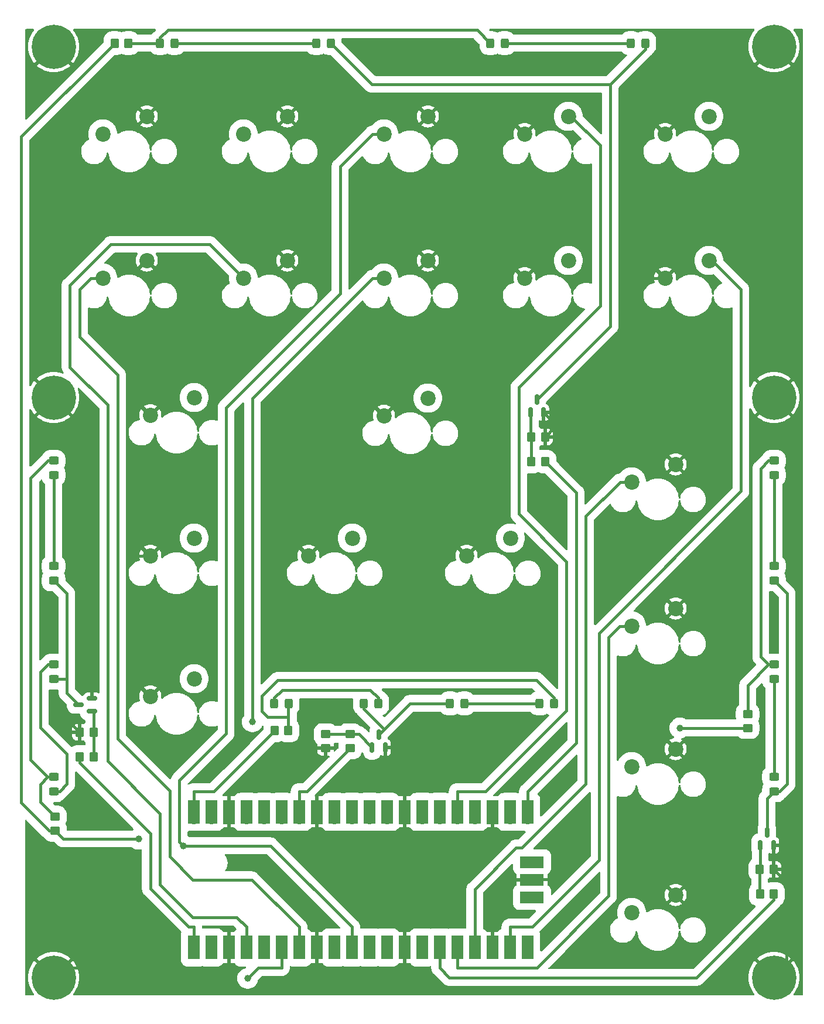
<source format=gbr>
%TF.GenerationSoftware,KiCad,Pcbnew,(7.0.0)*%
%TF.CreationDate,2023-07-30T16:01:18-03:00*%
%TF.ProjectId,Bad Thing of the Edge Keyboard,42616420-5468-4696-9e67-206f66207468,rev?*%
%TF.SameCoordinates,Original*%
%TF.FileFunction,Copper,L1,Top*%
%TF.FilePolarity,Positive*%
%FSLAX46Y46*%
G04 Gerber Fmt 4.6, Leading zero omitted, Abs format (unit mm)*
G04 Created by KiCad (PCBNEW (7.0.0)) date 2023-07-30 16:01:18*
%MOMM*%
%LPD*%
G01*
G04 APERTURE LIST*
G04 Aperture macros list*
%AMRoundRect*
0 Rectangle with rounded corners*
0 $1 Rounding radius*
0 $2 $3 $4 $5 $6 $7 $8 $9 X,Y pos of 4 corners*
0 Add a 4 corners polygon primitive as box body*
4,1,4,$2,$3,$4,$5,$6,$7,$8,$9,$2,$3,0*
0 Add four circle primitives for the rounded corners*
1,1,$1+$1,$2,$3*
1,1,$1+$1,$4,$5*
1,1,$1+$1,$6,$7*
1,1,$1+$1,$8,$9*
0 Add four rect primitives between the rounded corners*
20,1,$1+$1,$2,$3,$4,$5,0*
20,1,$1+$1,$4,$5,$6,$7,0*
20,1,$1+$1,$6,$7,$8,$9,0*
20,1,$1+$1,$8,$9,$2,$3,0*%
G04 Aperture macros list end*
%TA.AperFunction,SMDPad,CuDef*%
%ADD10RoundRect,0.250000X-0.350000X-0.450000X0.350000X-0.450000X0.350000X0.450000X-0.350000X0.450000X0*%
%TD*%
%TA.AperFunction,ComponentPad*%
%ADD11C,2.200000*%
%TD*%
%TA.AperFunction,ComponentPad*%
%ADD12C,6.400000*%
%TD*%
%TA.AperFunction,SMDPad,CuDef*%
%ADD13RoundRect,0.250000X0.450000X-0.325000X0.450000X0.325000X-0.450000X0.325000X-0.450000X-0.325000X0*%
%TD*%
%TA.AperFunction,SMDPad,CuDef*%
%ADD14RoundRect,0.150000X0.150000X-0.587500X0.150000X0.587500X-0.150000X0.587500X-0.150000X-0.587500X0*%
%TD*%
%TA.AperFunction,SMDPad,CuDef*%
%ADD15RoundRect,0.250000X-0.325000X-0.450000X0.325000X-0.450000X0.325000X0.450000X-0.325000X0.450000X0*%
%TD*%
%TA.AperFunction,SMDPad,CuDef*%
%ADD16RoundRect,0.250000X0.450000X-0.350000X0.450000X0.350000X-0.450000X0.350000X-0.450000X-0.350000X0*%
%TD*%
%TA.AperFunction,SMDPad,CuDef*%
%ADD17RoundRect,0.250000X0.325000X0.450000X-0.325000X0.450000X-0.325000X-0.450000X0.325000X-0.450000X0*%
%TD*%
%TA.AperFunction,SMDPad,CuDef*%
%ADD18RoundRect,0.250000X0.350000X0.450000X-0.350000X0.450000X-0.350000X-0.450000X0.350000X-0.450000X0*%
%TD*%
%TA.AperFunction,ComponentPad*%
%ADD19O,1.700000X1.700000*%
%TD*%
%TA.AperFunction,SMDPad,CuDef*%
%ADD20R,1.700000X3.500000*%
%TD*%
%TA.AperFunction,ComponentPad*%
%ADD21R,1.700000X1.700000*%
%TD*%
%TA.AperFunction,SMDPad,CuDef*%
%ADD22R,3.500000X1.700000*%
%TD*%
%TA.AperFunction,SMDPad,CuDef*%
%ADD23RoundRect,0.150000X0.587500X0.150000X-0.587500X0.150000X-0.587500X-0.150000X0.587500X-0.150000X0*%
%TD*%
%TA.AperFunction,SMDPad,CuDef*%
%ADD24RoundRect,0.250000X-0.450000X0.350000X-0.450000X-0.350000X0.450000X-0.350000X0.450000X0.350000X0*%
%TD*%
%TA.AperFunction,ViaPad*%
%ADD25C,1.000000*%
%TD*%
%TA.AperFunction,Conductor*%
%ADD26C,0.400000*%
%TD*%
G04 APERTURE END LIST*
D10*
%TO.P,R7,1*%
%TO.N,VBUS*%
X69089900Y-31449900D03*
%TO.P,R7,2*%
%TO.N,Net-(D11-A)*%
X71089900Y-31449900D03*
%TD*%
D11*
%TO.P,SW14,1,1*%
%TO.N,Net-(U1-GPIO22)*%
X103444800Y-102997000D03*
%TO.P,SW14,2,2*%
%TO.N,GNDREF*%
X97094800Y-105537000D03*
%TD*%
D12*
%TO.P,J3,1,Pin_1*%
%TO.N,GNDREF*%
X164404800Y-166497000D03*
%TD*%
D11*
%TO.P,SW10,1,1*%
%TO.N,GNDREF*%
X150180800Y-92329000D03*
%TO.P,SW10,2,2*%
%TO.N,Net-(U1-GPIO13)*%
X143830800Y-94869000D03*
%TD*%
D12*
%TO.P,J2,1,Pin_1*%
%TO.N,GNDREF*%
X164404800Y-82677000D03*
%TD*%
D11*
%TO.P,SW16,1,1*%
%TO.N,Net-(U1-GPIO20)*%
X126304800Y-102997000D03*
%TO.P,SW16,2,2*%
%TO.N,GNDREF*%
X119954800Y-105537000D03*
%TD*%
D10*
%TO.P,R2,1*%
%TO.N,Net-(U1-GPIO0)*%
X64040000Y-134620000D03*
%TO.P,R2,2*%
%TO.N,Net-(Q1-G)*%
X66040000Y-134620000D03*
%TD*%
D13*
%TO.P,D15,1,K*%
%TO.N,Net-(D15-K)*%
X164404800Y-93862000D03*
%TO.P,D15,2,A*%
%TO.N,Net-(D13-A)*%
X164404800Y-91812000D03*
%TD*%
D12*
%TO.P,J6,1,Pin_1*%
%TO.N,GNDREF*%
X60264800Y-31957900D03*
%TD*%
D11*
%TO.P,SW13,1,1*%
%TO.N,Net-(U1-GPIO26_ADC0)*%
X80584800Y-82677000D03*
%TO.P,SW13,2,2*%
%TO.N,GNDREF*%
X74234800Y-85217000D03*
%TD*%
D14*
%TO.P,Q4,1,G*%
%TO.N,Net-(Q4-G)*%
X162438800Y-147368500D03*
%TO.P,Q4,2,S*%
%TO.N,GNDREF*%
X164338800Y-147368500D03*
%TO.P,Q4,3,D*%
%TO.N,Net-(D14-K)*%
X163388800Y-145493500D03*
%TD*%
%TO.P,Q2,1,G*%
%TO.N,Net-(Q2-G)*%
X106304000Y-133271500D03*
%TO.P,Q2,2,S*%
%TO.N,GNDREF*%
X108204000Y-133271500D03*
%TO.P,Q2,3,D*%
%TO.N,Net-(D6-K)*%
X107254000Y-131396500D03*
%TD*%
D15*
%TO.P,D6,1,K*%
%TO.N,Net-(D6-K)*%
X105132900Y-126873000D03*
%TO.P,D6,2,A*%
%TO.N,Net-(D5-K)*%
X107182900Y-126873000D03*
%TD*%
D11*
%TO.P,SW5,1,1*%
%TO.N,GNDREF*%
X73726800Y-42037000D03*
%TO.P,SW5,2,2*%
%TO.N,Net-(U1-GPIO4)*%
X67376800Y-44577000D03*
%TD*%
%TO.P,SW7,1,1*%
%TO.N,GNDREF*%
X150180800Y-154559000D03*
%TO.P,SW7,2,2*%
%TO.N,Net-(U1-GPIO9)*%
X143830800Y-157099000D03*
%TD*%
%TO.P,SW9,1,1*%
%TO.N,GNDREF*%
X150180800Y-113157000D03*
%TO.P,SW9,2,2*%
%TO.N,Net-(U1-GPIO12)*%
X143830800Y-115697000D03*
%TD*%
%TO.P,SW6,1,1*%
%TO.N,GNDREF*%
X73726800Y-62865000D03*
%TO.P,SW6,2,2*%
%TO.N,Net-(U1-GPIO5)*%
X67376800Y-65405000D03*
%TD*%
D15*
%TO.P,D8,1,K*%
%TO.N,Net-(D6-K)*%
X117578900Y-126873000D03*
%TO.P,D8,2,A*%
%TO.N,Net-(D7-K)*%
X119628900Y-126873000D03*
%TD*%
D12*
%TO.P,J4,1,Pin_1*%
%TO.N,GNDREF*%
X60264800Y-166497000D03*
%TD*%
D11*
%TO.P,SW11,1,1*%
%TO.N,Net-(U1-GPIO6)*%
X80584800Y-123317000D03*
%TO.P,SW11,2,2*%
%TO.N,GNDREF*%
X74234800Y-125857000D03*
%TD*%
%TO.P,SW20,1,1*%
%TO.N,Net-(U1-GPIO14)*%
X155006800Y-62865000D03*
%TO.P,SW20,2,2*%
%TO.N,GNDREF*%
X148656800Y-65405000D03*
%TD*%
D13*
%TO.P,D16,1,K*%
%TO.N,Net-(D14-K)*%
X164404800Y-109102000D03*
%TO.P,D16,2,A*%
%TO.N,Net-(D15-K)*%
X164404800Y-107052000D03*
%TD*%
%TO.P,D2,1,K*%
%TO.N,Net-(D2-K)*%
X60264800Y-109102000D03*
%TO.P,D2,2,A*%
%TO.N,Net-(D1-K)*%
X60264800Y-107052000D03*
%TD*%
D16*
%TO.P,R1,1*%
%TO.N,VBUS*%
X60452000Y-145272000D03*
%TO.P,R1,2*%
%TO.N,Net-(D1-A)*%
X60452000Y-143272000D03*
%TD*%
D13*
%TO.P,D4,1,K*%
%TO.N,Net-(D2-K)*%
X60264800Y-123317000D03*
%TO.P,D4,2,A*%
%TO.N,Net-(D3-K)*%
X60264800Y-121267000D03*
%TD*%
D17*
%TO.P,D10,1,K*%
%TO.N,Net-(D10-K)*%
X145790900Y-31449900D03*
%TO.P,D10,2,A*%
%TO.N,Net-(D10-A)*%
X143740900Y-31449900D03*
%TD*%
D13*
%TO.P,D13,1,K*%
%TO.N,Net-(D13-K)*%
X164404800Y-123317000D03*
%TO.P,D13,2,A*%
%TO.N,Net-(D13-A)*%
X164404800Y-121267000D03*
%TD*%
D11*
%TO.P,SW2,1,1*%
%TO.N,GNDREF*%
X94046800Y-42037000D03*
%TO.P,SW2,2,2*%
%TO.N,Net-(U1-GPIO1)*%
X87696800Y-44577000D03*
%TD*%
%TO.P,SW8,1,1*%
%TO.N,GNDREF*%
X150180800Y-133477000D03*
%TO.P,SW8,2,2*%
%TO.N,Net-(U1-GPIO10)*%
X143830800Y-136017000D03*
%TD*%
%TO.P,SW15,1,1*%
%TO.N,Net-(U1-GPIO21)*%
X114366800Y-82757900D03*
%TO.P,SW15,2,2*%
%TO.N,GNDREF*%
X108016800Y-85297900D03*
%TD*%
%TO.P,SW1,1,1*%
%TO.N,GNDREF*%
X114366800Y-42037000D03*
%TO.P,SW1,2,2*%
%TO.N,Net-(U1-GPIO7)*%
X108016800Y-44577000D03*
%TD*%
D13*
%TO.P,D1,1,K*%
%TO.N,Net-(D1-K)*%
X60264800Y-93862000D03*
%TO.P,D1,2,A*%
%TO.N,Net-(D1-A)*%
X60264800Y-91812000D03*
%TD*%
D16*
%TO.P,R5,1*%
%TO.N,Net-(U1-GPIO28_ADC2)*%
X103124000Y-133350000D03*
%TO.P,R5,2*%
%TO.N,Net-(Q2-G)*%
X103124000Y-131350000D03*
%TD*%
D15*
%TO.P,D5,1,K*%
%TO.N,Net-(D5-K)*%
X92178900Y-126873000D03*
%TO.P,D5,2,A*%
%TO.N,Net-(D5-A)*%
X94228900Y-126873000D03*
%TD*%
D10*
%TO.P,R4,1*%
%TO.N,VBUS*%
X92202000Y-130810000D03*
%TO.P,R4,2*%
%TO.N,Net-(D5-A)*%
X94202000Y-130810000D03*
%TD*%
D13*
%TO.P,D3,1,K*%
%TO.N,Net-(D3-K)*%
X60264800Y-139582000D03*
%TO.P,D3,2,A*%
%TO.N,Net-(D1-A)*%
X60264800Y-137532000D03*
%TD*%
D18*
%TO.P,R8,1*%
%TO.N,Net-(U1-GPIO16)*%
X131318000Y-91948000D03*
%TO.P,R8,2*%
%TO.N,Net-(Q3-G)*%
X129318000Y-91948000D03*
%TD*%
D15*
%TO.P,D7,1,K*%
%TO.N,Net-(D7-K)*%
X130523900Y-126873000D03*
%TO.P,D7,2,A*%
%TO.N,Net-(D5-A)*%
X132573900Y-126873000D03*
%TD*%
D10*
%TO.P,R9,1*%
%TO.N,Net-(Q3-G)*%
X129318000Y-88392000D03*
%TO.P,R9,2*%
%TO.N,GNDREF*%
X131318000Y-88392000D03*
%TD*%
D11*
%TO.P,SW17,1,1*%
%TO.N,Net-(U1-GPIO19)*%
X134686800Y-42037000D03*
%TO.P,SW17,2,2*%
%TO.N,GNDREF*%
X128336800Y-44577000D03*
%TD*%
D17*
%TO.P,D11,1,K*%
%TO.N,Net-(D11-K)*%
X77718900Y-31449900D03*
%TO.P,D11,2,A*%
%TO.N,Net-(D11-A)*%
X75668900Y-31449900D03*
%TD*%
D18*
%TO.P,R11,1*%
%TO.N,Net-(U1-GPIO11)*%
X164388800Y-154432000D03*
%TO.P,R11,2*%
%TO.N,Net-(Q4-G)*%
X162388800Y-154432000D03*
%TD*%
D11*
%TO.P,SW18,1,1*%
%TO.N,Net-(U1-GPIO18)*%
X134686800Y-62865000D03*
%TO.P,SW18,2,2*%
%TO.N,GNDREF*%
X128336800Y-65405000D03*
%TD*%
%TO.P,SW4,1,1*%
%TO.N,GNDREF*%
X114366800Y-62865000D03*
%TO.P,SW4,2,2*%
%TO.N,Net-(U1-GPIO3)*%
X108016800Y-65405000D03*
%TD*%
D18*
%TO.P,R3,1*%
%TO.N,Net-(Q1-G)*%
X66040000Y-131064000D03*
%TO.P,R3,2*%
%TO.N,GNDREF*%
X64040000Y-131064000D03*
%TD*%
D13*
%TO.P,D14,1,K*%
%TO.N,Net-(D14-K)*%
X164404800Y-139582000D03*
%TO.P,D14,2,A*%
%TO.N,Net-(D13-K)*%
X164404800Y-137532000D03*
%TD*%
D16*
%TO.P,R10,1*%
%TO.N,VBUS*%
X160594800Y-130429000D03*
%TO.P,R10,2*%
%TO.N,Net-(D13-A)*%
X160594800Y-128429000D03*
%TD*%
D12*
%TO.P,J1,1,Pin_1*%
%TO.N,GNDREF*%
X164404800Y-31957900D03*
%TD*%
D11*
%TO.P,SW3,1,1*%
%TO.N,GNDREF*%
X94046800Y-62865000D03*
%TO.P,SW3,2,2*%
%TO.N,Net-(U1-GPIO2)*%
X87696800Y-65405000D03*
%TD*%
D12*
%TO.P,J5,1,Pin_1*%
%TO.N,GNDREF*%
X60264800Y-82677000D03*
%TD*%
D11*
%TO.P,SW12,1,1*%
%TO.N,Net-(U1-GPIO27_ADC1)*%
X80584800Y-102997000D03*
%TO.P,SW12,2,2*%
%TO.N,GNDREF*%
X74234800Y-105537000D03*
%TD*%
D19*
%TO.P,U1,1,GPIO0*%
%TO.N,Net-(U1-GPIO0)*%
X80503899Y-161243899D03*
D20*
X80503899Y-162143899D03*
D19*
%TO.P,U1,2,GPIO1*%
%TO.N,Net-(U1-GPIO1)*%
X83043899Y-161243899D03*
D20*
X83043899Y-162143899D03*
D21*
%TO.P,U1,3,GND*%
%TO.N,GNDREF*%
X85583899Y-161243899D03*
D20*
X85583899Y-162143899D03*
D19*
%TO.P,U1,4,GPIO2*%
%TO.N,Net-(U1-GPIO2)*%
X88123899Y-161243899D03*
D20*
X88123899Y-162143899D03*
D19*
%TO.P,U1,5,GPIO3*%
%TO.N,Net-(U1-GPIO3)*%
X90663899Y-161243899D03*
D20*
X90663899Y-162143899D03*
D19*
%TO.P,U1,6,GPIO4*%
%TO.N,Net-(U1-GPIO4)*%
X93203899Y-161243899D03*
D20*
X93203899Y-162143899D03*
D19*
%TO.P,U1,7,GPIO5*%
%TO.N,Net-(U1-GPIO5)*%
X95743899Y-161243899D03*
D20*
X95743899Y-162143899D03*
D21*
%TO.P,U1,8,GND*%
%TO.N,GNDREF*%
X98283899Y-161243899D03*
D20*
X98283899Y-162143899D03*
D19*
%TO.P,U1,9,GPIO6*%
%TO.N,Net-(U1-GPIO6)*%
X100823899Y-161243899D03*
D20*
X100823899Y-162143899D03*
D19*
%TO.P,U1,10,GPIO7*%
%TO.N,Net-(U1-GPIO7)*%
X103363899Y-161243899D03*
D20*
X103363899Y-162143899D03*
D19*
%TO.P,U1,11,GPIO8*%
%TO.N,unconnected-(U1-GPIO8-Pad11)*%
X105903899Y-161243899D03*
D20*
X105903899Y-162143899D03*
D19*
%TO.P,U1,12,GPIO9*%
%TO.N,Net-(U1-GPIO9)*%
X108443899Y-161243899D03*
D20*
X108443899Y-162143899D03*
D21*
%TO.P,U1,13,GND*%
%TO.N,GNDREF*%
X110983899Y-161243899D03*
D20*
X110983899Y-162143899D03*
D19*
%TO.P,U1,14,GPIO10*%
%TO.N,Net-(U1-GPIO10)*%
X113523899Y-161243899D03*
D20*
X113523899Y-162143899D03*
D19*
%TO.P,U1,15,GPIO11*%
%TO.N,Net-(U1-GPIO11)*%
X116063899Y-161243899D03*
D20*
X116063899Y-162143899D03*
D19*
%TO.P,U1,16,GPIO12*%
%TO.N,Net-(U1-GPIO12)*%
X118603899Y-161243899D03*
D20*
X118603899Y-162143899D03*
D19*
%TO.P,U1,17,GPIO13*%
%TO.N,Net-(U1-GPIO13)*%
X121143899Y-161243899D03*
D20*
X121143899Y-162143899D03*
D21*
%TO.P,U1,18,GND*%
%TO.N,GNDREF*%
X123683899Y-161243899D03*
D20*
X123683899Y-162143899D03*
D19*
%TO.P,U1,19,GPIO14*%
%TO.N,Net-(U1-GPIO14)*%
X126223899Y-161243899D03*
D20*
X126223899Y-162143899D03*
D19*
%TO.P,U1,20,GPIO15*%
%TO.N,unconnected-(U1-GPIO15-Pad20)*%
X128763899Y-161243899D03*
D20*
X128763899Y-162143899D03*
D19*
%TO.P,U1,21,GPIO16*%
%TO.N,Net-(U1-GPIO16)*%
X128763899Y-143463899D03*
D20*
X128763899Y-142563899D03*
D19*
%TO.P,U1,22,GPIO17*%
%TO.N,Net-(U1-GPIO17)*%
X126223899Y-143463899D03*
D20*
X126223899Y-142563899D03*
D21*
%TO.P,U1,23,GND*%
%TO.N,GNDREF*%
X123683899Y-143463899D03*
D20*
X123683899Y-142563899D03*
D19*
%TO.P,U1,24,GPIO18*%
%TO.N,Net-(U1-GPIO18)*%
X121143899Y-143463899D03*
D20*
X121143899Y-142563899D03*
D19*
%TO.P,U1,25,GPIO19*%
%TO.N,Net-(U1-GPIO19)*%
X118603899Y-143463899D03*
D20*
X118603899Y-142563899D03*
D19*
%TO.P,U1,26,GPIO20*%
%TO.N,Net-(U1-GPIO20)*%
X116063899Y-143463899D03*
D20*
X116063899Y-142563899D03*
D19*
%TO.P,U1,27,GPIO21*%
%TO.N,Net-(U1-GPIO21)*%
X113523899Y-143463899D03*
D20*
X113523899Y-142563899D03*
D21*
%TO.P,U1,28,GND*%
%TO.N,GNDREF*%
X110983899Y-143463899D03*
D20*
X110983899Y-142563899D03*
D19*
%TO.P,U1,29,GPIO22*%
%TO.N,Net-(U1-GPIO22)*%
X108443899Y-143463899D03*
D20*
X108443899Y-142563899D03*
D19*
%TO.P,U1,30,RUN*%
%TO.N,unconnected-(U1-RUN-Pad30)*%
X105903899Y-143463899D03*
D20*
X105903899Y-142563899D03*
D19*
%TO.P,U1,31,GPIO26_ADC0*%
%TO.N,Net-(U1-GPIO26_ADC0)*%
X103363899Y-143463899D03*
D20*
X103363899Y-142563899D03*
D19*
%TO.P,U1,32,GPIO27_ADC1*%
%TO.N,Net-(U1-GPIO27_ADC1)*%
X100823899Y-143463899D03*
D20*
X100823899Y-142563899D03*
D21*
%TO.P,U1,33,AGND*%
%TO.N,GNDREF*%
X98283899Y-143463899D03*
D20*
X98283899Y-142563899D03*
D19*
%TO.P,U1,34,GPIO28_ADC2*%
%TO.N,Net-(U1-GPIO28_ADC2)*%
X95743899Y-143463899D03*
D20*
X95743899Y-142563899D03*
D19*
%TO.P,U1,35,ADC_VREF*%
%TO.N,unconnected-(U1-ADC_VREF-Pad35)*%
X93203899Y-143463899D03*
D20*
X93203899Y-142563899D03*
D19*
%TO.P,U1,36,3V3*%
%TO.N,unconnected-(U1-3V3-Pad36)*%
X90663899Y-143463899D03*
D20*
X90663899Y-142563899D03*
D19*
%TO.P,U1,37,3V3_EN*%
%TO.N,unconnected-(U1-3V3_EN-Pad37)*%
X88123899Y-143463899D03*
D20*
X88123899Y-142563899D03*
D21*
%TO.P,U1,38,GND*%
%TO.N,GNDREF*%
X85583899Y-143463899D03*
D20*
X85583899Y-142563899D03*
D19*
%TO.P,U1,39,VSYS*%
%TO.N,unconnected-(U1-VSYS-Pad39)*%
X83043899Y-143463899D03*
D20*
X83043899Y-142563899D03*
D19*
%TO.P,U1,40,VBUS*%
%TO.N,VBUS*%
X80503899Y-143463899D03*
D20*
X80503899Y-142563899D03*
D19*
%TO.P,U1,41,SWCLK*%
%TO.N,unconnected-(U1-SWCLK-Pad41)*%
X128533899Y-154893899D03*
D22*
X129433899Y-154893899D03*
D21*
%TO.P,U1,42,GND*%
%TO.N,GNDREF*%
X128533899Y-152353899D03*
D22*
X129433899Y-152353899D03*
D19*
%TO.P,U1,43,SWDIO*%
%TO.N,unconnected-(U1-SWDIO-Pad43)*%
X128533899Y-149813899D03*
D22*
X129433899Y-149813899D03*
%TD*%
D14*
%TO.P,Q3,1,G*%
%TO.N,Net-(Q3-G)*%
X129192500Y-84836000D03*
%TO.P,Q3,2,S*%
%TO.N,GNDREF*%
X131092500Y-84836000D03*
%TO.P,Q3,3,D*%
%TO.N,Net-(D10-K)*%
X130142500Y-82961000D03*
%TD*%
D23*
%TO.P,Q1,1,G*%
%TO.N,Net-(Q1-G)*%
X65774300Y-128016000D03*
%TO.P,Q1,2,S*%
%TO.N,GNDREF*%
X65774300Y-126116000D03*
%TO.P,Q1,3,D*%
%TO.N,Net-(D2-K)*%
X63899300Y-127066000D03*
%TD*%
D17*
%TO.P,D12,1,K*%
%TO.N,Net-(D10-K)*%
X100315900Y-31449900D03*
%TO.P,D12,2,A*%
%TO.N,Net-(D11-K)*%
X98265900Y-31449900D03*
%TD*%
D24*
%TO.P,R6,1*%
%TO.N,Net-(Q2-G)*%
X99568000Y-131350000D03*
%TO.P,R6,2*%
%TO.N,GNDREF*%
X99568000Y-133350000D03*
%TD*%
D17*
%TO.P,D9,1,K*%
%TO.N,Net-(D10-A)*%
X125461900Y-31449900D03*
%TO.P,D9,2,A*%
%TO.N,Net-(D11-A)*%
X123411900Y-31449900D03*
%TD*%
D11*
%TO.P,SW19,1,1*%
%TO.N,Net-(U1-GPIO17)*%
X155006800Y-42037000D03*
%TO.P,SW19,2,2*%
%TO.N,GNDREF*%
X148656800Y-44577000D03*
%TD*%
D10*
%TO.P,R12,1*%
%TO.N,Net-(Q4-G)*%
X162338000Y-150876000D03*
%TO.P,R12,2*%
%TO.N,GNDREF*%
X164338000Y-150876000D03*
%TD*%
D25*
%TO.N,GNDREF*%
X81864200Y-99542600D03*
X138049000Y-90982800D03*
X58064400Y-66954400D03*
X106680000Y-56464200D03*
X72923400Y-99466400D03*
X121894600Y-62407800D03*
X77673200Y-93243400D03*
X143992600Y-149072600D03*
X142570200Y-107188000D03*
X59791600Y-61188600D03*
X105384600Y-167132000D03*
X59334400Y-45847000D03*
X80264000Y-66065400D03*
X158318200Y-118846600D03*
X86918800Y-93548200D03*
X65354200Y-141732000D03*
X133375400Y-138074400D03*
X74803000Y-132638800D03*
X144399000Y-127050800D03*
X164388800Y-115976400D03*
X57531000Y-38430200D03*
X105740200Y-120548400D03*
X105333800Y-116281200D03*
X157556200Y-149174200D03*
X107365800Y-97739200D03*
X57912000Y-149631400D03*
X97739200Y-116408200D03*
X136245600Y-34467800D03*
X121234200Y-132486400D03*
X65227200Y-55753000D03*
X110998000Y-134112000D03*
X93268800Y-136499600D03*
X137236200Y-163525200D03*
X115290600Y-151257000D03*
X112039400Y-77800200D03*
X166827200Y-144043400D03*
X101168200Y-150672800D03*
X70739000Y-151841200D03*
X92456000Y-111277400D03*
X164820600Y-39547800D03*
X135305800Y-148158200D03*
X122682000Y-97510600D03*
X59639200Y-115417600D03*
X74574400Y-118414800D03*
X132156200Y-159308800D03*
X158089600Y-167005000D03*
X111099600Y-120319800D03*
X81483200Y-113207800D03*
X117703600Y-56616600D03*
X122834400Y-34493200D03*
X95554800Y-90271600D03*
X108864400Y-156057600D03*
X136677400Y-155295600D03*
X64465200Y-88493600D03*
X164769800Y-52730400D03*
X164998400Y-70916800D03*
X95554800Y-97434400D03*
X87223600Y-102158800D03*
X97459800Y-127939800D03*
X149834600Y-79425800D03*
X142570200Y-102057200D03*
X65024000Y-108051600D03*
X86207600Y-73431400D03*
X64617600Y-96266000D03*
X130302000Y-134721600D03*
X153187400Y-127050800D03*
X93065600Y-83972400D03*
X166166800Y-158978600D03*
X126263400Y-118491000D03*
X95656400Y-56464200D03*
X158089600Y-135280400D03*
X102158800Y-90195400D03*
X59359800Y-75565000D03*
X143662400Y-163626800D03*
X131318000Y-97155000D03*
X117398800Y-118491000D03*
X110947200Y-125374400D03*
X62731900Y-128872000D03*
X74320400Y-73431400D03*
X92049600Y-120218200D03*
X84099400Y-56464200D03*
X157657800Y-155956000D03*
X164490400Y-88519000D03*
X116687600Y-132486400D03*
X65074800Y-120700800D03*
X138760200Y-82575400D03*
X158445200Y-107061000D03*
X100736400Y-80264000D03*
X153619200Y-33604200D03*
X158089600Y-144043400D03*
X130987800Y-56794400D03*
X112242600Y-33731200D03*
X65836800Y-162814000D03*
X110845600Y-112877600D03*
%TO.N,Net-(U1-GPIO3)*%
X89000800Y-129546200D03*
%TO.N,Net-(U1-GPIO4)*%
X88324000Y-166604900D03*
%TO.N,VBUS*%
X150798500Y-130429000D03*
X72539300Y-146489900D03*
%TO.N,Net-(U1-GPIO7)*%
X79019000Y-147442000D03*
%TD*%
D26*
%TO.N,GNDREF*%
X64040000Y-131064000D02*
X62731900Y-129755900D01*
X115086100Y-100668300D02*
X119954800Y-105537000D01*
X85583900Y-143463900D02*
X85583900Y-139613600D01*
X91847500Y-133350000D02*
X85583900Y-139613600D01*
X62731900Y-129755900D02*
X62731900Y-128872000D01*
X85583900Y-165094200D02*
X61667600Y-165094200D01*
X65774300Y-121400300D02*
X65074800Y-120700800D01*
X166192300Y-159004100D02*
X166166800Y-158978600D01*
X110983900Y-161243900D02*
X110983900Y-143463900D01*
X132639300Y-86382800D02*
X132639300Y-87070700D01*
X65774300Y-120001300D02*
X65774300Y-88186500D01*
X131092500Y-84836000D02*
X132639300Y-86382800D01*
X123683900Y-155153600D02*
X123683900Y-161243900D01*
X126483600Y-152353900D02*
X123683900Y-155153600D01*
X97094800Y-105537000D02*
X101963500Y-100668300D01*
X144922500Y-87070700D02*
X150180800Y-92329000D01*
X146953300Y-65405000D02*
X148656800Y-65405000D01*
X108204000Y-133271500D02*
X108204000Y-136833700D01*
X108204000Y-136833700D02*
X110983900Y-139613600D01*
X65074800Y-120700800D02*
X65774300Y-120001300D01*
X74234800Y-105537000D02*
X72600100Y-105537000D01*
X164404800Y-166497000D02*
X166192300Y-164709500D01*
X101963500Y-100668300D02*
X115086100Y-100668300D01*
X85583900Y-161243900D02*
X85583900Y-165094200D01*
X166192300Y-158953100D02*
X166192300Y-152730300D01*
X166192300Y-164709500D02*
X166192300Y-159004100D01*
X144922500Y-67435800D02*
X146953300Y-65405000D01*
X132639300Y-87070700D02*
X131318000Y-88392000D01*
X132639300Y-87070700D02*
X144922500Y-87070700D01*
X144922500Y-87070700D02*
X144922500Y-67435800D01*
X166166800Y-158978600D02*
X166192300Y-158953100D01*
X164338800Y-150875200D02*
X164338000Y-150876000D01*
X128533900Y-152353900D02*
X126483600Y-152353900D01*
X61667600Y-165094200D02*
X60264800Y-166497000D01*
X65774300Y-88186500D02*
X60264800Y-82677000D01*
X70906100Y-107231000D02*
X70906100Y-122528300D01*
X65774300Y-126116000D02*
X65774300Y-121400300D01*
X72600100Y-105537000D02*
X70906100Y-107231000D01*
X166192300Y-152730300D02*
X164338000Y-150876000D01*
X99568000Y-133350000D02*
X91847500Y-133350000D01*
X164338800Y-147368500D02*
X164338800Y-150875200D01*
X110983900Y-143463900D02*
X110983900Y-139613600D01*
X70906100Y-122528300D02*
X74234800Y-125857000D01*
%TO.N,Net-(U1-GPIO12)*%
X140506500Y-117307500D02*
X142117000Y-115697000D01*
X142117000Y-115697000D02*
X143830800Y-115697000D01*
X118603900Y-165094200D02*
X130114100Y-165094200D01*
X130114100Y-165094200D02*
X140506500Y-154701800D01*
X140506500Y-154701800D02*
X140506500Y-117307500D01*
X118603900Y-161243900D02*
X118603900Y-165094200D01*
%TO.N,Net-(U1-GPIO13)*%
X127934200Y-147763500D02*
X137197900Y-138499800D01*
X137197900Y-99823700D02*
X142152600Y-94869000D01*
X137197900Y-138499800D02*
X137197900Y-99823700D01*
X121143900Y-161243900D02*
X121143900Y-153747200D01*
X142152600Y-94869000D02*
X143830800Y-94869000D01*
X127127600Y-147763500D02*
X127934200Y-147763500D01*
X121143900Y-153747200D02*
X127127600Y-147763500D01*
%TO.N,Net-(U1-GPIO14)*%
X159628300Y-67058000D02*
X155435300Y-62865000D01*
X126223900Y-161243900D02*
X126223900Y-159193600D01*
X139102200Y-116731300D02*
X159628300Y-96205200D01*
X126223900Y-159193600D02*
X129449300Y-159193600D01*
X159628300Y-96205200D02*
X159628300Y-67058000D01*
X155435300Y-62865000D02*
X155006800Y-62865000D01*
X139102200Y-149540700D02*
X139102200Y-116731300D01*
X129449300Y-159193600D02*
X139102200Y-149540700D01*
%TO.N,Net-(D1-K)*%
X60264800Y-107052000D02*
X60264800Y-93862000D01*
%TO.N,Net-(U1-GPIO28_ADC2)*%
X96860400Y-139613600D02*
X95743900Y-139613600D01*
X95743900Y-143463900D02*
X95743900Y-139613600D01*
X103124000Y-133350000D02*
X96860400Y-139613600D01*
%TO.N,Net-(U1-GPIO16)*%
X131318000Y-91948000D02*
X135797500Y-96427500D01*
X135797500Y-96427500D02*
X135797500Y-132580000D01*
X128763900Y-143463900D02*
X128763900Y-139613600D01*
X135797500Y-132580000D02*
X128763900Y-139613600D01*
%TO.N,Net-(U1-GPIO19)*%
X127509300Y-81211200D02*
X139277100Y-69443400D01*
X118603900Y-143463900D02*
X118603900Y-139613600D01*
X134397200Y-127883900D02*
X134397200Y-106400400D01*
X134397200Y-106400400D02*
X127509300Y-99512500D01*
X127509300Y-99512500D02*
X127509300Y-81211200D01*
X139277100Y-46217800D02*
X135096300Y-42037000D01*
X122667500Y-139613600D02*
X134397200Y-127883900D01*
X118603900Y-139613600D02*
X122667500Y-139613600D01*
X139277100Y-69443400D02*
X139277100Y-46217800D01*
X135096300Y-42037000D02*
X134686800Y-42037000D01*
%TO.N,Net-(U1-GPIO3)*%
X106387200Y-65405000D02*
X89000800Y-82791400D01*
X89000800Y-82791400D02*
X89000800Y-129546200D01*
X108016800Y-65405000D02*
X106387200Y-65405000D01*
%TO.N,Net-(U1-GPIO0)*%
X80503900Y-161243900D02*
X80503900Y-159193600D01*
X80503900Y-159193600D02*
X79760000Y-159193600D01*
X74239600Y-153673200D02*
X74239600Y-145699900D01*
X79760000Y-159193600D02*
X74239600Y-153673200D01*
X64040000Y-135500300D02*
X64040000Y-134620000D01*
X74239600Y-145699900D02*
X64040000Y-135500300D01*
%TO.N,Net-(U1-GPIO5)*%
X64044700Y-67010200D02*
X65649900Y-65405000D01*
X69497400Y-131947500D02*
X69497400Y-79398300D01*
X77040200Y-149005400D02*
X77040200Y-139490300D01*
X95743900Y-159193600D02*
X88904200Y-152353900D01*
X69497400Y-79398300D02*
X64044700Y-73945600D01*
X80388700Y-152353900D02*
X77040200Y-149005400D01*
X95743900Y-161243900D02*
X95743900Y-159193600D01*
X65649900Y-65405000D02*
X67376800Y-65405000D01*
X88904200Y-152353900D02*
X80388700Y-152353900D01*
X77040200Y-139490300D02*
X69497400Y-131947500D01*
X64044700Y-73945600D02*
X64044700Y-67010200D01*
%TO.N,Net-(U1-GPIO4)*%
X93203900Y-165094200D02*
X89834700Y-165094200D01*
X93203900Y-161243900D02*
X93203900Y-165094200D01*
X89834700Y-165094200D02*
X88324000Y-166604900D01*
%TO.N,Net-(U1-GPIO2)*%
X68520800Y-60553600D02*
X62632600Y-66441800D01*
X82845400Y-60553600D02*
X68520800Y-60553600D01*
X75639900Y-142788300D02*
X75639900Y-153073300D01*
X68096900Y-83740800D02*
X68096900Y-135245300D01*
X87696800Y-65405000D02*
X82845400Y-60553600D01*
X62632600Y-78276500D02*
X68096900Y-83740800D01*
X80359800Y-157793200D02*
X86723500Y-157793200D01*
X68096900Y-135245300D02*
X75639900Y-142788300D01*
X62632600Y-66441800D02*
X62632600Y-78276500D01*
X88123900Y-161243900D02*
X88123900Y-159193600D01*
X75639900Y-153073300D02*
X80359800Y-157793200D01*
X86723500Y-157793200D02*
X88123900Y-159193600D01*
%TO.N,Net-(D1-A)*%
X58318500Y-141138500D02*
X60452000Y-143272000D01*
X56952300Y-94329500D02*
X56952300Y-135073300D01*
X56952300Y-135073300D02*
X59411000Y-137532000D01*
X60264800Y-137532000D02*
X59411000Y-137532000D01*
X60264800Y-91812000D02*
X59469800Y-91812000D01*
X59469800Y-91812000D02*
X56952300Y-94329500D01*
X58318500Y-138624500D02*
X58318500Y-141138500D01*
X59411000Y-137532000D02*
X58318500Y-138624500D01*
%TO.N,Net-(D2-K)*%
X60264800Y-109102000D02*
X62179100Y-111016300D01*
X62179100Y-123317000D02*
X60264800Y-123317000D01*
X63899300Y-127066000D02*
X62179100Y-125345800D01*
X62179100Y-111016300D02*
X62179100Y-123317000D01*
X62179100Y-125345800D02*
X62179100Y-123317000D01*
%TO.N,Net-(D5-K)*%
X106064900Y-124969600D02*
X107182900Y-126087600D01*
X107182900Y-126087600D02*
X107182900Y-126873000D01*
X93295100Y-124969600D02*
X106064900Y-124969600D01*
X92178900Y-126873000D02*
X92178900Y-126085800D01*
X92178900Y-126085800D02*
X93295100Y-124969600D01*
%TO.N,Net-(D3-K)*%
X58363400Y-122328200D02*
X59424600Y-121267000D01*
X62188200Y-134210900D02*
X58363400Y-130386100D01*
X60264800Y-139582000D02*
X61130100Y-139582000D01*
X61130100Y-139582000D02*
X62188200Y-138523900D01*
X62188200Y-138523900D02*
X62188200Y-134210900D01*
X59424600Y-121267000D02*
X60264800Y-121267000D01*
X58363400Y-130386100D02*
X58363400Y-122328200D01*
%TO.N,Net-(D6-K)*%
X117578900Y-126873000D02*
X111777500Y-126873000D01*
X111777500Y-126873000D02*
X108044700Y-130605800D01*
X108044700Y-130605800D02*
X105132900Y-127694000D01*
X105132900Y-127694000D02*
X105132900Y-126873000D01*
X108044700Y-130605800D02*
X107254000Y-131396500D01*
%TO.N,Net-(D5-A)*%
X92673600Y-123541800D02*
X90401100Y-125814300D01*
X90401100Y-125814300D02*
X90401100Y-127988500D01*
X91230000Y-128817400D02*
X94202000Y-128817400D01*
X94202000Y-128817400D02*
X94202000Y-126899900D01*
X130029900Y-123541800D02*
X92673600Y-123541800D01*
X94202000Y-126899900D02*
X94228900Y-126873000D01*
X132573900Y-126085800D02*
X130029900Y-123541800D01*
X94202000Y-130810000D02*
X94202000Y-128817400D01*
X90401100Y-127988500D02*
X91230000Y-128817400D01*
X132573900Y-126873000D02*
X132573900Y-126085800D01*
%TO.N,Net-(D7-K)*%
X130523900Y-126873000D02*
X119628900Y-126873000D01*
%TO.N,Net-(D11-A)*%
X75668900Y-30666700D02*
X75668900Y-31449900D01*
X121502100Y-29540100D02*
X76795500Y-29540100D01*
X76795500Y-29540100D02*
X75668900Y-30666700D01*
X123411900Y-31449900D02*
X121502100Y-29540100D01*
X75668900Y-31449900D02*
X71089900Y-31449900D01*
%TO.N,Net-(D10-K)*%
X140734200Y-72369300D02*
X130142500Y-82961000D01*
X140734200Y-37390700D02*
X140734200Y-72369300D01*
X145790900Y-32334000D02*
X145790900Y-31449900D01*
X100315900Y-31449900D02*
X106256700Y-37390700D01*
X106256700Y-37390700D02*
X140734200Y-37390700D01*
X140734200Y-37390700D02*
X145790900Y-32334000D01*
%TO.N,Net-(D10-A)*%
X125461900Y-31449900D02*
X143740900Y-31449900D01*
%TO.N,Net-(D11-K)*%
X98265900Y-31449900D02*
X77718900Y-31449900D01*
%TO.N,Net-(D13-K)*%
X164404800Y-137532000D02*
X164404800Y-123317000D01*
%TO.N,Net-(D13-A)*%
X163603500Y-121267000D02*
X160594800Y-124275700D01*
X164404800Y-121267000D02*
X163603500Y-121267000D01*
X162497300Y-120160800D02*
X163603500Y-121267000D01*
X160594800Y-124275700D02*
X160594800Y-128429000D01*
X162497300Y-92942300D02*
X162497300Y-120160800D01*
X163627600Y-91812000D02*
X162497300Y-92942300D01*
X164404800Y-91812000D02*
X163627600Y-91812000D01*
%TO.N,Net-(D14-K)*%
X166306200Y-138512700D02*
X166306200Y-111003400D01*
X164404800Y-139582000D02*
X165236900Y-139582000D01*
X165236900Y-139582000D02*
X166306200Y-138512700D01*
X163388800Y-145493500D02*
X163388800Y-140598000D01*
X166306200Y-111003400D02*
X164404800Y-109102000D01*
X163388800Y-140598000D02*
X164404800Y-139582000D01*
%TO.N,Net-(D15-K)*%
X164404800Y-107052000D02*
X164404800Y-93862000D01*
%TO.N,Net-(Q1-G)*%
X66040000Y-128281700D02*
X66040000Y-131064000D01*
X65774300Y-128016000D02*
X66040000Y-128281700D01*
X66040000Y-131064000D02*
X66040000Y-134620000D01*
%TO.N,Net-(Q2-G)*%
X103124000Y-131350000D02*
X104382500Y-131350000D01*
X104382500Y-131350000D02*
X106304000Y-133271500D01*
X99568000Y-131350000D02*
X103124000Y-131350000D01*
%TO.N,Net-(Q3-G)*%
X129192500Y-84836000D02*
X129192500Y-88266500D01*
X129318000Y-88392000D02*
X129318000Y-91948000D01*
X129192500Y-88266500D02*
X129318000Y-88392000D01*
%TO.N,Net-(Q4-G)*%
X162438800Y-147368500D02*
X162438800Y-150775200D01*
X162338000Y-154381200D02*
X162388800Y-154432000D01*
X162438800Y-150775200D02*
X162338000Y-150876000D01*
X162338000Y-150876000D02*
X162338000Y-154381200D01*
%TO.N,VBUS*%
X80503900Y-139613600D02*
X83398400Y-139613600D01*
X59589000Y-145272000D02*
X55551900Y-141234900D01*
X55551900Y-44987900D02*
X69089900Y-31449900D01*
X61669900Y-146489900D02*
X72539300Y-146489900D01*
X150798500Y-130429000D02*
X160594800Y-130429000D01*
X80503900Y-143463900D02*
X80503900Y-139613600D01*
X60452000Y-145272000D02*
X61669900Y-146489900D01*
X83398400Y-139613600D02*
X92202000Y-130810000D01*
X60452000Y-145272000D02*
X59589000Y-145272000D01*
X55551900Y-141234900D02*
X55551900Y-44987900D01*
%TO.N,Net-(U1-GPIO7)*%
X85195100Y-131209600D02*
X85195100Y-84126800D01*
X85195100Y-84126800D02*
X101666900Y-67655000D01*
X103363900Y-161243900D02*
X103363900Y-159193600D01*
X106368500Y-44577000D02*
X108016800Y-44577000D01*
X101666900Y-49278600D02*
X106368500Y-44577000D01*
X78440600Y-146863600D02*
X78440600Y-137964100D01*
X101666900Y-67655000D02*
X101666900Y-49278600D01*
X103363900Y-159193600D02*
X91612300Y-147442000D01*
X78440600Y-137964100D02*
X85195100Y-131209600D01*
X79019000Y-147442000D02*
X78440600Y-146863600D01*
X91612300Y-147442000D02*
X79019000Y-147442000D01*
%TO.N,Net-(U1-GPIO11)*%
X117464200Y-166494500D02*
X153206300Y-166494500D01*
X164388800Y-155312000D02*
X164388800Y-154432000D01*
X153206300Y-166494500D02*
X164388800Y-155312000D01*
X116063900Y-165094200D02*
X117464200Y-166494500D01*
X116063900Y-161243900D02*
X116063900Y-165094200D01*
%TD*%
%TA.AperFunction,Conductor*%
%TO.N,GNDREF*%
G36*
X168541085Y-29407190D02*
G01*
X168586483Y-29452578D01*
X168603100Y-29514586D01*
X168603100Y-168961700D01*
X168586487Y-169023700D01*
X168541100Y-169069087D01*
X168479100Y-169085700D01*
X167329495Y-169085700D01*
X167263327Y-169066570D01*
X167217574Y-169015084D01*
X167206354Y-168947126D01*
X167233129Y-168883665D01*
X167400218Y-168677325D01*
X167404042Y-168672061D01*
X167611720Y-168352266D01*
X167614966Y-168346645D01*
X167788083Y-168006883D01*
X167790720Y-168000959D01*
X167927378Y-167644955D01*
X167929377Y-167638802D01*
X168028073Y-167270462D01*
X168029421Y-167264120D01*
X168089073Y-166887491D01*
X168089750Y-166881048D01*
X168109708Y-166500244D01*
X168109708Y-166493756D01*
X168089750Y-166112951D01*
X168089073Y-166106508D01*
X168029421Y-165729879D01*
X168028073Y-165723537D01*
X167929377Y-165355197D01*
X167927378Y-165349044D01*
X167790720Y-164993040D01*
X167788083Y-164987116D01*
X167614966Y-164647354D01*
X167611720Y-164641733D01*
X167404042Y-164321938D01*
X167400225Y-164316684D01*
X167204669Y-164075191D01*
X167193406Y-164067305D01*
X167181380Y-164073971D01*
X164492480Y-166762871D01*
X164436893Y-166794965D01*
X164372705Y-166794965D01*
X164317118Y-166762871D01*
X161628218Y-164073971D01*
X161616193Y-164067305D01*
X161604927Y-164075194D01*
X161409378Y-164316678D01*
X161405556Y-164321939D01*
X161197879Y-164641733D01*
X161194633Y-164647354D01*
X161021516Y-164987116D01*
X161018879Y-164993040D01*
X160882221Y-165349044D01*
X160880222Y-165355197D01*
X160781526Y-165723537D01*
X160780178Y-165729879D01*
X160720526Y-166106508D01*
X160719849Y-166112951D01*
X160699892Y-166493756D01*
X160699892Y-166500244D01*
X160719849Y-166881048D01*
X160720526Y-166887491D01*
X160780178Y-167264120D01*
X160781526Y-167270462D01*
X160880222Y-167638802D01*
X160882221Y-167644955D01*
X161018879Y-168000959D01*
X161021516Y-168006883D01*
X161194633Y-168346645D01*
X161197879Y-168352266D01*
X161405557Y-168672061D01*
X161409381Y-168677325D01*
X161576471Y-168883665D01*
X161603246Y-168947126D01*
X161592026Y-169015084D01*
X161546273Y-169066570D01*
X161480105Y-169085700D01*
X63189495Y-169085700D01*
X63123327Y-169066570D01*
X63077574Y-169015084D01*
X63066354Y-168947126D01*
X63093129Y-168883665D01*
X63260218Y-168677325D01*
X63264042Y-168672061D01*
X63471720Y-168352266D01*
X63474966Y-168346645D01*
X63648083Y-168006883D01*
X63650720Y-168000959D01*
X63787378Y-167644955D01*
X63789377Y-167638802D01*
X63888073Y-167270462D01*
X63889421Y-167264120D01*
X63949073Y-166887491D01*
X63949750Y-166881048D01*
X63969708Y-166500244D01*
X63969708Y-166493756D01*
X63949750Y-166112951D01*
X63949073Y-166106508D01*
X63889421Y-165729879D01*
X63888073Y-165723537D01*
X63789377Y-165355197D01*
X63787378Y-165349044D01*
X63650720Y-164993040D01*
X63648083Y-164987116D01*
X63474966Y-164647354D01*
X63471720Y-164641733D01*
X63264042Y-164321938D01*
X63260225Y-164316684D01*
X63064669Y-164075191D01*
X63053406Y-164067305D01*
X63041380Y-164073971D01*
X60352480Y-166762871D01*
X60296893Y-166794965D01*
X60232705Y-166794965D01*
X60177118Y-166762871D01*
X57488218Y-164073971D01*
X57476193Y-164067305D01*
X57464927Y-164075194D01*
X57269378Y-164316678D01*
X57265556Y-164321939D01*
X57057879Y-164641733D01*
X57054633Y-164647354D01*
X56881516Y-164987116D01*
X56878879Y-164993040D01*
X56742221Y-165349044D01*
X56740222Y-165355197D01*
X56641526Y-165723537D01*
X56640178Y-165729879D01*
X56580526Y-166106508D01*
X56579849Y-166112951D01*
X56559892Y-166493756D01*
X56559892Y-166500244D01*
X56579849Y-166881048D01*
X56580526Y-166887491D01*
X56640178Y-167264120D01*
X56641526Y-167270462D01*
X56740222Y-167638802D01*
X56742221Y-167644955D01*
X56878879Y-168000959D01*
X56881516Y-168006883D01*
X57054633Y-168346645D01*
X57057879Y-168352266D01*
X57265557Y-168672061D01*
X57269381Y-168677325D01*
X57436471Y-168883665D01*
X57463246Y-168947126D01*
X57452026Y-169015084D01*
X57406273Y-169066570D01*
X57340105Y-169085700D01*
X56260657Y-169085700D01*
X56198651Y-169069084D01*
X56153263Y-169023688D01*
X56136657Y-168961678D01*
X56137572Y-163708393D01*
X57835105Y-163708393D01*
X57841771Y-163720418D01*
X60253257Y-166131904D01*
X60264800Y-166138568D01*
X60276342Y-166131904D01*
X62687827Y-163720418D01*
X62694493Y-163708392D01*
X62686607Y-163697129D01*
X62445115Y-163501574D01*
X62439861Y-163497757D01*
X62120066Y-163290079D01*
X62114445Y-163286833D01*
X61774683Y-163113716D01*
X61768759Y-163111079D01*
X61412755Y-162974421D01*
X61406602Y-162972422D01*
X61038262Y-162873726D01*
X61031920Y-162872378D01*
X60655291Y-162812726D01*
X60648848Y-162812049D01*
X60268044Y-162792092D01*
X60261556Y-162792092D01*
X59880751Y-162812049D01*
X59874308Y-162812726D01*
X59497679Y-162872378D01*
X59491337Y-162873726D01*
X59122997Y-162972422D01*
X59116844Y-162974421D01*
X58760840Y-163111079D01*
X58754916Y-163113716D01*
X58415154Y-163286833D01*
X58409533Y-163290079D01*
X58089739Y-163497756D01*
X58084478Y-163501578D01*
X57842994Y-163697127D01*
X57835105Y-163708393D01*
X56137572Y-163708393D01*
X56138093Y-160714737D01*
X56141035Y-143821134D01*
X56154558Y-143764850D01*
X56192160Y-143720834D01*
X56245646Y-143698685D01*
X56303357Y-143703230D01*
X56352715Y-143733478D01*
X57606216Y-144986980D01*
X58718487Y-146099251D01*
X58722443Y-146103394D01*
X58772900Y-146158743D01*
X58772903Y-146158745D01*
X58776764Y-146162981D01*
X58831412Y-146204249D01*
X58841096Y-146211562D01*
X58845587Y-146215119D01*
X58902249Y-146262171D01*
X58907647Y-146266653D01*
X58912660Y-146269445D01*
X58914514Y-146270478D01*
X58915585Y-146271449D01*
X58917389Y-146272685D01*
X58917220Y-146272931D01*
X58956112Y-146308195D01*
X58971366Y-146330213D01*
X59035005Y-146422071D01*
X59035010Y-146422077D01*
X59038181Y-146426654D01*
X59197346Y-146585819D01*
X59201923Y-146588990D01*
X59201928Y-146588994D01*
X59292458Y-146651713D01*
X59382374Y-146714007D01*
X59587317Y-146807096D01*
X59805588Y-146862096D01*
X59937783Y-146872500D01*
X60303374Y-146872499D01*
X60350827Y-146881938D01*
X60391055Y-146908818D01*
X60799377Y-147317140D01*
X60803333Y-147321283D01*
X60853797Y-147376640D01*
X60853801Y-147376644D01*
X60857664Y-147380881D01*
X60862236Y-147384333D01*
X60862242Y-147384339D01*
X60922006Y-147429470D01*
X60926496Y-147433027D01*
X60984132Y-147480887D01*
X60988547Y-147484553D01*
X60993557Y-147487343D01*
X60993558Y-147487344D01*
X61005416Y-147493949D01*
X61019806Y-147503325D01*
X61030634Y-147511502D01*
X61030637Y-147511504D01*
X61035211Y-147514958D01*
X61107387Y-147550897D01*
X61112418Y-147553548D01*
X61182915Y-147592815D01*
X61188354Y-147594638D01*
X61188359Y-147594640D01*
X61201227Y-147598953D01*
X61217090Y-147605523D01*
X61234372Y-147614129D01*
X61311926Y-147636195D01*
X61317399Y-147637889D01*
X61393868Y-147663519D01*
X61412997Y-147666187D01*
X61429785Y-147669728D01*
X61448364Y-147675015D01*
X61528678Y-147682456D01*
X61534301Y-147683108D01*
X61614219Y-147694257D01*
X61694790Y-147690532D01*
X61700518Y-147690400D01*
X71596167Y-147690400D01*
X71636430Y-147697119D01*
X71672329Y-147716546D01*
X71715791Y-147750374D01*
X71934490Y-147868728D01*
X72169686Y-147949471D01*
X72414965Y-147990400D01*
X72658501Y-147990400D01*
X72663635Y-147990400D01*
X72894692Y-147951844D01*
X72948018Y-147954602D01*
X72995241Y-147979531D01*
X73027602Y-148022007D01*
X73039100Y-148074153D01*
X73039100Y-153642604D01*
X73038968Y-153648331D01*
X73035508Y-153723152D01*
X73035508Y-153723161D01*
X73035244Y-153728881D01*
X73036035Y-153734556D01*
X73036036Y-153734563D01*
X73046382Y-153808732D01*
X73047042Y-153814420D01*
X73050401Y-153850663D01*
X73054485Y-153894736D01*
X73056050Y-153900237D01*
X73056052Y-153900247D01*
X73059771Y-153913315D01*
X73063314Y-153930114D01*
X73065982Y-153949233D01*
X73087436Y-154013244D01*
X73091604Y-154025681D01*
X73093297Y-154031149D01*
X73113801Y-154103212D01*
X73113803Y-154103217D01*
X73115371Y-154108728D01*
X73123977Y-154126011D01*
X73130545Y-154141868D01*
X73136685Y-154160185D01*
X73139472Y-154165188D01*
X73175928Y-154230640D01*
X73178598Y-154235705D01*
X73208535Y-154295825D01*
X73214542Y-154307889D01*
X73217993Y-154312459D01*
X73217998Y-154312467D01*
X73226181Y-154323303D01*
X73235552Y-154337685D01*
X73242155Y-154349539D01*
X73244948Y-154354553D01*
X73296466Y-154416593D01*
X73300024Y-154421085D01*
X73348619Y-154485436D01*
X73383539Y-154517270D01*
X73408215Y-154539765D01*
X73412358Y-154543721D01*
X78713763Y-159845126D01*
X78741995Y-159888759D01*
X78749866Y-159940130D01*
X78735993Y-159990215D01*
X78722903Y-160015275D01*
X78722900Y-160015280D01*
X78719991Y-160020851D01*
X78718262Y-160026891D01*
X78718260Y-160026898D01*
X78665634Y-160210819D01*
X78664014Y-160216482D01*
X78663492Y-160222345D01*
X78663492Y-160222349D01*
X78653642Y-160333132D01*
X78653641Y-160333150D01*
X78653400Y-160335863D01*
X78653400Y-160338606D01*
X78653400Y-161173378D01*
X78653083Y-161182224D01*
X78648673Y-161243900D01*
X78648989Y-161248318D01*
X78653084Y-161305575D01*
X78653400Y-161314421D01*
X78653400Y-163949192D01*
X78653400Y-163949214D01*
X78653401Y-163951936D01*
X78653642Y-163954649D01*
X78653643Y-163954667D01*
X78663492Y-164065451D01*
X78664014Y-164071318D01*
X78665631Y-164076970D01*
X78665633Y-164076979D01*
X78718260Y-164260901D01*
X78719991Y-164266949D01*
X78748715Y-164321938D01*
X78794050Y-164408729D01*
X78814202Y-164447307D01*
X78942791Y-164605009D01*
X79100493Y-164733598D01*
X79280851Y-164827809D01*
X79476482Y-164883786D01*
X79595863Y-164894400D01*
X81411936Y-164894399D01*
X81531318Y-164883786D01*
X81726949Y-164827809D01*
X81729622Y-164826412D01*
X81773900Y-164817896D01*
X81818177Y-164826412D01*
X81820851Y-164827809D01*
X82016482Y-164883786D01*
X82135863Y-164894400D01*
X83951936Y-164894399D01*
X84071318Y-164883786D01*
X84266949Y-164827809D01*
X84447307Y-164733598D01*
X84605009Y-164605009D01*
X84733598Y-164447307D01*
X84733736Y-164447420D01*
X84776017Y-164408729D01*
X84834819Y-164393900D01*
X85317574Y-164393900D01*
X85330449Y-164390449D01*
X85333900Y-164377574D01*
X85333900Y-159910226D01*
X85330449Y-159897350D01*
X85317574Y-159893900D01*
X84834819Y-159893900D01*
X84776017Y-159879071D01*
X84733736Y-159840379D01*
X84733598Y-159840493D01*
X84732827Y-159839547D01*
X84732825Y-159839545D01*
X84605009Y-159682791D01*
X84473748Y-159575762D01*
X84452181Y-159558176D01*
X84452179Y-159558175D01*
X84447307Y-159554202D01*
X84441733Y-159551290D01*
X84441731Y-159551289D01*
X84318747Y-159487048D01*
X84266949Y-159459991D01*
X84260904Y-159458261D01*
X84260901Y-159458260D01*
X84076980Y-159405634D01*
X84076979Y-159405633D01*
X84071318Y-159404014D01*
X84065452Y-159403492D01*
X84065450Y-159403492D01*
X83954667Y-159393642D01*
X83954650Y-159393641D01*
X83951937Y-159393400D01*
X83949194Y-159393400D01*
X83114423Y-159393400D01*
X83105577Y-159393084D01*
X83043900Y-159388673D01*
X83039481Y-159388989D01*
X82982220Y-159393084D01*
X82973375Y-159393400D01*
X82138607Y-159393400D01*
X82138584Y-159393400D01*
X82135864Y-159393401D01*
X82133151Y-159393642D01*
X82133132Y-159393643D01*
X82022348Y-159403492D01*
X82022342Y-159403492D01*
X82016482Y-159404014D01*
X82010830Y-159405630D01*
X82010820Y-159405633D01*
X81862512Y-159448070D01*
X81805751Y-159450768D01*
X81753747Y-159427864D01*
X81717420Y-159384167D01*
X81704400Y-159328854D01*
X81704400Y-159117700D01*
X81721013Y-159055700D01*
X81766400Y-159010313D01*
X81828400Y-158993700D01*
X86174875Y-158993700D01*
X86222328Y-159003139D01*
X86262556Y-159030019D01*
X86659934Y-159427397D01*
X86693043Y-159487048D01*
X86689588Y-159555184D01*
X86650614Y-159611180D01*
X86567661Y-159678819D01*
X86567655Y-159678824D01*
X86562791Y-159682791D01*
X86558824Y-159687655D01*
X86558820Y-159687660D01*
X86467684Y-159799430D01*
X86434977Y-159839542D01*
X86434972Y-159839547D01*
X86434202Y-159840493D01*
X86434063Y-159840379D01*
X86391783Y-159879071D01*
X86332981Y-159893900D01*
X85850226Y-159893900D01*
X85837350Y-159897350D01*
X85833900Y-159910226D01*
X85833900Y-164377574D01*
X85837350Y-164390449D01*
X85850226Y-164393900D01*
X86332981Y-164393900D01*
X86391783Y-164408729D01*
X86434063Y-164447420D01*
X86434202Y-164447307D01*
X86434972Y-164448252D01*
X86434974Y-164448253D01*
X86562791Y-164605009D01*
X86720493Y-164733598D01*
X86900851Y-164827809D01*
X87096482Y-164883786D01*
X87215863Y-164894400D01*
X87961666Y-164894399D01*
X88020682Y-164909344D01*
X88065473Y-164950577D01*
X88085241Y-165008158D01*
X88075222Y-165068208D01*
X88037829Y-165116251D01*
X87982077Y-165140707D01*
X87959452Y-165144482D01*
X87959433Y-165144486D01*
X87954386Y-165145329D01*
X87949536Y-165146993D01*
X87949532Y-165146995D01*
X87724037Y-165224407D01*
X87724026Y-165224411D01*
X87719190Y-165226072D01*
X87714693Y-165228505D01*
X87714683Y-165228510D01*
X87505002Y-165341984D01*
X87504995Y-165341988D01*
X87500491Y-165344426D01*
X87496448Y-165347572D01*
X87496440Y-165347578D01*
X87324223Y-165481621D01*
X87304256Y-165497162D01*
X87300793Y-165500923D01*
X87300784Y-165500932D01*
X87139311Y-165676339D01*
X87139305Y-165676346D01*
X87135836Y-165680115D01*
X87133031Y-165684406D01*
X87133028Y-165684412D01*
X87002631Y-165883999D01*
X87002624Y-165884011D01*
X86999827Y-165888293D01*
X86997772Y-165892977D01*
X86997766Y-165892989D01*
X86924798Y-166059341D01*
X86899937Y-166116019D01*
X86898679Y-166120984D01*
X86898678Y-166120989D01*
X86840151Y-166352104D01*
X86840149Y-166352113D01*
X86838892Y-166357079D01*
X86838468Y-166362188D01*
X86838467Y-166362198D01*
X86827029Y-166500244D01*
X86818357Y-166604900D01*
X86818781Y-166610017D01*
X86838467Y-166847601D01*
X86838468Y-166847609D01*
X86838892Y-166852721D01*
X86840149Y-166857685D01*
X86840151Y-166857695D01*
X86898678Y-167088810D01*
X86899937Y-167093781D01*
X86901997Y-167098477D01*
X86997766Y-167316810D01*
X86997769Y-167316816D01*
X86999827Y-167321507D01*
X87002627Y-167325793D01*
X87002631Y-167325800D01*
X87111175Y-167491939D01*
X87135836Y-167529685D01*
X87139310Y-167533459D01*
X87139311Y-167533460D01*
X87300784Y-167708867D01*
X87300787Y-167708870D01*
X87304256Y-167712638D01*
X87500491Y-167865374D01*
X87719190Y-167983728D01*
X87954386Y-168064471D01*
X88199665Y-168105400D01*
X88443201Y-168105400D01*
X88448335Y-168105400D01*
X88693614Y-168064471D01*
X88928810Y-167983728D01*
X89147509Y-167865374D01*
X89343744Y-167712638D01*
X89512164Y-167529685D01*
X89648173Y-167321507D01*
X89748063Y-167093781D01*
X89809108Y-166852721D01*
X89809388Y-166849333D01*
X89821155Y-166813866D01*
X89843723Y-166782938D01*
X90295643Y-166331019D01*
X90335872Y-166304139D01*
X90383325Y-166294700D01*
X93309414Y-166294700D01*
X93315143Y-166294700D01*
X93320772Y-166293647D01*
X93320779Y-166293647D01*
X93364300Y-166285511D01*
X93375642Y-166283928D01*
X93425436Y-166279315D01*
X93473551Y-166265624D01*
X93484683Y-166263006D01*
X93533840Y-166253818D01*
X93580460Y-166235756D01*
X93591321Y-166232116D01*
X93639428Y-166218429D01*
X93684197Y-166196135D01*
X93694679Y-166191508D01*
X93735953Y-166175519D01*
X93735954Y-166175518D01*
X93741301Y-166173447D01*
X93783827Y-166147115D01*
X93793796Y-166141561D01*
X93838589Y-166119258D01*
X93878508Y-166089111D01*
X93887933Y-166082655D01*
X93930462Y-166056324D01*
X93967418Y-166022632D01*
X93976226Y-166015318D01*
X94016136Y-165985181D01*
X94034788Y-165964721D01*
X94049825Y-165948226D01*
X94057926Y-165940125D01*
X94090639Y-165910303D01*
X94090641Y-165910301D01*
X94094881Y-165906436D01*
X94125021Y-165866522D01*
X94132332Y-165857718D01*
X94166024Y-165820762D01*
X94192355Y-165778233D01*
X94198811Y-165768808D01*
X94228958Y-165728889D01*
X94251261Y-165684096D01*
X94256819Y-165674121D01*
X94269189Y-165654144D01*
X94283147Y-165631601D01*
X94301208Y-165584977D01*
X94305836Y-165574497D01*
X94325573Y-165534861D01*
X94325573Y-165534860D01*
X94328129Y-165529728D01*
X94341816Y-165481619D01*
X94345457Y-165470759D01*
X94361446Y-165429487D01*
X94363518Y-165424140D01*
X94372706Y-165374983D01*
X94375324Y-165363851D01*
X94389015Y-165315736D01*
X94393628Y-165265942D01*
X94395211Y-165254600D01*
X94403347Y-165211079D01*
X94403347Y-165211072D01*
X94404400Y-165205443D01*
X94404400Y-164982957D01*
X94404400Y-164958946D01*
X94417420Y-164903633D01*
X94453747Y-164859936D01*
X94505751Y-164837032D01*
X94562512Y-164839730D01*
X94611564Y-164853765D01*
X94716482Y-164883786D01*
X94835863Y-164894400D01*
X96651936Y-164894399D01*
X96771318Y-164883786D01*
X96966949Y-164827809D01*
X97147307Y-164733598D01*
X97305009Y-164605009D01*
X97433598Y-164447307D01*
X97433736Y-164447420D01*
X97476017Y-164408729D01*
X97534819Y-164393900D01*
X98017574Y-164393900D01*
X98030449Y-164390449D01*
X98033900Y-164377574D01*
X98033900Y-159910226D01*
X98030449Y-159897350D01*
X98017574Y-159893900D01*
X97534819Y-159893900D01*
X97476017Y-159879071D01*
X97433736Y-159840379D01*
X97433598Y-159840493D01*
X97432827Y-159839547D01*
X97432825Y-159839545D01*
X97305009Y-159682791D01*
X97173748Y-159575762D01*
X97152181Y-159558176D01*
X97152179Y-159558175D01*
X97147307Y-159554202D01*
X97141733Y-159551290D01*
X97141731Y-159551289D01*
X97071948Y-159514838D01*
X97010987Y-159482994D01*
X96962346Y-159437340D01*
X96944400Y-159373087D01*
X96944400Y-159224218D01*
X96944532Y-159218491D01*
X96944642Y-159216106D01*
X96948257Y-159137919D01*
X96937108Y-159058001D01*
X96936456Y-159052378D01*
X96929015Y-158972064D01*
X96923728Y-158953485D01*
X96920187Y-158936697D01*
X96917519Y-158917568D01*
X96891889Y-158841098D01*
X96890195Y-158835626D01*
X96878572Y-158794776D01*
X96868129Y-158758072D01*
X96859523Y-158740790D01*
X96852953Y-158724927D01*
X96848640Y-158712059D01*
X96848638Y-158712054D01*
X96846815Y-158706615D01*
X96807548Y-158636118D01*
X96804892Y-158631077D01*
X96771514Y-158564044D01*
X96771512Y-158564040D01*
X96768958Y-158558911D01*
X96765504Y-158554337D01*
X96765502Y-158554334D01*
X96757325Y-158543506D01*
X96747949Y-158529116D01*
X96741345Y-158517260D01*
X96741344Y-158517258D01*
X96738553Y-158512247D01*
X96705063Y-158471917D01*
X96687019Y-158450187D01*
X96683462Y-158445696D01*
X96671671Y-158430082D01*
X96634881Y-158381364D01*
X96630644Y-158377501D01*
X96630643Y-158377500D01*
X96575294Y-158327043D01*
X96571151Y-158323087D01*
X89774721Y-151526658D01*
X89770765Y-151522515D01*
X89720301Y-151467159D01*
X89716436Y-151462919D01*
X89652086Y-151414324D01*
X89647593Y-151410766D01*
X89589964Y-151362911D01*
X89585553Y-151359248D01*
X89580539Y-151356455D01*
X89568685Y-151349852D01*
X89554303Y-151340481D01*
X89543467Y-151332298D01*
X89543459Y-151332293D01*
X89538889Y-151328842D01*
X89466705Y-151292898D01*
X89461640Y-151290228D01*
X89432229Y-151273846D01*
X89391185Y-151250985D01*
X89385756Y-151249165D01*
X89385753Y-151249164D01*
X89372869Y-151244846D01*
X89357011Y-151238277D01*
X89339728Y-151229671D01*
X89334217Y-151228103D01*
X89334212Y-151228101D01*
X89262149Y-151207597D01*
X89256681Y-151205904D01*
X89250003Y-151203665D01*
X89180233Y-151180282D01*
X89161114Y-151177614D01*
X89144315Y-151174071D01*
X89131247Y-151170352D01*
X89131237Y-151170350D01*
X89125736Y-151168785D01*
X89120030Y-151168256D01*
X89120029Y-151168256D01*
X89045420Y-151161342D01*
X89039732Y-151160682D01*
X88965563Y-151150336D01*
X88965556Y-151150335D01*
X88959881Y-151149544D01*
X88954161Y-151149808D01*
X88954152Y-151149808D01*
X88879331Y-151153268D01*
X88873604Y-151153400D01*
X85183855Y-151153400D01*
X85117883Y-151134394D01*
X85072135Y-151083201D01*
X85060635Y-151015516D01*
X85086909Y-150952086D01*
X85114286Y-150917757D01*
X85144808Y-150864890D01*
X85149743Y-150857036D01*
X85184128Y-150806604D01*
X85210613Y-150751604D01*
X85214948Y-150743404D01*
X85243147Y-150694563D01*
X85243146Y-150694563D01*
X85245468Y-150690543D01*
X85267777Y-150633697D01*
X85271465Y-150625243D01*
X85297963Y-150570223D01*
X85315954Y-150511892D01*
X85319019Y-150503135D01*
X85339625Y-150450635D01*
X85339625Y-150450633D01*
X85341320Y-150446316D01*
X85354911Y-150386763D01*
X85357291Y-150377880D01*
X85375296Y-150319515D01*
X85384392Y-150259158D01*
X85386116Y-150250051D01*
X85398666Y-150195067D01*
X85399702Y-150190530D01*
X85404264Y-150129643D01*
X85405296Y-150120477D01*
X85414400Y-150060082D01*
X85414400Y-149999030D01*
X85414747Y-149989764D01*
X85418961Y-149933531D01*
X85418961Y-149933530D01*
X85419308Y-149928900D01*
X85414747Y-149868036D01*
X85414400Y-149858770D01*
X85414400Y-149802353D01*
X85414400Y-149797718D01*
X85405296Y-149737324D01*
X85404264Y-149728152D01*
X85399702Y-149667270D01*
X85386112Y-149607734D01*
X85384391Y-149598632D01*
X85375296Y-149538285D01*
X85357301Y-149479949D01*
X85354909Y-149471024D01*
X85341320Y-149411484D01*
X85339626Y-149407170D01*
X85339625Y-149407164D01*
X85319014Y-149354651D01*
X85315960Y-149345925D01*
X85297963Y-149287577D01*
X85271471Y-149232567D01*
X85267770Y-149224083D01*
X85247163Y-149171574D01*
X85247159Y-149171565D01*
X85245468Y-149167257D01*
X85214943Y-149114386D01*
X85210611Y-149106189D01*
X85184128Y-149051196D01*
X85181516Y-149047366D01*
X85181511Y-149047356D01*
X85149737Y-149000753D01*
X85144814Y-148992919D01*
X85114286Y-148940043D01*
X85076221Y-148892311D01*
X85070720Y-148884856D01*
X85037650Y-148836350D01*
X85016299Y-148773452D01*
X85030474Y-148708558D01*
X85076107Y-148660291D01*
X85140104Y-148642500D01*
X91063675Y-148642500D01*
X91111128Y-148651939D01*
X91151356Y-148678819D01*
X101654256Y-159181719D01*
X101684506Y-159231082D01*
X101689048Y-159288798D01*
X101666893Y-159342285D01*
X101622870Y-159379885D01*
X101566575Y-159393400D01*
X100894423Y-159393400D01*
X100885577Y-159393084D01*
X100823900Y-159388673D01*
X100819481Y-159388989D01*
X100762220Y-159393084D01*
X100753375Y-159393400D01*
X99918607Y-159393400D01*
X99918584Y-159393400D01*
X99915864Y-159393401D01*
X99913151Y-159393642D01*
X99913132Y-159393643D01*
X99802348Y-159403492D01*
X99802342Y-159403492D01*
X99796482Y-159404014D01*
X99790830Y-159405630D01*
X99790820Y-159405633D01*
X99606898Y-159458260D01*
X99606891Y-159458262D01*
X99600851Y-159459991D01*
X99595275Y-159462903D01*
X99595274Y-159462904D01*
X99426068Y-159551289D01*
X99426061Y-159551293D01*
X99420493Y-159554202D01*
X99415624Y-159558171D01*
X99415618Y-159558176D01*
X99267660Y-159678820D01*
X99267655Y-159678824D01*
X99262791Y-159682791D01*
X99258824Y-159687655D01*
X99258820Y-159687660D01*
X99167684Y-159799430D01*
X99134977Y-159839542D01*
X99134972Y-159839547D01*
X99134202Y-159840493D01*
X99134063Y-159840379D01*
X99091783Y-159879071D01*
X99032981Y-159893900D01*
X98550226Y-159893900D01*
X98537350Y-159897350D01*
X98533900Y-159910226D01*
X98533900Y-164377574D01*
X98537350Y-164390449D01*
X98550226Y-164393900D01*
X99032981Y-164393900D01*
X99091783Y-164408729D01*
X99134063Y-164447420D01*
X99134202Y-164447307D01*
X99134972Y-164448252D01*
X99134974Y-164448253D01*
X99262791Y-164605009D01*
X99420493Y-164733598D01*
X99600851Y-164827809D01*
X99796482Y-164883786D01*
X99915863Y-164894400D01*
X101731936Y-164894399D01*
X101851318Y-164883786D01*
X102046949Y-164827809D01*
X102049622Y-164826412D01*
X102093900Y-164817896D01*
X102138177Y-164826412D01*
X102140851Y-164827809D01*
X102336482Y-164883786D01*
X102455863Y-164894400D01*
X104271936Y-164894399D01*
X104391318Y-164883786D01*
X104586949Y-164827809D01*
X104589622Y-164826412D01*
X104633900Y-164817896D01*
X104678177Y-164826412D01*
X104680851Y-164827809D01*
X104876482Y-164883786D01*
X104995863Y-164894400D01*
X106811936Y-164894399D01*
X106931318Y-164883786D01*
X107126949Y-164827809D01*
X107129622Y-164826412D01*
X107173900Y-164817896D01*
X107218177Y-164826412D01*
X107220851Y-164827809D01*
X107416482Y-164883786D01*
X107535863Y-164894400D01*
X109351936Y-164894399D01*
X109471318Y-164883786D01*
X109666949Y-164827809D01*
X109847307Y-164733598D01*
X110005009Y-164605009D01*
X110133598Y-164447307D01*
X110133736Y-164447420D01*
X110176017Y-164408729D01*
X110234819Y-164393900D01*
X110717574Y-164393900D01*
X110730449Y-164390449D01*
X110733900Y-164377574D01*
X110733900Y-159910226D01*
X110730449Y-159897350D01*
X110717574Y-159893900D01*
X110234819Y-159893900D01*
X110176017Y-159879071D01*
X110133736Y-159840379D01*
X110133598Y-159840493D01*
X110132827Y-159839547D01*
X110132825Y-159839545D01*
X110005009Y-159682791D01*
X109873748Y-159575762D01*
X109852181Y-159558176D01*
X109852179Y-159558175D01*
X109847307Y-159554202D01*
X109841733Y-159551290D01*
X109841731Y-159551289D01*
X109718747Y-159487048D01*
X109666949Y-159459991D01*
X109660904Y-159458261D01*
X109660901Y-159458260D01*
X109476980Y-159405634D01*
X109476979Y-159405633D01*
X109471318Y-159404014D01*
X109465452Y-159403492D01*
X109465450Y-159403492D01*
X109354667Y-159393642D01*
X109354650Y-159393641D01*
X109351937Y-159393400D01*
X109349194Y-159393400D01*
X108514423Y-159393400D01*
X108505577Y-159393084D01*
X108443900Y-159388673D01*
X108439481Y-159388989D01*
X108382220Y-159393084D01*
X108373375Y-159393400D01*
X107538607Y-159393400D01*
X107538584Y-159393400D01*
X107535864Y-159393401D01*
X107533151Y-159393642D01*
X107533132Y-159393643D01*
X107422348Y-159403492D01*
X107422342Y-159403492D01*
X107416482Y-159404014D01*
X107410830Y-159405630D01*
X107410820Y-159405633D01*
X107226896Y-159458261D01*
X107226893Y-159458262D01*
X107220851Y-159459991D01*
X107218175Y-159461388D01*
X107173900Y-159469903D01*
X107129624Y-159461388D01*
X107126949Y-159459991D01*
X107120903Y-159458261D01*
X106936980Y-159405634D01*
X106936979Y-159405633D01*
X106931318Y-159404014D01*
X106925452Y-159403492D01*
X106925450Y-159403492D01*
X106814667Y-159393642D01*
X106814650Y-159393641D01*
X106811937Y-159393400D01*
X106809194Y-159393400D01*
X105974423Y-159393400D01*
X105965577Y-159393084D01*
X105903900Y-159388673D01*
X105899481Y-159388989D01*
X105842220Y-159393084D01*
X105833375Y-159393400D01*
X104998607Y-159393400D01*
X104998584Y-159393400D01*
X104995864Y-159393401D01*
X104993151Y-159393642D01*
X104993132Y-159393643D01*
X104882348Y-159403492D01*
X104882342Y-159403492D01*
X104876482Y-159404014D01*
X104870830Y-159405630D01*
X104870820Y-159405633D01*
X104722512Y-159448070D01*
X104665751Y-159450768D01*
X104613747Y-159427864D01*
X104577420Y-159384167D01*
X104564400Y-159328854D01*
X104564400Y-159224196D01*
X104564532Y-159218469D01*
X104564634Y-159216254D01*
X104568256Y-159137919D01*
X104557110Y-159058022D01*
X104556458Y-159052399D01*
X104549015Y-158972064D01*
X104547445Y-158966546D01*
X104547444Y-158966541D01*
X104543729Y-158953485D01*
X104540185Y-158936689D01*
X104537518Y-158917567D01*
X104511887Y-158841095D01*
X104510208Y-158835674D01*
X104488129Y-158758072D01*
X104479523Y-158740790D01*
X104472953Y-158724927D01*
X104468640Y-158712059D01*
X104468638Y-158712054D01*
X104466815Y-158706615D01*
X104427556Y-158636133D01*
X104424890Y-158631073D01*
X104416228Y-158613677D01*
X104388958Y-158558911D01*
X104385503Y-158554336D01*
X104385502Y-158554334D01*
X104377321Y-158543500D01*
X104367947Y-158529115D01*
X104362310Y-158518995D01*
X104358552Y-158512247D01*
X104307025Y-158450196D01*
X104303474Y-158445713D01*
X104303170Y-158445311D01*
X104285018Y-158421273D01*
X104258337Y-158385940D01*
X104258334Y-158385937D01*
X104254881Y-158381364D01*
X104250644Y-158377501D01*
X104250640Y-158377497D01*
X104195283Y-158327033D01*
X104191140Y-158323077D01*
X92482821Y-146614758D01*
X92478865Y-146610615D01*
X92432664Y-146559935D01*
X92424536Y-146551019D01*
X92360186Y-146502424D01*
X92355693Y-146498866D01*
X92298064Y-146451011D01*
X92293653Y-146447348D01*
X92288639Y-146444555D01*
X92276785Y-146437952D01*
X92262403Y-146428581D01*
X92251567Y-146420398D01*
X92251559Y-146420393D01*
X92246989Y-146416942D01*
X92230188Y-146408576D01*
X92174805Y-146380998D01*
X92169740Y-146378328D01*
X92140329Y-146361946D01*
X92099285Y-146339085D01*
X92093856Y-146337265D01*
X92093853Y-146337264D01*
X92080969Y-146332946D01*
X92065111Y-146326377D01*
X92047828Y-146317771D01*
X92042317Y-146316203D01*
X92042312Y-146316201D01*
X91970249Y-146295697D01*
X91964781Y-146294004D01*
X91945942Y-146287690D01*
X91888333Y-146268382D01*
X91869214Y-146265714D01*
X91852415Y-146262171D01*
X91839347Y-146258452D01*
X91839337Y-146258450D01*
X91833836Y-146256885D01*
X91828130Y-146256356D01*
X91828129Y-146256356D01*
X91753520Y-146249442D01*
X91747832Y-146248782D01*
X91673663Y-146238436D01*
X91673656Y-146238435D01*
X91667981Y-146237644D01*
X91662261Y-146237908D01*
X91662252Y-146237908D01*
X91587431Y-146241368D01*
X91581704Y-146241500D01*
X79962133Y-146241500D01*
X79921870Y-146234781D01*
X79885970Y-146215353D01*
X79885669Y-146215119D01*
X79877465Y-146208733D01*
X79846558Y-146184677D01*
X79846554Y-146184674D01*
X79842509Y-146181526D01*
X79706083Y-146107696D01*
X79658577Y-146062115D01*
X79641100Y-145998641D01*
X79641100Y-145438400D01*
X79657713Y-145376400D01*
X79703100Y-145331013D01*
X79765100Y-145314400D01*
X80410321Y-145314399D01*
X80433373Y-145314399D01*
X80442220Y-145314715D01*
X80499482Y-145318811D01*
X80503900Y-145319127D01*
X80565579Y-145314714D01*
X80574426Y-145314399D01*
X81409193Y-145314399D01*
X81411936Y-145314399D01*
X81531318Y-145303786D01*
X81726949Y-145247809D01*
X81729622Y-145246412D01*
X81773900Y-145237896D01*
X81818177Y-145246412D01*
X81820851Y-145247809D01*
X82016482Y-145303786D01*
X82135863Y-145314400D01*
X82973373Y-145314399D01*
X82982220Y-145314715D01*
X83039482Y-145318811D01*
X83043900Y-145319127D01*
X83105579Y-145314714D01*
X83114426Y-145314399D01*
X83949193Y-145314399D01*
X83951936Y-145314399D01*
X84071318Y-145303786D01*
X84266949Y-145247809D01*
X84447307Y-145153598D01*
X84605009Y-145025009D01*
X84733598Y-144867307D01*
X84733736Y-144867420D01*
X84776017Y-144828729D01*
X84834819Y-144813900D01*
X85317574Y-144813900D01*
X85330449Y-144810449D01*
X85333900Y-144797574D01*
X85333900Y-140330226D01*
X85330449Y-140317350D01*
X85317574Y-140313900D01*
X84834819Y-140313900D01*
X84776017Y-140299071D01*
X84733736Y-140260379D01*
X84733598Y-140260493D01*
X84732827Y-140259547D01*
X84732825Y-140259545D01*
X84676686Y-140190696D01*
X84651120Y-140136269D01*
X84654165Y-140076214D01*
X84685105Y-140024656D01*
X90962933Y-133746829D01*
X98368001Y-133746829D01*
X98368321Y-133753111D01*
X98377805Y-133845959D01*
X98380623Y-133859122D01*
X98431370Y-134012267D01*
X98437432Y-134025266D01*
X98521890Y-134162194D01*
X98530794Y-134173455D01*
X98644544Y-134287205D01*
X98655805Y-134296109D01*
X98792733Y-134380567D01*
X98805732Y-134386629D01*
X98958874Y-134437375D01*
X98972041Y-134440194D01*
X99064890Y-134449680D01*
X99071168Y-134450000D01*
X99301674Y-134450000D01*
X99314549Y-134446549D01*
X99318000Y-134433674D01*
X99318000Y-133616326D01*
X99314549Y-133603450D01*
X99301674Y-133600000D01*
X98384327Y-133600000D01*
X98371451Y-133603450D01*
X98368001Y-133616326D01*
X98368001Y-133746829D01*
X90962933Y-133746829D01*
X92162944Y-132546818D01*
X92203173Y-132519938D01*
X92250626Y-132510499D01*
X92613770Y-132510499D01*
X92616216Y-132510499D01*
X92748412Y-132500096D01*
X92966683Y-132445096D01*
X93150720Y-132361502D01*
X93202000Y-132350402D01*
X93253279Y-132361502D01*
X93437317Y-132445096D01*
X93655588Y-132500096D01*
X93787783Y-132510500D01*
X94616216Y-132510499D01*
X94748412Y-132500096D01*
X94966683Y-132445096D01*
X95171626Y-132352007D01*
X95356654Y-132223819D01*
X95515819Y-132064654D01*
X95644007Y-131879626D01*
X95737096Y-131674683D01*
X95792096Y-131456412D01*
X95802500Y-131324217D01*
X95802499Y-130295784D01*
X95792096Y-130163588D01*
X95737096Y-129945317D01*
X95644007Y-129740374D01*
X95595058Y-129669721D01*
X95518994Y-129559928D01*
X95518990Y-129559923D01*
X95515819Y-129555346D01*
X95438819Y-129478346D01*
X95411939Y-129438118D01*
X95402500Y-129390665D01*
X95402500Y-128294235D01*
X95411939Y-128246782D01*
X95438819Y-128206554D01*
X95470123Y-128175250D01*
X95517719Y-128127654D01*
X95645907Y-127942626D01*
X95738996Y-127737683D01*
X95793996Y-127519412D01*
X95804400Y-127387217D01*
X95804399Y-126358784D01*
X95800074Y-126303827D01*
X95813207Y-126237805D01*
X95858902Y-126188373D01*
X95923692Y-126170100D01*
X103438107Y-126170100D01*
X103502897Y-126188373D01*
X103548592Y-126237805D01*
X103561725Y-126303829D01*
X103557591Y-126356348D01*
X103557591Y-126356350D01*
X103557400Y-126358783D01*
X103557400Y-126361227D01*
X103557400Y-126361228D01*
X103557400Y-127384770D01*
X103557400Y-127384795D01*
X103557401Y-127387216D01*
X103557591Y-127389635D01*
X103557592Y-127389651D01*
X103567394Y-127514207D01*
X103567804Y-127519412D01*
X103569079Y-127524473D01*
X103569080Y-127524477D01*
X103585193Y-127588423D01*
X103622804Y-127737683D01*
X103625107Y-127742753D01*
X103625108Y-127742756D01*
X103648270Y-127793749D01*
X103715893Y-127942626D01*
X103719065Y-127947205D01*
X103719066Y-127947206D01*
X103840905Y-128123071D01*
X103840910Y-128123077D01*
X103844081Y-128127654D01*
X104003246Y-128286819D01*
X104134073Y-128377457D01*
X104158850Y-128400164D01*
X104189764Y-128437391D01*
X104193322Y-128441884D01*
X104238456Y-128501652D01*
X104238463Y-128501660D01*
X104241919Y-128506236D01*
X104278323Y-128539423D01*
X104301515Y-128560565D01*
X104305658Y-128564521D01*
X106001848Y-130260711D01*
X106029090Y-130301822D01*
X106038152Y-130350299D01*
X106027603Y-130398475D01*
X106010785Y-130436566D01*
X106010783Y-130436571D01*
X106008468Y-130441815D01*
X106007154Y-130447399D01*
X106007154Y-130447401D01*
X105975910Y-130580243D01*
X105959651Y-130649370D01*
X105959303Y-130654373D01*
X105959303Y-130654378D01*
X105953648Y-130735847D01*
X105953647Y-130735864D01*
X105953500Y-130737988D01*
X105953500Y-130740128D01*
X105953500Y-130923875D01*
X105939985Y-130980170D01*
X105902385Y-131024193D01*
X105848898Y-131046348D01*
X105791182Y-131041806D01*
X105741819Y-131011556D01*
X105253021Y-130522758D01*
X105249065Y-130518615D01*
X105205644Y-130470985D01*
X105194736Y-130459019D01*
X105130386Y-130410424D01*
X105125893Y-130406866D01*
X105068264Y-130359011D01*
X105063853Y-130355348D01*
X105054789Y-130350299D01*
X105046985Y-130345952D01*
X105032603Y-130336581D01*
X105021767Y-130328398D01*
X105021759Y-130328393D01*
X105017189Y-130324942D01*
X105008819Y-130320774D01*
X104945005Y-130288998D01*
X104939940Y-130286328D01*
X104893948Y-130260711D01*
X104869485Y-130247085D01*
X104864056Y-130245265D01*
X104864053Y-130245264D01*
X104851169Y-130240946D01*
X104835311Y-130234377D01*
X104818028Y-130225771D01*
X104812517Y-130224203D01*
X104812512Y-130224201D01*
X104740449Y-130203697D01*
X104734981Y-130202004D01*
X104726964Y-130199317D01*
X104658533Y-130176382D01*
X104639414Y-130173714D01*
X104622615Y-130170171D01*
X104609547Y-130166452D01*
X104609537Y-130166450D01*
X104604036Y-130164885D01*
X104598330Y-130164356D01*
X104598329Y-130164356D01*
X104542064Y-130159142D01*
X104500813Y-130147918D01*
X104465825Y-130123352D01*
X104382596Y-130040123D01*
X104378654Y-130036181D01*
X104374077Y-130033010D01*
X104374071Y-130033005D01*
X104198206Y-129911166D01*
X104198205Y-129911165D01*
X104193626Y-129907993D01*
X104105765Y-129868085D01*
X103993756Y-129817208D01*
X103993753Y-129817207D01*
X103988683Y-129814904D01*
X103950978Y-129805403D01*
X103775479Y-129761180D01*
X103775470Y-129761178D01*
X103770412Y-129759904D01*
X103765211Y-129759494D01*
X103765207Y-129759494D01*
X103640651Y-129749691D01*
X103640636Y-129749690D01*
X103638217Y-129749500D01*
X103635771Y-129749500D01*
X102612229Y-129749500D01*
X102612203Y-129749500D01*
X102609784Y-129749501D01*
X102607365Y-129749691D01*
X102607348Y-129749692D01*
X102482791Y-129759494D01*
X102482784Y-129759495D01*
X102477588Y-129759904D01*
X102472528Y-129761179D01*
X102472522Y-129761180D01*
X102264721Y-129813542D01*
X102264717Y-129813543D01*
X102259317Y-129814904D01*
X102254249Y-129817205D01*
X102254243Y-129817208D01*
X102059448Y-129905688D01*
X102059445Y-129905689D01*
X102054374Y-129907993D01*
X102049798Y-129911162D01*
X102049793Y-129911166D01*
X101873928Y-130033005D01*
X101873916Y-130033014D01*
X101869346Y-130036181D01*
X101865409Y-130040117D01*
X101865403Y-130040123D01*
X101792346Y-130113181D01*
X101752118Y-130140061D01*
X101704665Y-130149500D01*
X100987335Y-130149500D01*
X100939882Y-130140061D01*
X100899654Y-130113181D01*
X100826596Y-130040123D01*
X100822654Y-130036181D01*
X100818077Y-130033010D01*
X100818071Y-130033005D01*
X100642206Y-129911166D01*
X100642205Y-129911165D01*
X100637626Y-129907993D01*
X100549765Y-129868085D01*
X100437756Y-129817208D01*
X100437753Y-129817207D01*
X100432683Y-129814904D01*
X100394978Y-129805403D01*
X100219479Y-129761180D01*
X100219470Y-129761178D01*
X100214412Y-129759904D01*
X100209211Y-129759494D01*
X100209207Y-129759494D01*
X100084651Y-129749691D01*
X100084636Y-129749690D01*
X100082217Y-129749500D01*
X100079771Y-129749500D01*
X99056229Y-129749500D01*
X99056203Y-129749500D01*
X99053784Y-129749501D01*
X99051365Y-129749691D01*
X99051348Y-129749692D01*
X98926791Y-129759494D01*
X98926784Y-129759495D01*
X98921588Y-129759904D01*
X98916528Y-129761179D01*
X98916522Y-129761180D01*
X98708721Y-129813542D01*
X98708717Y-129813543D01*
X98703317Y-129814904D01*
X98698249Y-129817205D01*
X98698243Y-129817208D01*
X98503448Y-129905688D01*
X98503445Y-129905689D01*
X98498374Y-129907993D01*
X98493798Y-129911162D01*
X98493793Y-129911166D01*
X98317928Y-130033005D01*
X98317916Y-130033014D01*
X98313346Y-130036181D01*
X98309409Y-130040117D01*
X98309403Y-130040123D01*
X98158123Y-130191403D01*
X98158117Y-130191409D01*
X98154181Y-130195346D01*
X98151014Y-130199916D01*
X98151005Y-130199928D01*
X98029166Y-130375793D01*
X98029162Y-130375798D01*
X98025993Y-130380374D01*
X98023689Y-130385445D01*
X98023688Y-130385448D01*
X97935208Y-130580243D01*
X97935205Y-130580249D01*
X97932904Y-130585317D01*
X97931543Y-130590717D01*
X97931542Y-130590721D01*
X97879180Y-130798520D01*
X97879178Y-130798531D01*
X97877904Y-130803588D01*
X97877494Y-130808786D01*
X97877494Y-130808792D01*
X97867691Y-130933348D01*
X97867690Y-130933364D01*
X97867500Y-130935783D01*
X97867500Y-130938227D01*
X97867500Y-130938228D01*
X97867500Y-131761770D01*
X97867500Y-131761795D01*
X97867501Y-131764216D01*
X97867691Y-131766635D01*
X97867692Y-131766651D01*
X97877353Y-131889415D01*
X97877904Y-131896412D01*
X97879179Y-131901473D01*
X97879180Y-131901477D01*
X97911650Y-132030334D01*
X97932904Y-132114683D01*
X97935207Y-132119753D01*
X97935208Y-132119756D01*
X97969189Y-132194567D01*
X98025993Y-132319626D01*
X98029165Y-132324205D01*
X98029166Y-132324206D01*
X98151005Y-132500071D01*
X98151010Y-132500077D01*
X98154181Y-132504654D01*
X98313346Y-132663819D01*
X98317921Y-132666988D01*
X98317924Y-132666991D01*
X98339499Y-132681938D01*
X98375454Y-132720472D01*
X98392157Y-132770459D01*
X98386591Y-132822868D01*
X98380622Y-132840881D01*
X98377806Y-132854035D01*
X98368319Y-132946890D01*
X98368000Y-132953168D01*
X98368000Y-133083674D01*
X98371450Y-133096549D01*
X98384326Y-133100000D01*
X100751673Y-133100000D01*
X100764548Y-133096549D01*
X100767999Y-133083674D01*
X100767999Y-132953171D01*
X100767678Y-132946888D01*
X100758194Y-132854040D01*
X100755375Y-132840875D01*
X100749410Y-132822872D01*
X100743842Y-132770460D01*
X100760546Y-132720471D01*
X100796499Y-132681939D01*
X100822654Y-132663819D01*
X100899653Y-132586819D01*
X100939882Y-132559939D01*
X100987335Y-132550500D01*
X101338556Y-132550500D01*
X101392984Y-132563083D01*
X101436364Y-132598280D01*
X101459894Y-132648946D01*
X101458797Y-132704798D01*
X101435180Y-132798520D01*
X101435178Y-132798531D01*
X101433904Y-132803588D01*
X101433494Y-132808786D01*
X101433494Y-132808792D01*
X101423691Y-132933348D01*
X101423690Y-132933364D01*
X101423500Y-132935783D01*
X101423500Y-132938228D01*
X101423500Y-133301374D01*
X101414061Y-133348827D01*
X101387181Y-133389055D01*
X100979681Y-133796555D01*
X100930318Y-133826805D01*
X100872602Y-133831347D01*
X100819115Y-133809192D01*
X100781515Y-133765169D01*
X100768000Y-133708874D01*
X100768000Y-133616326D01*
X100764549Y-133603450D01*
X100751674Y-133600000D01*
X99834326Y-133600000D01*
X99821450Y-133603450D01*
X99818000Y-133616326D01*
X99818000Y-134433673D01*
X99821450Y-134446548D01*
X99834326Y-134449999D01*
X100026875Y-134449999D01*
X100083170Y-134463514D01*
X100127193Y-134501114D01*
X100149348Y-134554601D01*
X100144806Y-134612317D01*
X100114556Y-134661680D01*
X96399456Y-138376781D01*
X96359228Y-138403661D01*
X96311775Y-138413100D01*
X95855143Y-138413100D01*
X95632657Y-138413100D01*
X95627028Y-138414151D01*
X95627018Y-138414153D01*
X95583500Y-138422287D01*
X95572164Y-138423869D01*
X95528070Y-138427956D01*
X95528068Y-138427956D01*
X95522364Y-138428485D01*
X95516859Y-138430051D01*
X95516844Y-138430054D01*
X95474249Y-138442173D01*
X95463106Y-138444794D01*
X95419595Y-138452928D01*
X95419589Y-138452929D01*
X95413960Y-138453982D01*
X95408617Y-138456051D01*
X95408609Y-138456054D01*
X95367333Y-138472044D01*
X95356477Y-138475683D01*
X95313882Y-138487802D01*
X95313870Y-138487806D01*
X95308372Y-138489371D01*
X95303249Y-138491921D01*
X95303246Y-138491923D01*
X95263602Y-138511663D01*
X95253130Y-138516286D01*
X95211847Y-138532280D01*
X95211837Y-138532284D01*
X95206499Y-138534353D01*
X95201630Y-138537367D01*
X95201623Y-138537371D01*
X95163977Y-138560679D01*
X95153979Y-138566248D01*
X95114340Y-138585987D01*
X95114332Y-138585991D01*
X95109211Y-138588542D01*
X95104646Y-138591988D01*
X95104635Y-138591996D01*
X95069295Y-138618683D01*
X95059851Y-138625152D01*
X95022217Y-138648454D01*
X95022209Y-138648459D01*
X95017338Y-138651476D01*
X95013102Y-138655336D01*
X95013096Y-138655342D01*
X94980382Y-138685165D01*
X94971573Y-138692480D01*
X94936237Y-138719164D01*
X94936226Y-138719173D01*
X94931664Y-138722619D01*
X94927808Y-138726848D01*
X94927801Y-138726855D01*
X94897970Y-138759577D01*
X94889877Y-138767670D01*
X94857155Y-138797501D01*
X94857150Y-138797507D01*
X94852919Y-138801364D01*
X94849473Y-138805926D01*
X94849464Y-138805937D01*
X94822780Y-138841273D01*
X94815465Y-138850082D01*
X94785642Y-138882796D01*
X94785636Y-138882802D01*
X94781776Y-138887038D01*
X94778759Y-138891909D01*
X94778754Y-138891917D01*
X94755452Y-138929551D01*
X94748983Y-138938995D01*
X94722296Y-138974335D01*
X94722288Y-138974346D01*
X94718842Y-138978911D01*
X94716291Y-138984032D01*
X94716287Y-138984040D01*
X94696548Y-139023679D01*
X94690979Y-139033677D01*
X94667671Y-139071323D01*
X94667667Y-139071330D01*
X94664653Y-139076199D01*
X94662584Y-139081537D01*
X94662580Y-139081547D01*
X94646586Y-139122830D01*
X94641963Y-139133302D01*
X94627284Y-139162783D01*
X94619671Y-139178072D01*
X94618106Y-139183570D01*
X94618102Y-139183582D01*
X94605983Y-139226177D01*
X94602344Y-139237033D01*
X94586354Y-139278309D01*
X94586351Y-139278317D01*
X94584282Y-139283660D01*
X94583229Y-139289289D01*
X94583228Y-139289295D01*
X94575094Y-139332806D01*
X94572473Y-139343949D01*
X94560354Y-139386544D01*
X94560351Y-139386559D01*
X94558785Y-139392064D01*
X94558256Y-139397768D01*
X94558256Y-139397770D01*
X94554169Y-139441864D01*
X94552587Y-139453200D01*
X94544453Y-139496718D01*
X94544451Y-139496728D01*
X94543400Y-139502357D01*
X94543400Y-139508088D01*
X94543400Y-139748854D01*
X94530380Y-139804167D01*
X94494053Y-139847864D01*
X94442049Y-139870768D01*
X94385288Y-139868070D01*
X94236980Y-139825634D01*
X94236979Y-139825633D01*
X94231318Y-139824014D01*
X94225452Y-139823492D01*
X94225450Y-139823492D01*
X94114667Y-139813642D01*
X94114650Y-139813641D01*
X94111937Y-139813400D01*
X94109193Y-139813400D01*
X92298607Y-139813400D01*
X92298584Y-139813400D01*
X92295864Y-139813401D01*
X92293151Y-139813642D01*
X92293132Y-139813643D01*
X92182348Y-139823492D01*
X92182342Y-139823492D01*
X92176482Y-139824014D01*
X92170830Y-139825630D01*
X92170820Y-139825633D01*
X91986896Y-139878261D01*
X91986893Y-139878262D01*
X91980851Y-139879991D01*
X91978175Y-139881388D01*
X91933900Y-139889903D01*
X91889624Y-139881388D01*
X91886949Y-139879991D01*
X91880903Y-139878261D01*
X91696980Y-139825634D01*
X91696979Y-139825633D01*
X91691318Y-139824014D01*
X91685452Y-139823492D01*
X91685450Y-139823492D01*
X91574667Y-139813642D01*
X91574650Y-139813641D01*
X91571937Y-139813400D01*
X91569193Y-139813400D01*
X89758607Y-139813400D01*
X89758584Y-139813400D01*
X89755864Y-139813401D01*
X89753151Y-139813642D01*
X89753132Y-139813643D01*
X89642348Y-139823492D01*
X89642342Y-139823492D01*
X89636482Y-139824014D01*
X89630830Y-139825630D01*
X89630820Y-139825633D01*
X89446896Y-139878261D01*
X89446893Y-139878262D01*
X89440851Y-139879991D01*
X89438175Y-139881388D01*
X89393900Y-139889903D01*
X89349624Y-139881388D01*
X89346949Y-139879991D01*
X89340903Y-139878261D01*
X89156980Y-139825634D01*
X89156979Y-139825633D01*
X89151318Y-139824014D01*
X89145452Y-139823492D01*
X89145450Y-139823492D01*
X89034667Y-139813642D01*
X89034650Y-139813641D01*
X89031937Y-139813400D01*
X89029193Y-139813400D01*
X87218607Y-139813400D01*
X87218584Y-139813400D01*
X87215864Y-139813401D01*
X87213151Y-139813642D01*
X87213132Y-139813643D01*
X87102348Y-139823492D01*
X87102342Y-139823492D01*
X87096482Y-139824014D01*
X87090830Y-139825630D01*
X87090820Y-139825633D01*
X86906898Y-139878260D01*
X86906891Y-139878262D01*
X86900851Y-139879991D01*
X86895275Y-139882903D01*
X86895274Y-139882904D01*
X86726068Y-139971289D01*
X86726061Y-139971293D01*
X86720493Y-139974202D01*
X86715624Y-139978171D01*
X86715618Y-139978176D01*
X86567660Y-140098820D01*
X86567655Y-140098824D01*
X86562791Y-140102791D01*
X86558824Y-140107655D01*
X86558820Y-140107660D01*
X86452027Y-140238632D01*
X86434977Y-140259542D01*
X86434972Y-140259547D01*
X86434202Y-140260493D01*
X86434063Y-140260379D01*
X86391783Y-140299071D01*
X86332981Y-140313900D01*
X85850226Y-140313900D01*
X85837350Y-140317350D01*
X85833900Y-140330226D01*
X85833900Y-144797574D01*
X85837350Y-144810449D01*
X85850226Y-144813900D01*
X86332981Y-144813900D01*
X86391783Y-144828729D01*
X86434063Y-144867420D01*
X86434202Y-144867307D01*
X86434972Y-144868252D01*
X86434974Y-144868253D01*
X86562791Y-145025009D01*
X86720493Y-145153598D01*
X86900851Y-145247809D01*
X87096482Y-145303786D01*
X87215863Y-145314400D01*
X88053373Y-145314399D01*
X88062220Y-145314715D01*
X88119482Y-145318811D01*
X88123900Y-145319127D01*
X88185579Y-145314714D01*
X88194426Y-145314399D01*
X89029193Y-145314399D01*
X89031936Y-145314399D01*
X89151318Y-145303786D01*
X89346949Y-145247809D01*
X89349622Y-145246412D01*
X89393900Y-145237896D01*
X89438177Y-145246412D01*
X89440851Y-145247809D01*
X89636482Y-145303786D01*
X89755863Y-145314400D01*
X90593373Y-145314399D01*
X90602220Y-145314715D01*
X90659482Y-145318811D01*
X90663900Y-145319127D01*
X90725579Y-145314714D01*
X90734426Y-145314399D01*
X91569193Y-145314399D01*
X91571936Y-145314399D01*
X91691318Y-145303786D01*
X91886949Y-145247809D01*
X91889622Y-145246412D01*
X91933900Y-145237896D01*
X91978177Y-145246412D01*
X91980851Y-145247809D01*
X92176482Y-145303786D01*
X92295863Y-145314400D01*
X93133373Y-145314399D01*
X93142220Y-145314715D01*
X93199482Y-145318811D01*
X93203900Y-145319127D01*
X93265579Y-145314714D01*
X93274426Y-145314399D01*
X94109193Y-145314399D01*
X94111936Y-145314399D01*
X94231318Y-145303786D01*
X94426949Y-145247809D01*
X94429622Y-145246412D01*
X94473900Y-145237896D01*
X94518177Y-145246412D01*
X94520851Y-145247809D01*
X94716482Y-145303786D01*
X94835863Y-145314400D01*
X95673373Y-145314399D01*
X95682220Y-145314715D01*
X95739482Y-145318811D01*
X95743900Y-145319127D01*
X95805579Y-145314714D01*
X95814426Y-145314399D01*
X96649193Y-145314399D01*
X96651936Y-145314399D01*
X96771318Y-145303786D01*
X96966949Y-145247809D01*
X97147307Y-145153598D01*
X97305009Y-145025009D01*
X97433598Y-144867307D01*
X97433736Y-144867420D01*
X97476017Y-144828729D01*
X97534819Y-144813900D01*
X98017574Y-144813900D01*
X98030449Y-144810449D01*
X98033900Y-144797574D01*
X98533900Y-144797574D01*
X98537350Y-144810449D01*
X98550226Y-144813900D01*
X99032981Y-144813900D01*
X99091783Y-144828729D01*
X99134063Y-144867420D01*
X99134202Y-144867307D01*
X99134972Y-144868252D01*
X99134974Y-144868253D01*
X99262791Y-145025009D01*
X99420493Y-145153598D01*
X99600851Y-145247809D01*
X99796482Y-145303786D01*
X99915863Y-145314400D01*
X100753373Y-145314399D01*
X100762220Y-145314715D01*
X100819482Y-145318811D01*
X100823900Y-145319127D01*
X100885579Y-145314714D01*
X100894426Y-145314399D01*
X101729193Y-145314399D01*
X101731936Y-145314399D01*
X101851318Y-145303786D01*
X102046949Y-145247809D01*
X102049622Y-145246412D01*
X102093900Y-145237896D01*
X102138177Y-145246412D01*
X102140851Y-145247809D01*
X102336482Y-145303786D01*
X102455863Y-145314400D01*
X103293373Y-145314399D01*
X103302220Y-145314715D01*
X103359482Y-145318811D01*
X103363900Y-145319127D01*
X103425579Y-145314714D01*
X103434426Y-145314399D01*
X104269193Y-145314399D01*
X104271936Y-145314399D01*
X104391318Y-145303786D01*
X104586949Y-145247809D01*
X104589622Y-145246412D01*
X104633900Y-145237896D01*
X104678177Y-145246412D01*
X104680851Y-145247809D01*
X104876482Y-145303786D01*
X104995863Y-145314400D01*
X105833373Y-145314399D01*
X105842220Y-145314715D01*
X105899482Y-145318811D01*
X105903900Y-145319127D01*
X105965579Y-145314714D01*
X105974426Y-145314399D01*
X106809193Y-145314399D01*
X106811936Y-145314399D01*
X106931318Y-145303786D01*
X107126949Y-145247809D01*
X107129622Y-145246412D01*
X107173900Y-145237896D01*
X107218177Y-145246412D01*
X107220851Y-145247809D01*
X107416482Y-145303786D01*
X107535863Y-145314400D01*
X108373373Y-145314399D01*
X108382220Y-145314715D01*
X108439482Y-145318811D01*
X108443900Y-145319127D01*
X108505579Y-145314714D01*
X108514426Y-145314399D01*
X109349193Y-145314399D01*
X109351936Y-145314399D01*
X109471318Y-145303786D01*
X109666949Y-145247809D01*
X109847307Y-145153598D01*
X110005009Y-145025009D01*
X110133598Y-144867307D01*
X110133736Y-144867420D01*
X110176017Y-144828729D01*
X110234819Y-144813900D01*
X110717574Y-144813900D01*
X110730449Y-144810449D01*
X110733900Y-144797574D01*
X110733900Y-140330226D01*
X110730449Y-140317350D01*
X110717574Y-140313900D01*
X110234819Y-140313900D01*
X110176017Y-140299071D01*
X110133736Y-140260379D01*
X110133598Y-140260493D01*
X110132827Y-140259547D01*
X110132825Y-140259545D01*
X110005009Y-140102791D01*
X109847307Y-139974202D01*
X109841733Y-139971290D01*
X109841731Y-139971289D01*
X109718747Y-139907048D01*
X109666949Y-139879991D01*
X109660904Y-139878261D01*
X109660901Y-139878260D01*
X109476980Y-139825634D01*
X109476979Y-139825633D01*
X109471318Y-139824014D01*
X109465452Y-139823492D01*
X109465450Y-139823492D01*
X109354667Y-139813642D01*
X109354650Y-139813641D01*
X109351937Y-139813400D01*
X109349193Y-139813400D01*
X107538607Y-139813400D01*
X107538584Y-139813400D01*
X107535864Y-139813401D01*
X107533151Y-139813642D01*
X107533132Y-139813643D01*
X107422348Y-139823492D01*
X107422342Y-139823492D01*
X107416482Y-139824014D01*
X107410830Y-139825630D01*
X107410820Y-139825633D01*
X107226896Y-139878261D01*
X107226893Y-139878262D01*
X107220851Y-139879991D01*
X107218175Y-139881388D01*
X107173900Y-139889903D01*
X107129624Y-139881388D01*
X107126949Y-139879991D01*
X107120903Y-139878261D01*
X106936980Y-139825634D01*
X106936979Y-139825633D01*
X106931318Y-139824014D01*
X106925452Y-139823492D01*
X106925450Y-139823492D01*
X106814667Y-139813642D01*
X106814650Y-139813641D01*
X106811937Y-139813400D01*
X106809193Y-139813400D01*
X104998607Y-139813400D01*
X104998584Y-139813400D01*
X104995864Y-139813401D01*
X104993151Y-139813642D01*
X104993132Y-139813643D01*
X104882348Y-139823492D01*
X104882342Y-139823492D01*
X104876482Y-139824014D01*
X104870830Y-139825630D01*
X104870820Y-139825633D01*
X104686896Y-139878261D01*
X104686893Y-139878262D01*
X104680851Y-139879991D01*
X104678175Y-139881388D01*
X104633900Y-139889903D01*
X104589624Y-139881388D01*
X104586949Y-139879991D01*
X104580903Y-139878261D01*
X104396980Y-139825634D01*
X104396979Y-139825633D01*
X104391318Y-139824014D01*
X104385452Y-139823492D01*
X104385450Y-139823492D01*
X104274667Y-139813642D01*
X104274650Y-139813641D01*
X104271937Y-139813400D01*
X104269193Y-139813400D01*
X102458607Y-139813400D01*
X102458584Y-139813400D01*
X102455864Y-139813401D01*
X102453151Y-139813642D01*
X102453132Y-139813643D01*
X102342348Y-139823492D01*
X102342342Y-139823492D01*
X102336482Y-139824014D01*
X102330830Y-139825630D01*
X102330820Y-139825633D01*
X102146896Y-139878261D01*
X102146893Y-139878262D01*
X102140851Y-139879991D01*
X102138175Y-139881388D01*
X102093900Y-139889903D01*
X102049624Y-139881388D01*
X102046949Y-139879991D01*
X102040903Y-139878261D01*
X101856980Y-139825634D01*
X101856979Y-139825633D01*
X101851318Y-139824014D01*
X101845452Y-139823492D01*
X101845450Y-139823492D01*
X101734667Y-139813642D01*
X101734650Y-139813641D01*
X101731937Y-139813400D01*
X101729193Y-139813400D01*
X99918607Y-139813400D01*
X99918584Y-139813400D01*
X99915864Y-139813401D01*
X99913151Y-139813642D01*
X99913132Y-139813643D01*
X99802348Y-139823492D01*
X99802342Y-139823492D01*
X99796482Y-139824014D01*
X99790830Y-139825630D01*
X99790820Y-139825633D01*
X99606898Y-139878260D01*
X99606891Y-139878262D01*
X99600851Y-139879991D01*
X99595275Y-139882903D01*
X99595274Y-139882904D01*
X99426068Y-139971289D01*
X99426061Y-139971293D01*
X99420493Y-139974202D01*
X99415624Y-139978171D01*
X99415618Y-139978176D01*
X99267660Y-140098820D01*
X99267655Y-140098824D01*
X99262791Y-140102791D01*
X99258824Y-140107655D01*
X99258820Y-140107660D01*
X99152027Y-140238632D01*
X99134977Y-140259542D01*
X99134972Y-140259547D01*
X99134202Y-140260493D01*
X99134063Y-140260379D01*
X99091783Y-140299071D01*
X99032981Y-140313900D01*
X98550226Y-140313900D01*
X98537350Y-140317350D01*
X98533900Y-140330226D01*
X98533900Y-144797574D01*
X98033900Y-144797574D01*
X98033900Y-140330226D01*
X98029941Y-140315453D01*
X97998480Y-140260962D01*
X97998480Y-140196774D01*
X98030572Y-140141189D01*
X103184944Y-134986817D01*
X103225172Y-134959938D01*
X103272625Y-134950499D01*
X103635770Y-134950499D01*
X103638216Y-134950499D01*
X103770412Y-134940096D01*
X103988683Y-134885096D01*
X104193626Y-134792007D01*
X104378654Y-134663819D01*
X104537819Y-134504654D01*
X104666007Y-134319626D01*
X104759096Y-134114683D01*
X104775983Y-134047663D01*
X104808033Y-133990795D01*
X104864529Y-133958084D01*
X104929810Y-133958600D01*
X104985781Y-133992202D01*
X105016929Y-134049575D01*
X105057155Y-134220606D01*
X105057157Y-134220614D01*
X105058468Y-134226185D01*
X105060781Y-134231423D01*
X105140295Y-134411509D01*
X105144591Y-134421237D01*
X105147823Y-134425956D01*
X105147827Y-134425962D01*
X105261849Y-134592413D01*
X105261852Y-134592416D01*
X105265089Y-134597142D01*
X105415858Y-134747911D01*
X105420584Y-134751148D01*
X105420586Y-134751150D01*
X105587037Y-134865172D01*
X105587040Y-134865173D01*
X105591763Y-134868409D01*
X105786815Y-134954532D01*
X105994370Y-135003349D01*
X106082988Y-135009500D01*
X106522872Y-135009500D01*
X106525012Y-135009500D01*
X106613630Y-135003349D01*
X106821185Y-134954532D01*
X107016237Y-134868409D01*
X107192142Y-134747911D01*
X107342911Y-134597142D01*
X107463409Y-134421237D01*
X107465729Y-134415982D01*
X107467573Y-134412672D01*
X107502646Y-134372961D01*
X107551094Y-134351515D01*
X107604070Y-134352248D01*
X107651905Y-134375028D01*
X107659156Y-134380652D01*
X107787087Y-134456310D01*
X107801294Y-134462458D01*
X107943223Y-134503692D01*
X107950293Y-134502286D01*
X107954000Y-134489144D01*
X108454000Y-134489144D01*
X108457706Y-134502286D01*
X108464776Y-134503692D01*
X108606705Y-134462458D01*
X108620912Y-134456310D01*
X108748838Y-134380655D01*
X108761074Y-134371164D01*
X108866164Y-134266074D01*
X108875655Y-134253838D01*
X108951310Y-134125912D01*
X108957458Y-134111705D01*
X108999331Y-133967579D01*
X109001597Y-133955173D01*
X109003808Y-133927076D01*
X109004000Y-133922197D01*
X109004000Y-133537826D01*
X109000549Y-133524950D01*
X108987674Y-133521500D01*
X108470326Y-133521500D01*
X108457450Y-133524950D01*
X108454000Y-133537826D01*
X108454000Y-134489144D01*
X107954000Y-134489144D01*
X107954000Y-133145500D01*
X107970613Y-133083500D01*
X108016000Y-133038113D01*
X108078000Y-133021500D01*
X108987674Y-133021500D01*
X109000549Y-133018049D01*
X109004000Y-133005174D01*
X109004000Y-132620803D01*
X109003808Y-132615923D01*
X109001597Y-132587826D01*
X108999331Y-132575420D01*
X108957458Y-132431294D01*
X108951310Y-132417087D01*
X108875655Y-132289161D01*
X108866164Y-132276925D01*
X108761074Y-132171835D01*
X108748838Y-132162344D01*
X108615379Y-132083416D01*
X108570790Y-132038121D01*
X108554500Y-131976684D01*
X108554500Y-131845125D01*
X108563939Y-131797672D01*
X108590819Y-131757444D01*
X112238444Y-128109819D01*
X112278672Y-128082939D01*
X112326125Y-128073500D01*
X116187620Y-128073500D01*
X116245173Y-128087665D01*
X116281822Y-128120068D01*
X116283341Y-128118801D01*
X116286906Y-128123071D01*
X116290081Y-128127654D01*
X116449246Y-128286819D01*
X116453823Y-128289990D01*
X116453828Y-128289994D01*
X116553720Y-128359199D01*
X116634274Y-128415007D01*
X116839217Y-128508096D01*
X117031728Y-128556605D01*
X117047443Y-128560565D01*
X117057488Y-128563096D01*
X117189683Y-128573500D01*
X117968116Y-128573499D01*
X118100312Y-128563096D01*
X118318583Y-128508096D01*
X118523526Y-128415007D01*
X118533281Y-128408248D01*
X118579026Y-128388695D01*
X118628774Y-128388695D01*
X118674518Y-128408248D01*
X118684274Y-128415007D01*
X118889217Y-128508096D01*
X119081728Y-128556605D01*
X119097443Y-128560565D01*
X119107488Y-128563096D01*
X119239683Y-128573500D01*
X120018116Y-128573499D01*
X120150312Y-128563096D01*
X120368583Y-128508096D01*
X120573526Y-128415007D01*
X120758554Y-128286819D01*
X120917719Y-128127654D01*
X120920895Y-128123068D01*
X120924459Y-128118801D01*
X120925977Y-128120068D01*
X120962627Y-128087665D01*
X121020180Y-128073500D01*
X129132620Y-128073500D01*
X129190173Y-128087665D01*
X129226822Y-128120068D01*
X129228341Y-128118801D01*
X129231906Y-128123071D01*
X129235081Y-128127654D01*
X129394246Y-128286819D01*
X129398823Y-128289990D01*
X129398828Y-128289994D01*
X129498720Y-128359199D01*
X129579274Y-128415007D01*
X129784217Y-128508096D01*
X129976728Y-128556605D01*
X129992443Y-128560565D01*
X130002488Y-128563096D01*
X130134683Y-128573500D01*
X130913116Y-128573499D01*
X131045312Y-128563096D01*
X131263583Y-128508096D01*
X131468526Y-128415007D01*
X131478281Y-128408248D01*
X131524026Y-128388695D01*
X131573774Y-128388695D01*
X131619518Y-128408248D01*
X131629274Y-128415007D01*
X131678554Y-128437391D01*
X131834217Y-128508096D01*
X131833589Y-128509478D01*
X131878396Y-128539423D01*
X131906823Y-128594457D01*
X131905083Y-128656374D01*
X131873611Y-128709724D01*
X122206556Y-138376781D01*
X122166328Y-138403661D01*
X122118875Y-138413100D01*
X118715143Y-138413100D01*
X118492657Y-138413100D01*
X118487028Y-138414151D01*
X118487018Y-138414153D01*
X118443500Y-138422287D01*
X118432164Y-138423869D01*
X118388070Y-138427956D01*
X118388068Y-138427956D01*
X118382364Y-138428485D01*
X118376859Y-138430051D01*
X118376844Y-138430054D01*
X118334249Y-138442173D01*
X118323106Y-138444794D01*
X118279595Y-138452928D01*
X118279589Y-138452929D01*
X118273960Y-138453982D01*
X118268617Y-138456051D01*
X118268609Y-138456054D01*
X118227333Y-138472044D01*
X118216477Y-138475683D01*
X118173882Y-138487802D01*
X118173870Y-138487806D01*
X118168372Y-138489371D01*
X118163249Y-138491921D01*
X118163246Y-138491923D01*
X118123602Y-138511663D01*
X118113130Y-138516286D01*
X118071847Y-138532280D01*
X118071837Y-138532284D01*
X118066499Y-138534353D01*
X118061630Y-138537367D01*
X118061623Y-138537371D01*
X118023977Y-138560679D01*
X118013979Y-138566248D01*
X117974340Y-138585987D01*
X117974332Y-138585991D01*
X117969211Y-138588542D01*
X117964646Y-138591988D01*
X117964635Y-138591996D01*
X117929295Y-138618683D01*
X117919851Y-138625152D01*
X117882217Y-138648454D01*
X117882209Y-138648459D01*
X117877338Y-138651476D01*
X117873102Y-138655336D01*
X117873096Y-138655342D01*
X117840382Y-138685165D01*
X117831573Y-138692480D01*
X117796237Y-138719164D01*
X117796226Y-138719173D01*
X117791664Y-138722619D01*
X117787808Y-138726848D01*
X117787801Y-138726855D01*
X117757970Y-138759577D01*
X117749877Y-138767670D01*
X117717155Y-138797501D01*
X117717150Y-138797507D01*
X117712919Y-138801364D01*
X117709473Y-138805926D01*
X117709464Y-138805937D01*
X117682780Y-138841273D01*
X117675465Y-138850082D01*
X117645642Y-138882796D01*
X117645636Y-138882802D01*
X117641776Y-138887038D01*
X117638759Y-138891909D01*
X117638754Y-138891917D01*
X117615452Y-138929551D01*
X117608983Y-138938995D01*
X117582296Y-138974335D01*
X117582288Y-138974346D01*
X117578842Y-138978911D01*
X117576291Y-138984032D01*
X117576287Y-138984040D01*
X117556548Y-139023679D01*
X117550979Y-139033677D01*
X117527671Y-139071323D01*
X117527667Y-139071330D01*
X117524653Y-139076199D01*
X117522584Y-139081537D01*
X117522580Y-139081547D01*
X117506586Y-139122830D01*
X117501963Y-139133302D01*
X117487284Y-139162783D01*
X117479671Y-139178072D01*
X117478106Y-139183570D01*
X117478102Y-139183582D01*
X117465983Y-139226177D01*
X117462344Y-139237033D01*
X117446354Y-139278309D01*
X117446351Y-139278317D01*
X117444282Y-139283660D01*
X117443229Y-139289289D01*
X117443228Y-139289295D01*
X117435094Y-139332806D01*
X117432473Y-139343949D01*
X117420354Y-139386544D01*
X117420351Y-139386559D01*
X117418785Y-139392064D01*
X117418256Y-139397768D01*
X117418256Y-139397770D01*
X117414169Y-139441864D01*
X117412587Y-139453200D01*
X117404453Y-139496718D01*
X117404451Y-139496728D01*
X117403400Y-139502357D01*
X117403400Y-139508088D01*
X117403400Y-139748854D01*
X117390380Y-139804167D01*
X117354053Y-139847864D01*
X117302049Y-139870768D01*
X117245288Y-139868070D01*
X117096980Y-139825634D01*
X117096979Y-139825633D01*
X117091318Y-139824014D01*
X117085452Y-139823492D01*
X117085450Y-139823492D01*
X116974667Y-139813642D01*
X116974650Y-139813641D01*
X116971937Y-139813400D01*
X116969193Y-139813400D01*
X115158607Y-139813400D01*
X115158584Y-139813400D01*
X115155864Y-139813401D01*
X115153151Y-139813642D01*
X115153132Y-139813643D01*
X115042348Y-139823492D01*
X115042342Y-139823492D01*
X115036482Y-139824014D01*
X115030830Y-139825630D01*
X115030820Y-139825633D01*
X114846896Y-139878261D01*
X114846893Y-139878262D01*
X114840851Y-139879991D01*
X114838175Y-139881388D01*
X114793900Y-139889903D01*
X114749624Y-139881388D01*
X114746949Y-139879991D01*
X114740903Y-139878261D01*
X114556980Y-139825634D01*
X114556979Y-139825633D01*
X114551318Y-139824014D01*
X114545452Y-139823492D01*
X114545450Y-139823492D01*
X114434667Y-139813642D01*
X114434650Y-139813641D01*
X114431937Y-139813400D01*
X114429193Y-139813400D01*
X112618607Y-139813400D01*
X112618584Y-139813400D01*
X112615864Y-139813401D01*
X112613151Y-139813642D01*
X112613132Y-139813643D01*
X112502348Y-139823492D01*
X112502342Y-139823492D01*
X112496482Y-139824014D01*
X112490830Y-139825630D01*
X112490820Y-139825633D01*
X112306898Y-139878260D01*
X112306891Y-139878262D01*
X112300851Y-139879991D01*
X112295275Y-139882903D01*
X112295274Y-139882904D01*
X112126068Y-139971289D01*
X112126061Y-139971293D01*
X112120493Y-139974202D01*
X112115624Y-139978171D01*
X112115618Y-139978176D01*
X111967660Y-140098820D01*
X111967655Y-140098824D01*
X111962791Y-140102791D01*
X111958824Y-140107655D01*
X111958820Y-140107660D01*
X111852027Y-140238632D01*
X111834977Y-140259542D01*
X111834972Y-140259547D01*
X111834202Y-140260493D01*
X111834063Y-140260379D01*
X111791783Y-140299071D01*
X111732981Y-140313900D01*
X111250226Y-140313900D01*
X111237350Y-140317350D01*
X111233900Y-140330226D01*
X111233900Y-144797574D01*
X111237350Y-144810449D01*
X111250226Y-144813900D01*
X111732981Y-144813900D01*
X111791783Y-144828729D01*
X111834063Y-144867420D01*
X111834202Y-144867307D01*
X111834972Y-144868252D01*
X111834974Y-144868253D01*
X111962791Y-145025009D01*
X112120493Y-145153598D01*
X112300851Y-145247809D01*
X112496482Y-145303786D01*
X112615863Y-145314400D01*
X113453373Y-145314399D01*
X113462220Y-145314715D01*
X113519482Y-145318811D01*
X113523900Y-145319127D01*
X113585579Y-145314714D01*
X113594426Y-145314399D01*
X114429193Y-145314399D01*
X114431936Y-145314399D01*
X114551318Y-145303786D01*
X114746949Y-145247809D01*
X114749622Y-145246412D01*
X114793900Y-145237896D01*
X114838177Y-145246412D01*
X114840851Y-145247809D01*
X115036482Y-145303786D01*
X115155863Y-145314400D01*
X115993373Y-145314399D01*
X116002220Y-145314715D01*
X116059482Y-145318811D01*
X116063900Y-145319127D01*
X116125579Y-145314714D01*
X116134426Y-145314399D01*
X116969193Y-145314399D01*
X116971936Y-145314399D01*
X117091318Y-145303786D01*
X117286949Y-145247809D01*
X117289622Y-145246412D01*
X117333900Y-145237896D01*
X117378177Y-145246412D01*
X117380851Y-145247809D01*
X117576482Y-145303786D01*
X117695863Y-145314400D01*
X118533373Y-145314399D01*
X118542220Y-145314715D01*
X118599482Y-145318811D01*
X118603900Y-145319127D01*
X118665579Y-145314714D01*
X118674426Y-145314399D01*
X119509193Y-145314399D01*
X119511936Y-145314399D01*
X119631318Y-145303786D01*
X119826949Y-145247809D01*
X119829622Y-145246412D01*
X119873900Y-145237896D01*
X119918177Y-145246412D01*
X119920851Y-145247809D01*
X120116482Y-145303786D01*
X120235863Y-145314400D01*
X121073373Y-145314399D01*
X121082220Y-145314715D01*
X121139482Y-145318811D01*
X121143900Y-145319127D01*
X121205579Y-145314714D01*
X121214426Y-145314399D01*
X122049193Y-145314399D01*
X122051936Y-145314399D01*
X122171318Y-145303786D01*
X122366949Y-145247809D01*
X122547307Y-145153598D01*
X122705009Y-145025009D01*
X122833598Y-144867307D01*
X122833736Y-144867420D01*
X122876017Y-144828729D01*
X122934819Y-144813900D01*
X123417574Y-144813900D01*
X123430449Y-144810449D01*
X123433900Y-144797574D01*
X123433900Y-142437900D01*
X123450513Y-142375900D01*
X123495900Y-142330513D01*
X123557900Y-142313900D01*
X123809900Y-142313900D01*
X123871900Y-142330513D01*
X123917287Y-142375900D01*
X123933900Y-142437900D01*
X123933900Y-144797574D01*
X123937350Y-144810449D01*
X123950226Y-144813900D01*
X124432981Y-144813900D01*
X124491783Y-144828729D01*
X124534063Y-144867420D01*
X124534202Y-144867307D01*
X124534972Y-144868252D01*
X124534974Y-144868253D01*
X124662791Y-145025009D01*
X124820493Y-145153598D01*
X125000851Y-145247809D01*
X125196482Y-145303786D01*
X125315863Y-145314400D01*
X126153373Y-145314399D01*
X126162220Y-145314715D01*
X126219482Y-145318811D01*
X126223900Y-145319127D01*
X126285579Y-145314714D01*
X126294426Y-145314399D01*
X127129193Y-145314399D01*
X127131936Y-145314399D01*
X127251318Y-145303786D01*
X127446949Y-145247809D01*
X127449622Y-145246412D01*
X127493900Y-145237896D01*
X127538177Y-145246412D01*
X127540851Y-145247809D01*
X127736482Y-145303786D01*
X127855863Y-145314400D01*
X128386175Y-145314399D01*
X128442469Y-145327914D01*
X128486492Y-145365513D01*
X128508647Y-145419001D01*
X128504105Y-145476717D01*
X128473855Y-145526080D01*
X127473256Y-146526681D01*
X127433028Y-146553561D01*
X127385575Y-146563000D01*
X127158218Y-146563000D01*
X127152491Y-146562868D01*
X127077647Y-146559407D01*
X127077638Y-146559407D01*
X127071919Y-146559143D01*
X127066243Y-146559934D01*
X127066236Y-146559935D01*
X126992045Y-146570284D01*
X126986357Y-146570944D01*
X126911775Y-146577855D01*
X126911766Y-146577856D01*
X126906064Y-146578385D01*
X126900550Y-146579953D01*
X126900548Y-146579954D01*
X126887484Y-146583671D01*
X126870691Y-146587213D01*
X126857242Y-146589089D01*
X126857238Y-146589089D01*
X126851568Y-146589881D01*
X126775102Y-146615508D01*
X126769646Y-146617198D01*
X126697582Y-146637702D01*
X126697570Y-146637706D01*
X126692072Y-146639271D01*
X126686952Y-146641820D01*
X126686945Y-146641823D01*
X126674782Y-146647880D01*
X126658926Y-146654447D01*
X126646048Y-146658763D01*
X126646039Y-146658766D01*
X126640615Y-146660585D01*
X126635614Y-146663370D01*
X126635615Y-146663370D01*
X126570152Y-146699831D01*
X126565089Y-146702499D01*
X126498037Y-146735888D01*
X126498024Y-146735895D01*
X126492911Y-146738442D01*
X126488353Y-146741883D01*
X126488340Y-146741892D01*
X126477505Y-146750075D01*
X126463124Y-146759445D01*
X126451257Y-146766055D01*
X126451245Y-146766062D01*
X126446247Y-146768847D01*
X126441848Y-146772499D01*
X126441839Y-146772506D01*
X126384203Y-146820367D01*
X126379715Y-146823922D01*
X126319938Y-146869064D01*
X126319932Y-146869068D01*
X126315364Y-146872519D01*
X126311511Y-146876744D01*
X126311507Y-146876749D01*
X126261034Y-146932115D01*
X126257079Y-146936256D01*
X120316656Y-152876679D01*
X120312515Y-152880634D01*
X120257149Y-152931107D01*
X120257144Y-152931111D01*
X120252919Y-152934964D01*
X120249468Y-152939533D01*
X120249466Y-152939536D01*
X120204328Y-152999308D01*
X120200772Y-153003797D01*
X120152908Y-153061437D01*
X120152898Y-153061450D01*
X120149248Y-153065847D01*
X120146463Y-153070846D01*
X120146460Y-153070851D01*
X120139848Y-153082721D01*
X120130482Y-153097095D01*
X120126038Y-153102981D01*
X120118842Y-153112511D01*
X120116292Y-153117630D01*
X120116285Y-153117643D01*
X120082888Y-153184712D01*
X120080219Y-153189775D01*
X120051888Y-153240640D01*
X120040985Y-153260215D01*
X120039166Y-153265639D01*
X120039163Y-153265648D01*
X120034847Y-153278526D01*
X120028279Y-153294382D01*
X120019671Y-153311672D01*
X120018103Y-153317179D01*
X120018103Y-153317182D01*
X119997597Y-153389250D01*
X119995904Y-153394716D01*
X119972104Y-153465728D01*
X119972101Y-153465736D01*
X119970282Y-153471167D01*
X119969490Y-153476842D01*
X119969488Y-153476852D01*
X119967613Y-153490291D01*
X119964071Y-153507080D01*
X119960355Y-153520142D01*
X119960352Y-153520152D01*
X119958785Y-153525664D01*
X119958256Y-153531371D01*
X119958256Y-153531372D01*
X119951342Y-153605979D01*
X119950682Y-153611666D01*
X119940336Y-153685836D01*
X119940335Y-153685843D01*
X119939544Y-153691519D01*
X119941271Y-153728881D01*
X119943268Y-153772069D01*
X119943400Y-153777796D01*
X119943400Y-159328854D01*
X119930380Y-159384167D01*
X119894053Y-159427864D01*
X119842049Y-159450768D01*
X119785288Y-159448070D01*
X119636980Y-159405634D01*
X119636979Y-159405633D01*
X119631318Y-159404014D01*
X119625452Y-159403492D01*
X119625450Y-159403492D01*
X119514667Y-159393642D01*
X119514650Y-159393641D01*
X119511937Y-159393400D01*
X119509194Y-159393400D01*
X118674423Y-159393400D01*
X118665577Y-159393084D01*
X118603900Y-159388673D01*
X118599481Y-159388989D01*
X118542220Y-159393084D01*
X118533375Y-159393400D01*
X117698607Y-159393400D01*
X117698584Y-159393400D01*
X117695864Y-159393401D01*
X117693151Y-159393642D01*
X117693132Y-159393643D01*
X117582348Y-159403492D01*
X117582342Y-159403492D01*
X117576482Y-159404014D01*
X117570830Y-159405630D01*
X117570820Y-159405633D01*
X117386896Y-159458261D01*
X117386893Y-159458262D01*
X117380851Y-159459991D01*
X117378175Y-159461388D01*
X117333900Y-159469903D01*
X117289624Y-159461388D01*
X117286949Y-159459991D01*
X117280903Y-159458261D01*
X117096980Y-159405634D01*
X117096979Y-159405633D01*
X117091318Y-159404014D01*
X117085452Y-159403492D01*
X117085450Y-159403492D01*
X116974667Y-159393642D01*
X116974650Y-159393641D01*
X116971937Y-159393400D01*
X116969194Y-159393400D01*
X116134423Y-159393400D01*
X116125577Y-159393084D01*
X116063900Y-159388673D01*
X116059481Y-159388989D01*
X116002220Y-159393084D01*
X115993375Y-159393400D01*
X115158607Y-159393400D01*
X115158584Y-159393400D01*
X115155864Y-159393401D01*
X115153151Y-159393642D01*
X115153132Y-159393643D01*
X115042348Y-159403492D01*
X115042342Y-159403492D01*
X115036482Y-159404014D01*
X115030830Y-159405630D01*
X115030820Y-159405633D01*
X114846896Y-159458261D01*
X114846893Y-159458262D01*
X114840851Y-159459991D01*
X114838175Y-159461388D01*
X114793900Y-159469903D01*
X114749624Y-159461388D01*
X114746949Y-159459991D01*
X114740903Y-159458261D01*
X114556980Y-159405634D01*
X114556979Y-159405633D01*
X114551318Y-159404014D01*
X114545452Y-159403492D01*
X114545450Y-159403492D01*
X114434667Y-159393642D01*
X114434650Y-159393641D01*
X114431937Y-159393400D01*
X114429194Y-159393400D01*
X113594423Y-159393400D01*
X113585577Y-159393084D01*
X113523900Y-159388673D01*
X113519481Y-159388989D01*
X113462220Y-159393084D01*
X113453375Y-159393400D01*
X112618607Y-159393400D01*
X112618584Y-159393400D01*
X112615864Y-159393401D01*
X112613151Y-159393642D01*
X112613132Y-159393643D01*
X112502348Y-159403492D01*
X112502342Y-159403492D01*
X112496482Y-159404014D01*
X112490830Y-159405630D01*
X112490820Y-159405633D01*
X112306898Y-159458260D01*
X112306891Y-159458262D01*
X112300851Y-159459991D01*
X112295275Y-159462903D01*
X112295274Y-159462904D01*
X112126068Y-159551289D01*
X112126061Y-159551293D01*
X112120493Y-159554202D01*
X112115624Y-159558171D01*
X112115618Y-159558176D01*
X111967660Y-159678820D01*
X111967655Y-159678824D01*
X111962791Y-159682791D01*
X111958824Y-159687655D01*
X111958820Y-159687660D01*
X111867684Y-159799430D01*
X111834977Y-159839542D01*
X111834972Y-159839547D01*
X111834202Y-159840493D01*
X111834063Y-159840379D01*
X111791783Y-159879071D01*
X111732981Y-159893900D01*
X111250226Y-159893900D01*
X111237350Y-159897350D01*
X111233900Y-159910226D01*
X111233900Y-164377574D01*
X111237350Y-164390449D01*
X111250226Y-164393900D01*
X111732981Y-164393900D01*
X111791783Y-164408729D01*
X111834063Y-164447420D01*
X111834202Y-164447307D01*
X111834972Y-164448252D01*
X111834974Y-164448253D01*
X111962791Y-164605009D01*
X112120493Y-164733598D01*
X112300851Y-164827809D01*
X112496482Y-164883786D01*
X112615863Y-164894400D01*
X114431936Y-164894399D01*
X114551318Y-164883786D01*
X114634670Y-164859936D01*
X114705288Y-164839730D01*
X114762049Y-164837032D01*
X114814053Y-164859936D01*
X114850380Y-164903633D01*
X114863400Y-164958946D01*
X114863400Y-165063604D01*
X114863268Y-165069331D01*
X114859808Y-165144152D01*
X114859808Y-165144161D01*
X114859544Y-165149881D01*
X114860335Y-165155556D01*
X114860336Y-165155563D01*
X114870682Y-165229732D01*
X114871342Y-165235420D01*
X114873405Y-165257681D01*
X114878785Y-165315736D01*
X114880350Y-165321237D01*
X114880352Y-165321247D01*
X114884071Y-165334315D01*
X114887614Y-165351114D01*
X114890282Y-165370233D01*
X114892103Y-165375665D01*
X114915904Y-165446681D01*
X114917597Y-165452149D01*
X114938101Y-165524212D01*
X114938102Y-165524215D01*
X114939671Y-165529728D01*
X114948277Y-165547011D01*
X114954845Y-165562868D01*
X114960985Y-165581185D01*
X114963772Y-165586188D01*
X115000228Y-165651640D01*
X115002898Y-165656705D01*
X115038842Y-165728889D01*
X115042293Y-165733459D01*
X115042298Y-165733467D01*
X115050481Y-165744303D01*
X115059852Y-165758685D01*
X115069248Y-165775553D01*
X115072911Y-165779964D01*
X115120766Y-165837593D01*
X115124324Y-165842085D01*
X115172919Y-165906436D01*
X115177159Y-165910301D01*
X115232515Y-165960765D01*
X115236658Y-165964721D01*
X116593677Y-167321740D01*
X116597633Y-167325883D01*
X116648097Y-167381240D01*
X116648101Y-167381244D01*
X116651964Y-167385481D01*
X116656537Y-167388934D01*
X116656540Y-167388937D01*
X116716313Y-167434074D01*
X116720799Y-167437627D01*
X116782847Y-167489152D01*
X116799719Y-167498549D01*
X116814100Y-167507921D01*
X116824934Y-167516102D01*
X116824936Y-167516103D01*
X116829511Y-167519558D01*
X116901684Y-167555495D01*
X116906733Y-167558156D01*
X116977215Y-167597415D01*
X116982654Y-167599238D01*
X116982659Y-167599240D01*
X116995527Y-167603553D01*
X117011390Y-167610123D01*
X117028672Y-167618729D01*
X117106274Y-167640808D01*
X117111695Y-167642487D01*
X117188167Y-167668118D01*
X117207289Y-167670785D01*
X117224085Y-167674329D01*
X117237141Y-167678044D01*
X117237146Y-167678045D01*
X117242664Y-167679615D01*
X117322999Y-167687058D01*
X117328622Y-167687710D01*
X117408519Y-167698856D01*
X117489068Y-167695132D01*
X117494796Y-167695000D01*
X153175704Y-167695000D01*
X153181431Y-167695132D01*
X153261981Y-167698856D01*
X153341886Y-167687709D01*
X153347494Y-167687059D01*
X153427836Y-167679615D01*
X153446417Y-167674327D01*
X153463209Y-167670785D01*
X153482333Y-167668118D01*
X153558802Y-167642487D01*
X153564238Y-167640804D01*
X153641828Y-167618729D01*
X153646954Y-167616176D01*
X153646960Y-167616174D01*
X153659107Y-167610125D01*
X153674975Y-167603551D01*
X153693285Y-167597415D01*
X153763765Y-167558156D01*
X153768782Y-167555511D01*
X153840989Y-167519558D01*
X153856395Y-167507922D01*
X153870787Y-167498545D01*
X153887653Y-167489152D01*
X153949725Y-167437606D01*
X153954142Y-167434107D01*
X154018536Y-167385481D01*
X154022396Y-167381245D01*
X154022401Y-167381242D01*
X154072875Y-167325873D01*
X154076810Y-167321751D01*
X157690168Y-163708393D01*
X161975105Y-163708393D01*
X161981771Y-163720418D01*
X164393257Y-166131904D01*
X164404800Y-166138568D01*
X164416342Y-166131904D01*
X166827827Y-163720418D01*
X166834493Y-163708392D01*
X166826607Y-163697129D01*
X166585115Y-163501574D01*
X166579861Y-163497757D01*
X166260066Y-163290079D01*
X166254445Y-163286833D01*
X165914683Y-163113716D01*
X165908759Y-163111079D01*
X165552755Y-162974421D01*
X165546602Y-162972422D01*
X165178262Y-162873726D01*
X165171920Y-162872378D01*
X164795291Y-162812726D01*
X164788848Y-162812049D01*
X164408044Y-162792092D01*
X164401556Y-162792092D01*
X164020751Y-162812049D01*
X164014308Y-162812726D01*
X163637679Y-162872378D01*
X163631337Y-162873726D01*
X163262997Y-162972422D01*
X163256844Y-162974421D01*
X162900840Y-163111079D01*
X162894916Y-163113716D01*
X162555154Y-163286833D01*
X162549533Y-163290079D01*
X162229739Y-163497756D01*
X162224478Y-163501578D01*
X161982994Y-163697127D01*
X161975105Y-163708393D01*
X157690168Y-163708393D01*
X165216051Y-156182510D01*
X165220173Y-156178575D01*
X165275542Y-156128101D01*
X165275545Y-156128096D01*
X165279781Y-156124236D01*
X165328407Y-156059842D01*
X165331906Y-156055425D01*
X165383452Y-155993353D01*
X165392845Y-155976487D01*
X165402224Y-155962094D01*
X165412186Y-155948902D01*
X165413861Y-155946686D01*
X165414132Y-155946891D01*
X165446010Y-155913328D01*
X165543454Y-155845819D01*
X165702619Y-155686654D01*
X165830807Y-155501626D01*
X165923896Y-155296683D01*
X165978896Y-155078412D01*
X165989300Y-154946217D01*
X165989299Y-153917784D01*
X165978896Y-153785588D01*
X165923896Y-153567317D01*
X165830807Y-153362374D01*
X165772717Y-153278526D01*
X165705794Y-153181928D01*
X165705790Y-153181923D01*
X165702619Y-153177346D01*
X165543454Y-153018181D01*
X165538877Y-153015010D01*
X165538871Y-153015005D01*
X165363006Y-152893166D01*
X165363005Y-152893165D01*
X165358426Y-152889993D01*
X165239100Y-152835793D01*
X165158556Y-152799208D01*
X165158553Y-152799207D01*
X165153483Y-152796904D01*
X165148078Y-152795542D01*
X164940279Y-152743180D01*
X164940270Y-152743178D01*
X164935212Y-152741904D01*
X164930011Y-152741494D01*
X164930007Y-152741494D01*
X164805451Y-152731691D01*
X164805436Y-152731690D01*
X164803017Y-152731500D01*
X164800571Y-152731500D01*
X163977029Y-152731500D01*
X163977003Y-152731500D01*
X163974584Y-152731501D01*
X163972165Y-152731691D01*
X163972148Y-152731692D01*
X163847591Y-152741494D01*
X163847584Y-152741495D01*
X163842388Y-152741904D01*
X163837333Y-152743177D01*
X163837325Y-152743179D01*
X163750329Y-152765100D01*
X163692796Y-152779598D01*
X163636946Y-152780695D01*
X163586280Y-152757166D01*
X163551083Y-152713785D01*
X163538500Y-152659357D01*
X163538500Y-152295335D01*
X163547939Y-152247882D01*
X163574819Y-152207654D01*
X163574818Y-152207654D01*
X163651819Y-152130654D01*
X163669939Y-152104499D01*
X163708471Y-152068546D01*
X163758460Y-152051842D01*
X163810872Y-152057410D01*
X163828872Y-152063375D01*
X163842041Y-152066194D01*
X163934890Y-152075680D01*
X163941168Y-152076000D01*
X164071674Y-152076000D01*
X164084549Y-152072549D01*
X164088000Y-152059674D01*
X164088000Y-152059673D01*
X164588000Y-152059673D01*
X164591450Y-152072548D01*
X164604326Y-152075999D01*
X164734829Y-152075999D01*
X164741111Y-152075678D01*
X164833959Y-152066194D01*
X164847122Y-152063376D01*
X165000267Y-152012629D01*
X165013266Y-152006567D01*
X165150194Y-151922109D01*
X165161455Y-151913205D01*
X165275205Y-151799455D01*
X165284109Y-151788194D01*
X165368567Y-151651266D01*
X165374629Y-151638267D01*
X165425375Y-151485125D01*
X165428194Y-151471958D01*
X165437680Y-151379109D01*
X165438000Y-151372832D01*
X165438000Y-151142326D01*
X165434549Y-151129450D01*
X165421674Y-151126000D01*
X164604326Y-151126000D01*
X164591450Y-151129450D01*
X164588000Y-151142326D01*
X164588000Y-152059673D01*
X164088000Y-152059673D01*
X164088000Y-150609674D01*
X164588000Y-150609674D01*
X164591450Y-150622549D01*
X164604326Y-150626000D01*
X165421673Y-150626000D01*
X165434548Y-150622549D01*
X165437999Y-150609674D01*
X165437999Y-150379171D01*
X165437678Y-150372888D01*
X165428194Y-150280040D01*
X165425376Y-150266877D01*
X165374629Y-150113732D01*
X165368567Y-150100733D01*
X165284109Y-149963805D01*
X165275205Y-149952544D01*
X165161455Y-149838794D01*
X165150194Y-149829890D01*
X165013266Y-149745432D01*
X165000267Y-149739370D01*
X164847125Y-149688624D01*
X164833958Y-149685805D01*
X164741109Y-149676319D01*
X164734832Y-149676000D01*
X164604326Y-149676000D01*
X164591450Y-149679450D01*
X164588000Y-149692326D01*
X164588000Y-150609674D01*
X164088000Y-150609674D01*
X164088000Y-149692327D01*
X164084549Y-149679451D01*
X164071674Y-149676001D01*
X163941171Y-149676001D01*
X163934888Y-149676321D01*
X163842042Y-149685805D01*
X163828875Y-149688624D01*
X163810868Y-149694591D01*
X163758459Y-149700157D01*
X163708473Y-149683454D01*
X163669938Y-149647499D01*
X163661371Y-149635133D01*
X163644946Y-149601510D01*
X163639300Y-149564518D01*
X163639300Y-148603584D01*
X163656076Y-148541303D01*
X163701863Y-148495874D01*
X163764274Y-148479588D01*
X163826421Y-148496852D01*
X163921887Y-148553310D01*
X163936094Y-148559458D01*
X164078023Y-148600692D01*
X164085093Y-148599286D01*
X164088800Y-148586144D01*
X164588800Y-148586144D01*
X164592506Y-148599286D01*
X164599576Y-148600692D01*
X164741505Y-148559458D01*
X164755712Y-148553310D01*
X164883638Y-148477655D01*
X164895874Y-148468164D01*
X165000964Y-148363074D01*
X165010455Y-148350838D01*
X165086110Y-148222912D01*
X165092258Y-148208705D01*
X165134131Y-148064579D01*
X165136397Y-148052173D01*
X165138608Y-148024076D01*
X165138800Y-148019197D01*
X165138800Y-147634826D01*
X165135349Y-147621950D01*
X165122474Y-147618500D01*
X164605126Y-147618500D01*
X164592250Y-147621950D01*
X164588800Y-147634826D01*
X164588800Y-148586144D01*
X164088800Y-148586144D01*
X164088800Y-147242500D01*
X164105413Y-147180500D01*
X164150800Y-147135113D01*
X164212800Y-147118500D01*
X165122474Y-147118500D01*
X165135349Y-147115049D01*
X165138800Y-147102174D01*
X165138800Y-146717803D01*
X165138608Y-146712923D01*
X165136397Y-146684826D01*
X165134131Y-146672420D01*
X165092258Y-146528294D01*
X165086110Y-146514087D01*
X165010455Y-146386161D01*
X165000964Y-146373925D01*
X164895874Y-146268835D01*
X164883638Y-146259344D01*
X164750179Y-146180416D01*
X164705590Y-146135121D01*
X164689300Y-146073684D01*
X164689300Y-144837128D01*
X164689300Y-144834988D01*
X164683149Y-144746370D01*
X164634332Y-144538815D01*
X164599864Y-144460753D01*
X164589300Y-144410668D01*
X164589300Y-141281499D01*
X164605913Y-141219499D01*
X164651300Y-141174112D01*
X164713300Y-141157499D01*
X164916570Y-141157499D01*
X164919016Y-141157499D01*
X165051212Y-141147096D01*
X165269483Y-141092096D01*
X165474426Y-140999007D01*
X165659454Y-140870819D01*
X165818619Y-140711654D01*
X165894475Y-140602162D01*
X165919101Y-140577674D01*
X165918252Y-140576652D01*
X165918253Y-140576652D01*
X165980325Y-140525106D01*
X165984742Y-140521607D01*
X166049136Y-140472981D01*
X166103496Y-140413349D01*
X166107409Y-140409252D01*
X167133462Y-139383200D01*
X167137584Y-139379265D01*
X167177089Y-139343252D01*
X167197181Y-139324936D01*
X167245789Y-139260567D01*
X167249304Y-139256128D01*
X167300853Y-139194053D01*
X167310246Y-139177186D01*
X167319624Y-139162792D01*
X167331258Y-139147389D01*
X167364043Y-139081547D01*
X167367196Y-139075215D01*
X167369869Y-139070145D01*
X167406319Y-139004705D01*
X167406319Y-139004703D01*
X167409115Y-138999685D01*
X167415251Y-138981375D01*
X167421825Y-138965507D01*
X167427869Y-138953369D01*
X167427869Y-138953368D01*
X167430429Y-138948228D01*
X167452506Y-138870632D01*
X167454181Y-138865223D01*
X167479819Y-138788732D01*
X167482487Y-138769601D01*
X167486031Y-138752805D01*
X167488222Y-138745105D01*
X167491315Y-138734236D01*
X167498757Y-138653915D01*
X167499407Y-138648307D01*
X167510557Y-138568381D01*
X167506832Y-138487802D01*
X167506700Y-138482082D01*
X167506700Y-111034018D01*
X167506832Y-111028291D01*
X167509696Y-110966346D01*
X167510557Y-110947719D01*
X167499408Y-110867801D01*
X167498756Y-110862178D01*
X167491315Y-110781864D01*
X167486028Y-110763285D01*
X167482487Y-110746497D01*
X167479819Y-110727368D01*
X167454189Y-110650898D01*
X167452495Y-110645426D01*
X167443399Y-110613457D01*
X167430429Y-110567872D01*
X167421823Y-110550590D01*
X167415253Y-110534727D01*
X167410940Y-110521859D01*
X167410938Y-110521854D01*
X167409115Y-110516415D01*
X167369848Y-110445918D01*
X167367192Y-110440877D01*
X167333814Y-110373844D01*
X167333813Y-110373843D01*
X167331258Y-110368711D01*
X167327804Y-110364137D01*
X167327802Y-110364134D01*
X167319625Y-110353306D01*
X167310249Y-110338916D01*
X167303644Y-110327058D01*
X167303643Y-110327057D01*
X167300853Y-110322047D01*
X167297187Y-110317632D01*
X167249327Y-110259996D01*
X167245770Y-110255506D01*
X167200639Y-110195742D01*
X167200633Y-110195736D01*
X167197181Y-110191164D01*
X167192944Y-110187301D01*
X167192940Y-110187297D01*
X167137583Y-110136833D01*
X167133440Y-110132877D01*
X166141618Y-109141055D01*
X166114738Y-109100827D01*
X166105299Y-109053374D01*
X166105299Y-108715230D01*
X166105299Y-108715228D01*
X166105299Y-108712784D01*
X166094896Y-108580588D01*
X166039896Y-108362317D01*
X165946807Y-108157374D01*
X165940048Y-108147618D01*
X165920495Y-108101874D01*
X165920495Y-108052126D01*
X165940048Y-108006382D01*
X165941191Y-108004732D01*
X165946807Y-107996626D01*
X166039896Y-107791683D01*
X166094896Y-107573412D01*
X166105300Y-107441217D01*
X166105299Y-106662784D01*
X166094896Y-106530588D01*
X166039896Y-106312317D01*
X165946807Y-106107374D01*
X165884337Y-106017204D01*
X165821794Y-105926928D01*
X165821790Y-105926923D01*
X165818619Y-105922346D01*
X165659454Y-105763181D01*
X165654871Y-105760006D01*
X165650601Y-105756441D01*
X165651868Y-105754922D01*
X165619465Y-105718273D01*
X165605300Y-105660720D01*
X165605300Y-95253280D01*
X165619465Y-95195727D01*
X165651868Y-95159077D01*
X165650601Y-95157559D01*
X165654868Y-95153995D01*
X165659454Y-95150819D01*
X165818619Y-94991654D01*
X165946807Y-94806626D01*
X166039896Y-94601683D01*
X166094896Y-94383412D01*
X166105300Y-94251217D01*
X166105299Y-93472784D01*
X166094896Y-93340588D01*
X166039896Y-93122317D01*
X165946807Y-92917374D01*
X165940048Y-92907618D01*
X165920495Y-92861874D01*
X165920495Y-92812126D01*
X165940048Y-92766382D01*
X165940326Y-92765979D01*
X165946807Y-92756626D01*
X166039896Y-92551683D01*
X166094896Y-92333412D01*
X166105300Y-92201217D01*
X166105299Y-91422784D01*
X166094896Y-91290588D01*
X166039896Y-91072317D01*
X165946807Y-90867374D01*
X165874563Y-90763096D01*
X165821794Y-90686928D01*
X165821790Y-90686923D01*
X165818619Y-90682346D01*
X165659454Y-90523181D01*
X165654877Y-90520010D01*
X165654871Y-90520005D01*
X165479006Y-90398166D01*
X165479005Y-90398165D01*
X165474426Y-90394993D01*
X165368479Y-90346870D01*
X165274556Y-90304208D01*
X165274553Y-90304207D01*
X165269483Y-90301904D01*
X165264078Y-90300542D01*
X165056279Y-90248180D01*
X165056270Y-90248178D01*
X165051212Y-90246904D01*
X165046011Y-90246494D01*
X165046007Y-90246494D01*
X164921451Y-90236691D01*
X164921436Y-90236690D01*
X164919017Y-90236500D01*
X164916571Y-90236500D01*
X163893029Y-90236500D01*
X163893003Y-90236500D01*
X163890584Y-90236501D01*
X163888165Y-90236691D01*
X163888148Y-90236692D01*
X163763591Y-90246494D01*
X163763584Y-90246495D01*
X163758388Y-90246904D01*
X163753328Y-90248179D01*
X163753322Y-90248180D01*
X163545521Y-90300542D01*
X163545517Y-90300543D01*
X163540117Y-90301904D01*
X163535049Y-90304205D01*
X163535043Y-90304208D01*
X163340248Y-90392688D01*
X163340245Y-90392689D01*
X163335174Y-90394993D01*
X163330598Y-90398162D01*
X163330593Y-90398166D01*
X163154728Y-90520005D01*
X163154716Y-90520014D01*
X163150146Y-90523181D01*
X163146209Y-90527117D01*
X163146203Y-90527123D01*
X162994923Y-90678403D01*
X162994917Y-90678409D01*
X162990981Y-90682346D01*
X162987814Y-90686916D01*
X162987805Y-90686928D01*
X162865963Y-90862797D01*
X162865958Y-90862804D01*
X162862793Y-90867374D01*
X162860493Y-90872436D01*
X162858749Y-90875511D01*
X162825635Y-90913262D01*
X162819937Y-90917564D01*
X162819926Y-90917573D01*
X162815364Y-90921019D01*
X162811511Y-90925244D01*
X162811507Y-90925249D01*
X162761044Y-90980604D01*
X162757089Y-90984745D01*
X161670055Y-92071780D01*
X161665914Y-92075735D01*
X161610549Y-92126207D01*
X161610544Y-92126211D01*
X161606319Y-92130064D01*
X161602868Y-92134633D01*
X161602866Y-92134636D01*
X161557728Y-92194408D01*
X161554172Y-92198897D01*
X161506308Y-92256537D01*
X161506298Y-92256550D01*
X161502648Y-92260947D01*
X161499863Y-92265946D01*
X161499860Y-92265951D01*
X161493248Y-92277821D01*
X161483882Y-92292195D01*
X161475697Y-92303035D01*
X161472242Y-92307611D01*
X161469692Y-92312730D01*
X161469685Y-92312743D01*
X161436288Y-92379812D01*
X161433619Y-92384875D01*
X161394385Y-92455315D01*
X161392566Y-92460739D01*
X161392563Y-92460748D01*
X161388247Y-92473626D01*
X161381679Y-92489482D01*
X161373071Y-92506772D01*
X161371503Y-92512279D01*
X161371503Y-92512282D01*
X161350997Y-92584350D01*
X161349304Y-92589816D01*
X161325504Y-92660828D01*
X161325501Y-92660836D01*
X161323682Y-92666267D01*
X161322890Y-92671942D01*
X161322888Y-92671952D01*
X161321013Y-92685391D01*
X161317471Y-92702180D01*
X161313755Y-92715242D01*
X161313752Y-92715252D01*
X161312185Y-92720764D01*
X161311656Y-92726471D01*
X161311656Y-92726472D01*
X161304742Y-92801079D01*
X161304082Y-92806766D01*
X161293736Y-92880936D01*
X161293735Y-92880943D01*
X161292944Y-92886619D01*
X161294366Y-92917374D01*
X161296668Y-92967169D01*
X161296800Y-92972896D01*
X161296800Y-120130204D01*
X161296668Y-120135931D01*
X161293208Y-120210752D01*
X161293208Y-120210761D01*
X161292944Y-120216481D01*
X161293735Y-120222156D01*
X161293736Y-120222163D01*
X161304082Y-120296332D01*
X161304742Y-120302020D01*
X161311656Y-120376629D01*
X161312185Y-120382336D01*
X161313750Y-120387837D01*
X161313752Y-120387847D01*
X161317471Y-120400915D01*
X161321014Y-120417714D01*
X161323682Y-120436833D01*
X161325503Y-120442265D01*
X161349304Y-120513281D01*
X161350997Y-120518749D01*
X161371501Y-120590812D01*
X161371503Y-120590817D01*
X161373071Y-120596328D01*
X161381677Y-120613611D01*
X161388245Y-120629468D01*
X161394385Y-120647785D01*
X161397172Y-120652788D01*
X161433628Y-120718240D01*
X161436298Y-120723305D01*
X161472242Y-120795489D01*
X161475693Y-120800059D01*
X161475698Y-120800067D01*
X161483881Y-120810903D01*
X161493252Y-120825285D01*
X161502648Y-120842153D01*
X161506311Y-120846564D01*
X161554166Y-120904193D01*
X161557724Y-120908685D01*
X161606319Y-120973036D01*
X161610559Y-120976901D01*
X161665915Y-121027365D01*
X161670058Y-121031321D01*
X161818055Y-121179318D01*
X161850149Y-121234905D01*
X161850149Y-121299093D01*
X161818055Y-121354680D01*
X159767556Y-123405179D01*
X159763415Y-123409134D01*
X159708049Y-123459607D01*
X159708044Y-123459611D01*
X159703819Y-123463464D01*
X159700368Y-123468033D01*
X159700366Y-123468036D01*
X159655228Y-123527808D01*
X159651672Y-123532297D01*
X159603808Y-123589937D01*
X159603798Y-123589950D01*
X159600148Y-123594347D01*
X159597363Y-123599346D01*
X159597360Y-123599351D01*
X159590748Y-123611221D01*
X159581382Y-123625595D01*
X159573197Y-123636435D01*
X159569742Y-123641011D01*
X159567192Y-123646130D01*
X159567185Y-123646143D01*
X159533788Y-123713212D01*
X159531119Y-123718275D01*
X159491885Y-123788715D01*
X159490066Y-123794139D01*
X159490063Y-123794148D01*
X159485747Y-123807026D01*
X159479179Y-123822882D01*
X159470571Y-123840172D01*
X159469003Y-123845679D01*
X159469003Y-123845682D01*
X159448497Y-123917750D01*
X159446804Y-123923216D01*
X159423004Y-123994228D01*
X159423001Y-123994236D01*
X159421182Y-123999667D01*
X159420390Y-124005342D01*
X159420388Y-124005352D01*
X159418513Y-124018791D01*
X159414971Y-124035580D01*
X159411255Y-124048642D01*
X159411252Y-124048652D01*
X159409685Y-124054164D01*
X159409156Y-124059871D01*
X159409156Y-124059872D01*
X159402242Y-124134479D01*
X159401582Y-124140166D01*
X159391236Y-124214336D01*
X159391235Y-124214343D01*
X159390444Y-124220019D01*
X159390709Y-124225746D01*
X159394168Y-124300569D01*
X159394300Y-124306296D01*
X159394300Y-127012720D01*
X159380135Y-127070273D01*
X159347731Y-127106922D01*
X159348999Y-127108441D01*
X159344726Y-127112007D01*
X159340146Y-127115181D01*
X159336209Y-127119117D01*
X159336203Y-127119123D01*
X159184923Y-127270403D01*
X159184917Y-127270409D01*
X159180981Y-127274346D01*
X159177814Y-127278916D01*
X159177805Y-127278928D01*
X159055966Y-127454793D01*
X159055962Y-127454798D01*
X159052793Y-127459374D01*
X159050489Y-127464445D01*
X159050488Y-127464448D01*
X158962008Y-127659243D01*
X158962005Y-127659249D01*
X158959704Y-127664317D01*
X158958343Y-127669717D01*
X158958342Y-127669721D01*
X158905980Y-127877520D01*
X158905978Y-127877531D01*
X158904704Y-127882588D01*
X158904294Y-127887786D01*
X158904294Y-127887792D01*
X158894491Y-128012348D01*
X158894490Y-128012364D01*
X158894300Y-128014783D01*
X158894300Y-128017227D01*
X158894300Y-128017228D01*
X158894300Y-128840770D01*
X158894300Y-128840795D01*
X158894301Y-128843216D01*
X158894491Y-128845635D01*
X158894492Y-128845651D01*
X158904233Y-128969429D01*
X158904704Y-128975412D01*
X158905979Y-128980473D01*
X158905980Y-128980477D01*
X158929597Y-129074202D01*
X158930694Y-129130054D01*
X158907164Y-129180720D01*
X158863784Y-129215917D01*
X158809356Y-129228500D01*
X151741633Y-129228500D01*
X151701370Y-129221781D01*
X151665470Y-129202353D01*
X151626058Y-129171677D01*
X151626054Y-129171674D01*
X151622009Y-129168526D01*
X151550919Y-129130054D01*
X151407816Y-129052610D01*
X151407810Y-129052607D01*
X151403310Y-129050172D01*
X151398469Y-129048510D01*
X151398462Y-129048507D01*
X151172965Y-128971094D01*
X151172961Y-128971093D01*
X151168114Y-128969429D01*
X151159268Y-128967952D01*
X150927898Y-128929344D01*
X150927887Y-128929343D01*
X150922835Y-128928500D01*
X150674165Y-128928500D01*
X150669113Y-128929343D01*
X150669101Y-128929344D01*
X150433943Y-128968585D01*
X150433941Y-128968585D01*
X150428886Y-128969429D01*
X150424041Y-128971092D01*
X150424034Y-128971094D01*
X150198537Y-129048507D01*
X150198526Y-129048511D01*
X150193690Y-129050172D01*
X150189193Y-129052605D01*
X150189183Y-129052610D01*
X149979502Y-129166084D01*
X149979495Y-129166088D01*
X149974991Y-129168526D01*
X149970948Y-129171672D01*
X149970940Y-129171678D01*
X149782804Y-129318111D01*
X149778756Y-129321262D01*
X149775293Y-129325023D01*
X149775284Y-129325032D01*
X149613811Y-129500439D01*
X149613805Y-129500446D01*
X149610336Y-129504215D01*
X149607531Y-129508506D01*
X149607528Y-129508512D01*
X149477131Y-129708099D01*
X149477124Y-129708111D01*
X149474327Y-129712393D01*
X149472272Y-129717077D01*
X149472266Y-129717089D01*
X149387137Y-129911166D01*
X149374437Y-129940119D01*
X149373179Y-129945084D01*
X149373178Y-129945089D01*
X149314651Y-130176204D01*
X149314649Y-130176213D01*
X149313392Y-130181179D01*
X149312968Y-130186288D01*
X149312967Y-130186298D01*
X149299378Y-130350299D01*
X149292857Y-130429000D01*
X149293281Y-130434117D01*
X149312967Y-130671701D01*
X149312968Y-130671709D01*
X149313392Y-130676821D01*
X149314649Y-130681788D01*
X149314651Y-130681795D01*
X149373178Y-130912910D01*
X149374437Y-130917881D01*
X149382290Y-130935783D01*
X149472266Y-131140910D01*
X149472269Y-131140916D01*
X149474327Y-131145607D01*
X149477127Y-131149893D01*
X149477131Y-131149900D01*
X149604698Y-131345156D01*
X149610336Y-131353785D01*
X149613810Y-131357559D01*
X149613811Y-131357560D01*
X149775284Y-131532967D01*
X149775287Y-131532970D01*
X149778756Y-131536738D01*
X149931530Y-131655647D01*
X149959653Y-131677536D01*
X150000047Y-131733072D01*
X150004692Y-131801588D01*
X149972163Y-131862068D01*
X149912438Y-131895963D01*
X149689580Y-131949466D01*
X149680343Y-131952468D01*
X149456673Y-132045115D01*
X149448010Y-132049529D01*
X149246326Y-132173121D01*
X149242076Y-132179480D01*
X149248748Y-132191394D01*
X150169257Y-133111903D01*
X150180800Y-133118567D01*
X150192342Y-133111903D01*
X151112855Y-132191389D01*
X151119527Y-132179478D01*
X151115291Y-132173132D01*
X151044598Y-132129811D01*
X151002760Y-132087381D01*
X150985546Y-132030334D01*
X150996929Y-131971843D01*
X151034283Y-131925417D01*
X151088976Y-131901776D01*
X151168114Y-131888571D01*
X151403310Y-131807828D01*
X151622009Y-131689474D01*
X151665470Y-131655646D01*
X151701370Y-131636219D01*
X151741633Y-131629500D01*
X159175465Y-131629500D01*
X159222918Y-131638939D01*
X159263146Y-131665819D01*
X159340146Y-131742819D01*
X159344723Y-131745990D01*
X159344728Y-131745994D01*
X159460596Y-131826267D01*
X159525174Y-131871007D01*
X159730117Y-131964096D01*
X159948388Y-132019096D01*
X160080583Y-132029500D01*
X161109016Y-132029499D01*
X161241212Y-132019096D01*
X161459483Y-131964096D01*
X161664426Y-131871007D01*
X161849454Y-131742819D01*
X162008619Y-131583654D01*
X162136807Y-131398626D01*
X162229896Y-131193683D01*
X162284896Y-130975412D01*
X162295300Y-130843217D01*
X162295299Y-130014784D01*
X162284896Y-129882588D01*
X162229896Y-129664317D01*
X162146302Y-129480279D01*
X162135202Y-129429000D01*
X162146303Y-129377719D01*
X162152726Y-129363579D01*
X162229896Y-129193683D01*
X162284896Y-128975412D01*
X162295300Y-128843217D01*
X162295299Y-128014784D01*
X162284896Y-127882588D01*
X162229896Y-127664317D01*
X162136807Y-127459374D01*
X162094891Y-127398873D01*
X162011794Y-127278928D01*
X162011790Y-127278923D01*
X162008619Y-127274346D01*
X161849454Y-127115181D01*
X161844871Y-127112006D01*
X161840601Y-127108441D01*
X161841868Y-127106922D01*
X161809465Y-127070273D01*
X161795300Y-127012720D01*
X161795300Y-124824325D01*
X161804739Y-124776872D01*
X161831619Y-124736644D01*
X162008785Y-124559478D01*
X162563644Y-124004617D01*
X162616994Y-123973147D01*
X162678912Y-123971408D01*
X162733946Y-123999837D01*
X162768354Y-124051327D01*
X162769704Y-124056683D01*
X162772003Y-124061744D01*
X162772005Y-124061750D01*
X162812908Y-124151800D01*
X162862793Y-124261626D01*
X162865965Y-124266205D01*
X162865966Y-124266206D01*
X162987805Y-124442071D01*
X162987810Y-124442077D01*
X162990981Y-124446654D01*
X163150146Y-124605819D01*
X163154729Y-124608994D01*
X163158999Y-124612559D01*
X163157731Y-124614077D01*
X163190135Y-124650727D01*
X163204300Y-124708280D01*
X163204300Y-136140720D01*
X163190135Y-136198273D01*
X163157731Y-136234922D01*
X163158999Y-136236441D01*
X163154726Y-136240007D01*
X163150146Y-136243181D01*
X163146209Y-136247117D01*
X163146203Y-136247123D01*
X162994923Y-136398403D01*
X162994917Y-136398409D01*
X162990981Y-136402346D01*
X162987814Y-136406916D01*
X162987805Y-136406928D01*
X162865966Y-136582793D01*
X162865962Y-136582798D01*
X162862793Y-136587374D01*
X162860489Y-136592445D01*
X162860488Y-136592448D01*
X162772008Y-136787243D01*
X162772005Y-136787249D01*
X162769704Y-136792317D01*
X162768343Y-136797717D01*
X162768342Y-136797721D01*
X162715980Y-137005520D01*
X162715978Y-137005531D01*
X162714704Y-137010588D01*
X162714294Y-137015786D01*
X162714294Y-137015792D01*
X162704491Y-137140348D01*
X162704490Y-137140364D01*
X162704300Y-137142783D01*
X162704300Y-137145227D01*
X162704300Y-137145228D01*
X162704300Y-137918770D01*
X162704300Y-137918795D01*
X162704301Y-137921216D01*
X162704491Y-137923635D01*
X162704492Y-137923651D01*
X162714294Y-138048208D01*
X162714704Y-138053412D01*
X162715979Y-138058473D01*
X162715980Y-138058477D01*
X162768342Y-138266278D01*
X162769704Y-138271683D01*
X162772007Y-138276753D01*
X162772008Y-138276756D01*
X162819922Y-138382241D01*
X162862793Y-138476626D01*
X162865964Y-138481203D01*
X162869555Y-138486386D01*
X162889105Y-138532128D01*
X162889105Y-138581872D01*
X162869555Y-138627614D01*
X162865964Y-138632796D01*
X162865961Y-138632801D01*
X162862793Y-138637374D01*
X162860489Y-138642445D01*
X162860488Y-138642448D01*
X162772008Y-138837243D01*
X162772005Y-138837249D01*
X162769704Y-138842317D01*
X162768343Y-138847717D01*
X162768342Y-138847721D01*
X162715980Y-139055520D01*
X162715978Y-139055531D01*
X162714704Y-139060588D01*
X162714294Y-139065786D01*
X162714294Y-139065792D01*
X162704491Y-139190348D01*
X162704490Y-139190364D01*
X162704300Y-139192783D01*
X162704300Y-139195228D01*
X162704300Y-139533374D01*
X162694861Y-139580827D01*
X162667983Y-139621052D01*
X162613842Y-139675194D01*
X162561556Y-139727480D01*
X162557415Y-139731434D01*
X162502049Y-139781907D01*
X162502044Y-139781911D01*
X162497819Y-139785764D01*
X162494368Y-139790333D01*
X162494366Y-139790336D01*
X162449228Y-139850108D01*
X162445672Y-139854597D01*
X162397808Y-139912237D01*
X162397798Y-139912250D01*
X162394148Y-139916647D01*
X162391363Y-139921646D01*
X162391360Y-139921651D01*
X162384748Y-139933521D01*
X162375382Y-139947895D01*
X162367197Y-139958735D01*
X162363742Y-139963311D01*
X162361192Y-139968430D01*
X162361185Y-139968443D01*
X162327788Y-140035512D01*
X162325119Y-140040575D01*
X162288672Y-140106011D01*
X162285885Y-140111015D01*
X162284066Y-140116439D01*
X162284063Y-140116448D01*
X162279747Y-140129326D01*
X162273179Y-140145182D01*
X162264571Y-140162472D01*
X162263003Y-140167979D01*
X162263003Y-140167982D01*
X162242497Y-140240050D01*
X162240804Y-140245516D01*
X162217004Y-140316528D01*
X162217001Y-140316536D01*
X162215182Y-140321967D01*
X162214390Y-140327642D01*
X162214388Y-140327652D01*
X162212513Y-140341091D01*
X162208971Y-140357880D01*
X162205255Y-140370942D01*
X162205252Y-140370952D01*
X162203685Y-140376464D01*
X162203156Y-140382171D01*
X162203156Y-140382172D01*
X162196242Y-140456779D01*
X162195582Y-140462466D01*
X162185236Y-140536636D01*
X162185235Y-140536643D01*
X162184444Y-140542319D01*
X162186659Y-140590236D01*
X162188168Y-140622869D01*
X162188300Y-140628596D01*
X162188300Y-144410668D01*
X162177735Y-144460754D01*
X162157176Y-144507317D01*
X162143268Y-144538815D01*
X162141958Y-144544382D01*
X162141955Y-144544393D01*
X162098115Y-144730791D01*
X162094451Y-144746370D01*
X162094103Y-144751373D01*
X162094103Y-144751378D01*
X162088448Y-144832847D01*
X162088447Y-144832864D01*
X162088300Y-144834988D01*
X162088300Y-144837128D01*
X162088300Y-145548045D01*
X162076138Y-145601601D01*
X162042039Y-145644651D01*
X161992690Y-145668751D01*
X161927193Y-145684155D01*
X161927182Y-145684158D01*
X161921615Y-145685468D01*
X161916378Y-145687780D01*
X161916376Y-145687781D01*
X161731802Y-145769277D01*
X161731795Y-145769280D01*
X161726563Y-145771591D01*
X161721847Y-145774820D01*
X161721837Y-145774827D01*
X161555386Y-145888849D01*
X161555377Y-145888856D01*
X161550658Y-145892089D01*
X161546607Y-145896139D01*
X161546602Y-145896144D01*
X161403944Y-146038802D01*
X161403939Y-146038807D01*
X161399889Y-146042858D01*
X161396656Y-146047577D01*
X161396649Y-146047586D01*
X161282627Y-146214037D01*
X161282620Y-146214047D01*
X161279391Y-146218763D01*
X161277080Y-146223995D01*
X161277077Y-146224002D01*
X161210881Y-146373925D01*
X161193268Y-146413815D01*
X161191958Y-146419382D01*
X161191955Y-146419393D01*
X161146006Y-146614758D01*
X161144451Y-146621370D01*
X161144103Y-146626373D01*
X161144103Y-146626378D01*
X161138448Y-146707847D01*
X161138447Y-146707864D01*
X161138300Y-146709988D01*
X161138300Y-148027012D01*
X161138447Y-148029136D01*
X161138448Y-148029152D01*
X161141572Y-148074153D01*
X161144451Y-148115630D01*
X161145599Y-148120513D01*
X161145600Y-148120516D01*
X161191955Y-148317606D01*
X161191957Y-148317614D01*
X161193268Y-148323185D01*
X161195581Y-148328423D01*
X161227735Y-148401246D01*
X161238300Y-148451332D01*
X161238300Y-149359165D01*
X161224150Y-149416689D01*
X161191088Y-149454111D01*
X161192199Y-149455441D01*
X161187926Y-149459007D01*
X161183346Y-149462181D01*
X161179409Y-149466117D01*
X161179403Y-149466123D01*
X161028123Y-149617403D01*
X161028117Y-149617409D01*
X161024181Y-149621346D01*
X161021014Y-149625916D01*
X161021005Y-149625928D01*
X160899166Y-149801793D01*
X160899162Y-149801798D01*
X160895993Y-149806374D01*
X160893689Y-149811445D01*
X160893688Y-149811448D01*
X160805208Y-150006243D01*
X160805205Y-150006249D01*
X160802904Y-150011317D01*
X160801543Y-150016717D01*
X160801542Y-150016721D01*
X160749180Y-150224520D01*
X160749178Y-150224531D01*
X160747904Y-150229588D01*
X160747494Y-150234786D01*
X160747494Y-150234792D01*
X160737691Y-150359348D01*
X160737690Y-150359364D01*
X160737500Y-150361783D01*
X160737500Y-150364227D01*
X160737500Y-150364228D01*
X160737500Y-151387770D01*
X160737500Y-151387795D01*
X160737501Y-151390216D01*
X160737691Y-151392635D01*
X160737692Y-151392651D01*
X160746423Y-151503598D01*
X160747904Y-151522412D01*
X160749179Y-151527473D01*
X160749180Y-151527477D01*
X160768669Y-151604819D01*
X160802904Y-151740683D01*
X160895993Y-151945626D01*
X160899165Y-151950205D01*
X160899166Y-151950206D01*
X161021005Y-152126071D01*
X161021008Y-152126074D01*
X161024181Y-152130654D01*
X161028122Y-152134595D01*
X161028123Y-152134596D01*
X161101181Y-152207654D01*
X161128061Y-152247882D01*
X161137500Y-152295335D01*
X161137500Y-153063465D01*
X161128061Y-153110918D01*
X161101181Y-153151146D01*
X161078923Y-153173403D01*
X161078917Y-153173409D01*
X161074981Y-153177346D01*
X161071814Y-153181916D01*
X161071805Y-153181928D01*
X160949966Y-153357793D01*
X160949962Y-153357798D01*
X160946793Y-153362374D01*
X160944489Y-153367445D01*
X160944488Y-153367448D01*
X160856008Y-153562243D01*
X160856005Y-153562249D01*
X160853704Y-153567317D01*
X160852343Y-153572717D01*
X160852342Y-153572721D01*
X160799980Y-153780520D01*
X160799978Y-153780531D01*
X160798704Y-153785588D01*
X160798294Y-153790786D01*
X160798294Y-153790792D01*
X160788491Y-153915348D01*
X160788490Y-153915364D01*
X160788300Y-153917783D01*
X160788300Y-153920227D01*
X160788300Y-153920228D01*
X160788300Y-154943770D01*
X160788300Y-154943795D01*
X160788301Y-154946216D01*
X160788491Y-154948635D01*
X160788492Y-154948651D01*
X160797212Y-155059456D01*
X160798704Y-155078412D01*
X160799979Y-155083473D01*
X160799980Y-155083477D01*
X160837474Y-155232275D01*
X160853704Y-155296683D01*
X160856007Y-155301753D01*
X160856008Y-155301756D01*
X160907801Y-155415781D01*
X160946793Y-155501626D01*
X160949965Y-155506205D01*
X160949966Y-155506206D01*
X161071805Y-155682071D01*
X161071810Y-155682077D01*
X161074981Y-155686654D01*
X161234146Y-155845819D01*
X161238723Y-155848990D01*
X161238728Y-155848994D01*
X161338497Y-155918114D01*
X161419174Y-155974007D01*
X161624117Y-156067096D01*
X161661274Y-156076458D01*
X161717666Y-156108039D01*
X161750505Y-156163710D01*
X161750868Y-156228344D01*
X161718655Y-156284380D01*
X152745356Y-165257681D01*
X152705128Y-165284561D01*
X152657675Y-165294000D01*
X131911425Y-165294000D01*
X131855130Y-165280485D01*
X131811107Y-165242885D01*
X131788952Y-165189398D01*
X131793494Y-165131682D01*
X131823744Y-165082319D01*
X134191357Y-162714706D01*
X137199297Y-159706765D01*
X140706588Y-159706765D01*
X140707082Y-159711262D01*
X140707083Y-159711267D01*
X140735717Y-159971506D01*
X140735718Y-159971513D01*
X140736214Y-159976018D01*
X140737359Y-159980398D01*
X140737361Y-159980408D01*
X140784552Y-160160914D01*
X140804728Y-160238088D01*
X140806493Y-160242242D01*
X140806496Y-160242250D01*
X140908899Y-160483223D01*
X140910670Y-160487390D01*
X140913026Y-160491251D01*
X140913029Y-160491256D01*
X141049418Y-160714737D01*
X141051782Y-160718610D01*
X141225055Y-160926820D01*
X141228430Y-160929844D01*
X141228431Y-160929845D01*
X141333130Y-161023656D01*
X141426798Y-161107582D01*
X141652710Y-161257044D01*
X141897976Y-161372020D01*
X142157369Y-161450060D01*
X142425361Y-161489500D01*
X142626169Y-161489500D01*
X142628431Y-161489500D01*
X142830956Y-161474677D01*
X143095353Y-161415780D01*
X143348358Y-161319014D01*
X143584577Y-161186441D01*
X143798977Y-161020888D01*
X143986986Y-160825881D01*
X144144599Y-160605579D01*
X144268456Y-160364675D01*
X144355918Y-160108305D01*
X144401643Y-159860747D01*
X144432949Y-159798643D01*
X144492768Y-159763161D01*
X144562281Y-159765466D01*
X144619618Y-159804833D01*
X144646742Y-159868876D01*
X144680458Y-160157336D01*
X144680460Y-160157349D01*
X144680877Y-160160914D01*
X144681704Y-160164404D01*
X144681707Y-160164420D01*
X144760649Y-160497503D01*
X144760651Y-160497512D01*
X144761481Y-160501011D01*
X144762711Y-160504392D01*
X144762714Y-160504400D01*
X144800880Y-160609259D01*
X144881023Y-160829451D01*
X144882643Y-160832678D01*
X144882648Y-160832688D01*
X144975528Y-161017626D01*
X145037887Y-161141793D01*
X145039867Y-161144804D01*
X145039872Y-161144812D01*
X145217026Y-161414159D01*
X145229951Y-161433811D01*
X145232265Y-161436569D01*
X145232266Y-161436570D01*
X145452298Y-161698795D01*
X145452303Y-161698800D01*
X145454617Y-161701558D01*
X145708847Y-161941412D01*
X145711731Y-161943559D01*
X145711737Y-161943564D01*
X145883135Y-162071164D01*
X145989204Y-162150130D01*
X145992331Y-162151935D01*
X145992335Y-162151938D01*
X146172482Y-162255945D01*
X146291896Y-162324889D01*
X146612829Y-162463326D01*
X146947664Y-162563569D01*
X147291873Y-162624262D01*
X147553495Y-162639500D01*
X147726315Y-162639500D01*
X147728105Y-162639500D01*
X147989727Y-162624262D01*
X148333936Y-162563569D01*
X148668771Y-162463326D01*
X148989704Y-162324889D01*
X149292396Y-162150130D01*
X149572753Y-161941412D01*
X149826983Y-161701558D01*
X150051649Y-161433811D01*
X150243713Y-161141793D01*
X150400577Y-160829451D01*
X150520119Y-160501011D01*
X150600723Y-160160914D01*
X150636527Y-159854590D01*
X150657508Y-159798737D01*
X150702147Y-159759148D01*
X150760108Y-159744989D01*
X150817973Y-159759539D01*
X150862342Y-159799430D01*
X150882945Y-159855426D01*
X150895717Y-159971505D01*
X150895718Y-159971510D01*
X150896214Y-159976018D01*
X150897359Y-159980398D01*
X150897361Y-159980408D01*
X150944552Y-160160914D01*
X150964728Y-160238088D01*
X150966493Y-160242242D01*
X150966496Y-160242250D01*
X151068899Y-160483223D01*
X151070670Y-160487390D01*
X151073026Y-160491251D01*
X151073029Y-160491256D01*
X151209418Y-160714737D01*
X151211782Y-160718610D01*
X151385055Y-160926820D01*
X151388430Y-160929844D01*
X151388431Y-160929845D01*
X151493130Y-161023656D01*
X151586798Y-161107582D01*
X151812710Y-161257044D01*
X152057976Y-161372020D01*
X152317369Y-161450060D01*
X152585361Y-161489500D01*
X152786169Y-161489500D01*
X152788431Y-161489500D01*
X152990956Y-161474677D01*
X153255353Y-161415780D01*
X153508358Y-161319014D01*
X153744577Y-161186441D01*
X153958977Y-161020888D01*
X154146986Y-160825881D01*
X154304599Y-160605579D01*
X154428456Y-160364675D01*
X154515918Y-160108305D01*
X154565119Y-159841933D01*
X154575012Y-159571235D01*
X154545386Y-159301982D01*
X154476872Y-159039912D01*
X154370930Y-158790610D01*
X154229818Y-158559390D01*
X154056545Y-158351180D01*
X154043595Y-158339577D01*
X153858182Y-158173446D01*
X153858178Y-158173442D01*
X153854802Y-158170418D01*
X153628890Y-158020956D01*
X153624796Y-158019036D01*
X153624791Y-158019034D01*
X153387729Y-157907904D01*
X153387725Y-157907902D01*
X153383624Y-157905980D01*
X153379277Y-157904672D01*
X153379274Y-157904671D01*
X153128572Y-157829246D01*
X153128571Y-157829245D01*
X153124231Y-157827940D01*
X153119757Y-157827281D01*
X153119750Y-157827280D01*
X152860713Y-157789158D01*
X152860707Y-157789157D01*
X152856239Y-157788500D01*
X152653169Y-157788500D01*
X152650920Y-157788664D01*
X152650909Y-157788665D01*
X152455163Y-157802992D01*
X152455159Y-157802992D01*
X152450644Y-157803323D01*
X152446226Y-157804307D01*
X152446220Y-157804308D01*
X152190677Y-157861232D01*
X152190661Y-157861236D01*
X152186247Y-157862220D01*
X152182016Y-157863838D01*
X152182010Y-157863840D01*
X151937473Y-157957367D01*
X151937463Y-157957371D01*
X151933242Y-157958986D01*
X151929294Y-157961201D01*
X151929289Y-157961204D01*
X151700976Y-158089340D01*
X151700971Y-158089343D01*
X151697023Y-158091559D01*
X151693439Y-158094325D01*
X151693435Y-158094329D01*
X151486207Y-158254343D01*
X151486194Y-158254354D01*
X151482623Y-158257112D01*
X151479485Y-158260366D01*
X151479478Y-158260373D01*
X151297758Y-158448857D01*
X151297752Y-158448864D01*
X151294614Y-158452119D01*
X151291989Y-158455787D01*
X151291979Y-158455800D01*
X151139634Y-158668740D01*
X151139630Y-158668745D01*
X151137001Y-158672421D01*
X151134932Y-158676444D01*
X151134929Y-158676450D01*
X151015216Y-158909293D01*
X151015211Y-158909304D01*
X151013144Y-158913325D01*
X151011684Y-158917602D01*
X151011679Y-158917616D01*
X150927148Y-159165395D01*
X150927144Y-159165407D01*
X150925682Y-159169695D01*
X150924857Y-159174159D01*
X150924857Y-159174161D01*
X150879956Y-159417250D01*
X150848650Y-159479356D01*
X150788830Y-159514838D01*
X150719318Y-159512533D01*
X150661981Y-159473166D01*
X150634857Y-159409122D01*
X150634449Y-159405634D01*
X150600723Y-159117086D01*
X150593850Y-159088088D01*
X150535313Y-158841098D01*
X150520119Y-158776989D01*
X150400577Y-158448549D01*
X150386878Y-158421273D01*
X150338581Y-158325105D01*
X150243713Y-158136207D01*
X150231324Y-158117371D01*
X150126082Y-157957359D01*
X150051649Y-157844189D01*
X149826983Y-157576442D01*
X149572753Y-157336588D01*
X149569869Y-157334441D01*
X149569862Y-157334435D01*
X149295296Y-157130029D01*
X149292396Y-157127870D01*
X149289273Y-157126067D01*
X149289264Y-157126061D01*
X148992829Y-156954915D01*
X148992826Y-156954913D01*
X148989704Y-156953111D01*
X148986403Y-156951687D01*
X148986393Y-156951682D01*
X148742805Y-156846609D01*
X148668771Y-156814674D01*
X148665330Y-156813643D01*
X148665325Y-156813642D01*
X148337391Y-156715465D01*
X148337385Y-156715463D01*
X148333936Y-156714431D01*
X148330388Y-156713805D01*
X148330378Y-156713803D01*
X147993292Y-156654366D01*
X147993281Y-156654364D01*
X147989727Y-156653738D01*
X147986119Y-156653527D01*
X147986112Y-156653527D01*
X147729895Y-156638604D01*
X147729886Y-156638603D01*
X147728105Y-156638500D01*
X147553495Y-156638500D01*
X147551714Y-156638603D01*
X147551704Y-156638604D01*
X147295487Y-156653527D01*
X147295478Y-156653528D01*
X147291873Y-156653738D01*
X147288320Y-156654364D01*
X147288307Y-156654366D01*
X146951221Y-156713803D01*
X146951207Y-156713806D01*
X146947664Y-156714431D01*
X146944218Y-156715462D01*
X146944208Y-156715465D01*
X146616274Y-156813642D01*
X146616264Y-156813645D01*
X146612829Y-156814674D01*
X146609528Y-156816097D01*
X146609525Y-156816099D01*
X146295206Y-156951682D01*
X146295189Y-156951690D01*
X146291896Y-156953111D01*
X146288780Y-156954909D01*
X146288770Y-156954915D01*
X146112267Y-157056819D01*
X146052384Y-157073414D01*
X145991969Y-157058873D01*
X145946195Y-157016849D01*
X145926556Y-156957894D01*
X145923055Y-156906717D01*
X145916598Y-156812314D01*
X145858134Y-156530968D01*
X145761904Y-156260203D01*
X145629701Y-156005064D01*
X145524848Y-155856520D01*
X149242070Y-155856520D01*
X149246304Y-155862865D01*
X149448010Y-155986470D01*
X149456673Y-155990884D01*
X149680343Y-156083531D01*
X149689580Y-156086533D01*
X149924997Y-156143051D01*
X149934583Y-156144569D01*
X150175946Y-156163566D01*
X150185654Y-156163566D01*
X150427016Y-156144569D01*
X150436602Y-156143051D01*
X150672019Y-156086533D01*
X150681256Y-156083531D01*
X150904926Y-155990884D01*
X150913589Y-155986470D01*
X151115309Y-155862856D01*
X151119532Y-155856522D01*
X151112860Y-155844614D01*
X150192342Y-154924095D01*
X150180800Y-154917431D01*
X150169257Y-154924095D01*
X149248742Y-155844610D01*
X149242070Y-155856520D01*
X145524848Y-155856520D01*
X145463989Y-155770302D01*
X145267853Y-155560292D01*
X145264571Y-155557622D01*
X145264568Y-155557619D01*
X145048229Y-155381615D01*
X145048228Y-155381614D01*
X145044947Y-155378945D01*
X144901626Y-155291789D01*
X144803043Y-155231839D01*
X144803041Y-155231838D01*
X144799425Y-155229639D01*
X144795545Y-155227953D01*
X144795538Y-155227950D01*
X144539739Y-155116841D01*
X144539729Y-155116837D01*
X144535858Y-155115156D01*
X144514483Y-155109167D01*
X144263237Y-155038771D01*
X144263224Y-155038768D01*
X144259158Y-155037629D01*
X144254968Y-155037053D01*
X144254958Y-155037051D01*
X143978675Y-154999076D01*
X143978662Y-154999075D01*
X143974478Y-154998500D01*
X143687122Y-154998500D01*
X143682938Y-154999075D01*
X143682924Y-154999076D01*
X143406641Y-155037051D01*
X143406628Y-155037053D01*
X143402442Y-155037629D01*
X143398377Y-155038767D01*
X143398362Y-155038771D01*
X143129813Y-155114015D01*
X143129808Y-155114016D01*
X143125742Y-155115156D01*
X143121875Y-155116835D01*
X143121860Y-155116841D01*
X142866061Y-155227950D01*
X142866048Y-155227956D01*
X142862175Y-155229639D01*
X142858564Y-155231834D01*
X142858556Y-155231839D01*
X142620265Y-155376748D01*
X142620260Y-155376751D01*
X142616653Y-155378945D01*
X142613378Y-155381609D01*
X142613370Y-155381615D01*
X142397031Y-155557619D01*
X142397020Y-155557628D01*
X142393747Y-155560292D01*
X142390868Y-155563374D01*
X142390859Y-155563383D01*
X142200499Y-155767209D01*
X142200494Y-155767214D01*
X142197611Y-155770302D01*
X142195175Y-155773752D01*
X142195166Y-155773764D01*
X142034345Y-156001598D01*
X142034341Y-156001603D01*
X142031899Y-156005064D01*
X142029953Y-156008818D01*
X142029949Y-156008826D01*
X141901645Y-156256440D01*
X141901640Y-156256450D01*
X141899696Y-156260203D01*
X141898279Y-156264188D01*
X141898275Y-156264199D01*
X141804885Y-156526974D01*
X141803466Y-156530968D01*
X141802604Y-156535113D01*
X141802603Y-156535119D01*
X141745863Y-156808167D01*
X141745861Y-156808177D01*
X141745002Y-156812314D01*
X141744713Y-156816529D01*
X141744713Y-156816534D01*
X141735469Y-156951682D01*
X141725392Y-157099000D01*
X141725681Y-157103225D01*
X141741643Y-157336588D01*
X141745002Y-157385686D01*
X141745861Y-157389824D01*
X141745863Y-157389832D01*
X141784126Y-157573962D01*
X141803466Y-157667032D01*
X141850646Y-157799783D01*
X141855930Y-157862789D01*
X141829464Y-157920209D01*
X141781295Y-157954838D01*
X141781579Y-157955443D01*
X141778345Y-157956958D01*
X141778127Y-157957116D01*
X141777491Y-157957359D01*
X141777469Y-157957369D01*
X141773242Y-157958986D01*
X141769294Y-157961201D01*
X141769289Y-157961204D01*
X141540976Y-158089340D01*
X141540971Y-158089343D01*
X141537023Y-158091559D01*
X141533439Y-158094325D01*
X141533435Y-158094329D01*
X141326207Y-158254343D01*
X141326194Y-158254354D01*
X141322623Y-158257112D01*
X141319485Y-158260366D01*
X141319478Y-158260373D01*
X141137758Y-158448857D01*
X141137752Y-158448864D01*
X141134614Y-158452119D01*
X141131989Y-158455787D01*
X141131979Y-158455800D01*
X140979634Y-158668740D01*
X140979630Y-158668745D01*
X140977001Y-158672421D01*
X140974932Y-158676444D01*
X140974929Y-158676450D01*
X140855216Y-158909293D01*
X140855211Y-158909304D01*
X140853144Y-158913325D01*
X140851684Y-158917602D01*
X140851679Y-158917616D01*
X140767148Y-159165395D01*
X140767144Y-159165407D01*
X140765682Y-159169695D01*
X140764857Y-159174159D01*
X140764857Y-159174161D01*
X140717304Y-159431606D01*
X140717302Y-159431619D01*
X140716481Y-159436067D01*
X140716315Y-159440593D01*
X140716315Y-159440599D01*
X140711376Y-159575762D01*
X140706588Y-159706765D01*
X137199297Y-159706765D01*
X141333751Y-155572310D01*
X141337873Y-155568375D01*
X141393242Y-155517901D01*
X141393245Y-155517896D01*
X141397481Y-155514036D01*
X141446107Y-155449642D01*
X141449606Y-155445225D01*
X141501152Y-155383153D01*
X141510545Y-155366287D01*
X141519924Y-155351894D01*
X141528101Y-155341066D01*
X141531558Y-155336489D01*
X141567511Y-155264282D01*
X141570156Y-155259265D01*
X141609415Y-155188785D01*
X141615551Y-155170475D01*
X141622125Y-155154607D01*
X141628174Y-155142460D01*
X141628176Y-155142454D01*
X141630729Y-155137328D01*
X141652804Y-155059738D01*
X141654487Y-155054302D01*
X141680118Y-154977833D01*
X141682785Y-154958709D01*
X141686327Y-154941917D01*
X141691615Y-154923336D01*
X141699059Y-154842994D01*
X141699709Y-154837386D01*
X141710856Y-154757481D01*
X141707132Y-154676931D01*
X141707000Y-154671204D01*
X141707000Y-154563854D01*
X148576234Y-154563854D01*
X148595230Y-154805216D01*
X148596748Y-154814802D01*
X148653266Y-155050219D01*
X148656268Y-155059456D01*
X148748915Y-155283126D01*
X148753329Y-155291789D01*
X148876932Y-155493491D01*
X148883278Y-155497727D01*
X148895189Y-155491055D01*
X149815703Y-154570542D01*
X149822367Y-154559000D01*
X149822366Y-154558999D01*
X150539231Y-154558999D01*
X150545895Y-154570541D01*
X151466414Y-155491060D01*
X151478322Y-155497732D01*
X151484656Y-155493509D01*
X151608270Y-155291789D01*
X151612684Y-155283126D01*
X151705331Y-155059456D01*
X151708333Y-155050219D01*
X151764851Y-154814802D01*
X151766369Y-154805216D01*
X151785366Y-154563854D01*
X151785366Y-154554146D01*
X151766369Y-154312783D01*
X151764851Y-154303197D01*
X151708333Y-154067780D01*
X151705331Y-154058543D01*
X151612684Y-153834873D01*
X151608270Y-153826210D01*
X151484665Y-153624504D01*
X151478320Y-153620270D01*
X151466410Y-153626942D01*
X150545895Y-154547456D01*
X150539231Y-154558999D01*
X149822366Y-154558999D01*
X149815703Y-154547457D01*
X148895194Y-153626948D01*
X148883280Y-153620276D01*
X148876921Y-153624526D01*
X148753329Y-153826210D01*
X148748915Y-153834873D01*
X148656268Y-154058543D01*
X148653266Y-154067780D01*
X148596748Y-154303197D01*
X148595230Y-154312783D01*
X148576234Y-154554146D01*
X148576234Y-154563854D01*
X141707000Y-154563854D01*
X141707000Y-153261480D01*
X149242076Y-153261480D01*
X149248748Y-153273394D01*
X150169257Y-154193903D01*
X150180800Y-154200567D01*
X150192342Y-154193903D01*
X151112855Y-153273389D01*
X151119527Y-153261478D01*
X151115291Y-153255132D01*
X150913589Y-153131529D01*
X150904926Y-153127115D01*
X150681256Y-153034468D01*
X150672019Y-153031466D01*
X150436602Y-152974948D01*
X150427016Y-152973430D01*
X150185654Y-152954434D01*
X150175946Y-152954434D01*
X149934583Y-152973430D01*
X149924997Y-152974948D01*
X149689580Y-153031466D01*
X149680343Y-153034468D01*
X149456673Y-153127115D01*
X149448010Y-153131529D01*
X149246326Y-153255121D01*
X149242076Y-153261480D01*
X141707000Y-153261480D01*
X141707000Y-140395572D01*
X141722316Y-140335874D01*
X141764482Y-140290923D01*
X141823080Y-140271825D01*
X141883634Y-140283297D01*
X141893865Y-140288093D01*
X141897976Y-140290020D01*
X142157369Y-140368060D01*
X142425361Y-140407500D01*
X142626169Y-140407500D01*
X142628431Y-140407500D01*
X142830956Y-140392677D01*
X143095353Y-140333780D01*
X143348358Y-140237014D01*
X143584577Y-140104441D01*
X143798977Y-139938888D01*
X143986986Y-139743881D01*
X144144599Y-139523579D01*
X144268456Y-139282675D01*
X144355918Y-139026305D01*
X144401643Y-138778747D01*
X144432949Y-138716643D01*
X144492768Y-138681161D01*
X144562281Y-138683466D01*
X144619618Y-138722833D01*
X144646742Y-138786876D01*
X144680458Y-139075336D01*
X144680460Y-139075349D01*
X144680877Y-139078914D01*
X144681704Y-139082404D01*
X144681707Y-139082420D01*
X144760649Y-139415503D01*
X144760651Y-139415512D01*
X144761481Y-139419011D01*
X144762711Y-139422392D01*
X144762714Y-139422400D01*
X144820377Y-139580827D01*
X144881023Y-139747451D01*
X144882643Y-139750678D01*
X144882648Y-139750688D01*
X144978556Y-139941656D01*
X145037887Y-140059793D01*
X145039867Y-140062804D01*
X145039872Y-140062812D01*
X145210322Y-140321967D01*
X145229951Y-140351811D01*
X145232265Y-140354569D01*
X145232266Y-140354570D01*
X145452298Y-140616795D01*
X145452303Y-140616800D01*
X145454617Y-140619558D01*
X145708847Y-140859412D01*
X145711731Y-140861559D01*
X145711737Y-140861564D01*
X145883135Y-140989164D01*
X145989204Y-141068130D01*
X145992331Y-141069935D01*
X145992335Y-141069938D01*
X146125977Y-141147096D01*
X146291896Y-141242889D01*
X146612829Y-141381326D01*
X146947664Y-141481569D01*
X147291873Y-141542262D01*
X147553495Y-141557500D01*
X147726315Y-141557500D01*
X147728105Y-141557500D01*
X147989727Y-141542262D01*
X148333936Y-141481569D01*
X148668771Y-141381326D01*
X148989704Y-141242889D01*
X149292396Y-141068130D01*
X149572753Y-140859412D01*
X149826983Y-140619558D01*
X150051649Y-140351811D01*
X150243713Y-140059793D01*
X150400577Y-139747451D01*
X150520119Y-139419011D01*
X150600723Y-139078914D01*
X150636527Y-138772590D01*
X150657508Y-138716737D01*
X150702147Y-138677148D01*
X150760108Y-138662989D01*
X150817973Y-138677539D01*
X150862342Y-138717430D01*
X150882945Y-138773426D01*
X150894571Y-138879091D01*
X150896214Y-138894018D01*
X150897359Y-138898398D01*
X150897361Y-138898408D01*
X150956033Y-139122830D01*
X150964728Y-139156088D01*
X150966493Y-139160242D01*
X150966496Y-139160250D01*
X151068899Y-139401223D01*
X151070670Y-139405390D01*
X151073026Y-139409251D01*
X151073029Y-139409256D01*
X151202289Y-139621056D01*
X151211782Y-139636610D01*
X151214685Y-139640098D01*
X151369087Y-139825633D01*
X151385055Y-139844820D01*
X151388430Y-139847844D01*
X151388431Y-139847845D01*
X151548728Y-139991472D01*
X151586798Y-140025582D01*
X151812710Y-140175044D01*
X152057976Y-140290020D01*
X152317369Y-140368060D01*
X152585361Y-140407500D01*
X152786169Y-140407500D01*
X152788431Y-140407500D01*
X152990956Y-140392677D01*
X153255353Y-140333780D01*
X153508358Y-140237014D01*
X153744577Y-140104441D01*
X153958977Y-139938888D01*
X154146986Y-139743881D01*
X154304599Y-139523579D01*
X154428456Y-139282675D01*
X154515918Y-139026305D01*
X154565119Y-138759933D01*
X154575012Y-138489235D01*
X154545386Y-138219982D01*
X154476872Y-137957912D01*
X154468723Y-137938737D01*
X154443296Y-137878901D01*
X154370930Y-137708610D01*
X154229818Y-137477390D01*
X154056545Y-137269180D01*
X153951559Y-137175112D01*
X153858182Y-137091446D01*
X153858178Y-137091442D01*
X153854802Y-137088418D01*
X153628890Y-136938956D01*
X153624796Y-136937036D01*
X153624791Y-136937034D01*
X153387729Y-136825904D01*
X153387725Y-136825902D01*
X153383624Y-136823980D01*
X153379277Y-136822672D01*
X153379274Y-136822671D01*
X153128572Y-136747246D01*
X153128571Y-136747245D01*
X153124231Y-136745940D01*
X153119757Y-136745281D01*
X153119750Y-136745280D01*
X152860713Y-136707158D01*
X152860707Y-136707157D01*
X152856239Y-136706500D01*
X152653169Y-136706500D01*
X152650920Y-136706664D01*
X152650909Y-136706665D01*
X152455163Y-136720992D01*
X152455159Y-136720992D01*
X152450644Y-136721323D01*
X152446226Y-136722307D01*
X152446220Y-136722308D01*
X152190677Y-136779232D01*
X152190661Y-136779236D01*
X152186247Y-136780220D01*
X152182016Y-136781838D01*
X152182010Y-136781840D01*
X151937473Y-136875367D01*
X151937463Y-136875371D01*
X151933242Y-136876986D01*
X151929294Y-136879201D01*
X151929289Y-136879204D01*
X151700976Y-137007340D01*
X151700971Y-137007343D01*
X151697023Y-137009559D01*
X151693439Y-137012325D01*
X151693435Y-137012329D01*
X151486207Y-137172343D01*
X151486194Y-137172354D01*
X151482623Y-137175112D01*
X151479485Y-137178366D01*
X151479478Y-137178373D01*
X151297758Y-137366857D01*
X151297752Y-137366864D01*
X151294614Y-137370119D01*
X151291989Y-137373787D01*
X151291979Y-137373800D01*
X151139634Y-137586740D01*
X151139630Y-137586745D01*
X151137001Y-137590421D01*
X151134932Y-137594444D01*
X151134929Y-137594450D01*
X151015216Y-137827293D01*
X151015211Y-137827304D01*
X151013144Y-137831325D01*
X151011684Y-137835602D01*
X151011679Y-137835616D01*
X150927148Y-138083395D01*
X150927144Y-138083407D01*
X150925682Y-138087695D01*
X150924857Y-138092159D01*
X150924857Y-138092161D01*
X150879956Y-138335250D01*
X150848650Y-138397356D01*
X150788830Y-138432838D01*
X150719318Y-138430533D01*
X150661981Y-138391166D01*
X150634857Y-138327122D01*
X150627777Y-138266550D01*
X150600723Y-138035086D01*
X150583469Y-137962287D01*
X150548997Y-137816836D01*
X150520119Y-137694989D01*
X150400577Y-137366549D01*
X150379627Y-137324835D01*
X150327327Y-137220697D01*
X150243713Y-137054207D01*
X150216169Y-137012329D01*
X150075019Y-136797721D01*
X150051649Y-136762189D01*
X149901118Y-136582793D01*
X149829301Y-136497204D01*
X149829297Y-136497200D01*
X149826983Y-136494442D01*
X149572753Y-136254588D01*
X149569869Y-136252441D01*
X149569862Y-136252435D01*
X149295296Y-136048029D01*
X149292396Y-136045870D01*
X149289273Y-136044067D01*
X149289264Y-136044061D01*
X148992829Y-135872915D01*
X148992826Y-135872913D01*
X148989704Y-135871111D01*
X148986403Y-135869687D01*
X148986393Y-135869682D01*
X148742805Y-135764609D01*
X148668771Y-135732674D01*
X148665330Y-135731643D01*
X148665325Y-135731642D01*
X148337391Y-135633465D01*
X148337385Y-135633463D01*
X148333936Y-135632431D01*
X148330388Y-135631805D01*
X148330378Y-135631803D01*
X147993292Y-135572366D01*
X147993281Y-135572364D01*
X147989727Y-135571738D01*
X147986119Y-135571527D01*
X147986112Y-135571527D01*
X147729895Y-135556604D01*
X147729886Y-135556603D01*
X147728105Y-135556500D01*
X147553495Y-135556500D01*
X147551714Y-135556603D01*
X147551704Y-135556604D01*
X147295487Y-135571527D01*
X147295478Y-135571528D01*
X147291873Y-135571738D01*
X147288320Y-135572364D01*
X147288307Y-135572366D01*
X146951221Y-135631803D01*
X146951207Y-135631806D01*
X146947664Y-135632431D01*
X146944218Y-135633462D01*
X146944208Y-135633465D01*
X146616274Y-135731642D01*
X146616264Y-135731645D01*
X146612829Y-135732674D01*
X146609528Y-135734097D01*
X146609525Y-135734099D01*
X146295206Y-135869682D01*
X146295189Y-135869690D01*
X146291896Y-135871111D01*
X146288780Y-135872909D01*
X146288770Y-135872915D01*
X146112267Y-135974819D01*
X146052384Y-135991414D01*
X145991969Y-135976873D01*
X145946195Y-135934849D01*
X145926556Y-135875894D01*
X145924017Y-135838781D01*
X145916598Y-135730314D01*
X145858134Y-135448968D01*
X145761904Y-135178203D01*
X145629701Y-134923064D01*
X145524848Y-134774520D01*
X149242070Y-134774520D01*
X149246304Y-134780865D01*
X149448010Y-134904470D01*
X149456673Y-134908884D01*
X149680343Y-135001531D01*
X149689580Y-135004533D01*
X149924997Y-135061051D01*
X149934583Y-135062569D01*
X150175946Y-135081566D01*
X150185654Y-135081566D01*
X150427016Y-135062569D01*
X150436602Y-135061051D01*
X150672019Y-135004533D01*
X150681256Y-135001531D01*
X150904926Y-134908884D01*
X150913589Y-134904470D01*
X151115309Y-134780856D01*
X151119532Y-134774522D01*
X151112860Y-134762614D01*
X150192342Y-133842095D01*
X150180800Y-133835431D01*
X150169257Y-133842095D01*
X149248742Y-134762610D01*
X149242070Y-134774520D01*
X145524848Y-134774520D01*
X145480768Y-134712072D01*
X145466433Y-134691764D01*
X145466430Y-134691761D01*
X145463989Y-134688302D01*
X145296155Y-134508596D01*
X145270740Y-134481383D01*
X145270738Y-134481381D01*
X145267853Y-134478292D01*
X145264571Y-134475622D01*
X145264568Y-134475619D01*
X145048229Y-134299615D01*
X145048228Y-134299614D01*
X145044947Y-134296945D01*
X144887380Y-134201126D01*
X144803043Y-134149839D01*
X144803041Y-134149838D01*
X144799425Y-134147639D01*
X144795545Y-134145953D01*
X144795538Y-134145950D01*
X144539739Y-134034841D01*
X144539729Y-134034837D01*
X144535858Y-134033156D01*
X144531786Y-134032015D01*
X144263237Y-133956771D01*
X144263224Y-133956768D01*
X144259158Y-133955629D01*
X144254968Y-133955053D01*
X144254958Y-133955051D01*
X143978675Y-133917076D01*
X143978662Y-133917075D01*
X143974478Y-133916500D01*
X143687122Y-133916500D01*
X143682938Y-133917075D01*
X143682924Y-133917076D01*
X143406641Y-133955051D01*
X143406628Y-133955053D01*
X143402442Y-133955629D01*
X143398377Y-133956767D01*
X143398362Y-133956771D01*
X143129813Y-134032015D01*
X143129808Y-134032016D01*
X143125742Y-134033156D01*
X143121875Y-134034835D01*
X143121860Y-134034841D01*
X142866061Y-134145950D01*
X142866048Y-134145956D01*
X142862175Y-134147639D01*
X142858564Y-134149834D01*
X142858556Y-134149839D01*
X142620265Y-134294748D01*
X142620260Y-134294751D01*
X142616653Y-134296945D01*
X142613378Y-134299609D01*
X142613370Y-134299615D01*
X142397031Y-134475619D01*
X142397020Y-134475628D01*
X142393747Y-134478292D01*
X142390868Y-134481374D01*
X142390859Y-134481383D01*
X142200499Y-134685209D01*
X142200494Y-134685214D01*
X142197611Y-134688302D01*
X142195175Y-134691752D01*
X142195166Y-134691764D01*
X142034345Y-134919598D01*
X142034341Y-134919603D01*
X142031899Y-134923064D01*
X142029953Y-134926818D01*
X142029949Y-134926826D01*
X141941098Y-135098301D01*
X141896869Y-135146311D01*
X141834387Y-135165207D01*
X141770966Y-135149751D01*
X141724182Y-135104228D01*
X141707000Y-135041253D01*
X141707000Y-133481854D01*
X148576234Y-133481854D01*
X148595230Y-133723216D01*
X148596748Y-133732802D01*
X148653266Y-133968219D01*
X148656268Y-133977456D01*
X148748915Y-134201126D01*
X148753329Y-134209789D01*
X148876932Y-134411491D01*
X148883278Y-134415727D01*
X148895189Y-134409055D01*
X149815703Y-133488542D01*
X149822367Y-133476999D01*
X149822366Y-133476998D01*
X150539231Y-133476998D01*
X150545895Y-133488541D01*
X151466414Y-134409060D01*
X151478322Y-134415732D01*
X151484656Y-134411509D01*
X151608270Y-134209789D01*
X151612684Y-134201126D01*
X151705331Y-133977456D01*
X151708333Y-133968219D01*
X151764851Y-133732802D01*
X151766369Y-133723216D01*
X151785366Y-133481854D01*
X151785366Y-133472146D01*
X151766369Y-133230783D01*
X151764851Y-133221197D01*
X151708333Y-132985780D01*
X151705331Y-132976543D01*
X151612684Y-132752873D01*
X151608270Y-132744210D01*
X151484665Y-132542504D01*
X151478320Y-132538270D01*
X151466410Y-132544942D01*
X150545895Y-133465456D01*
X150539231Y-133476998D01*
X149822366Y-133476998D01*
X149815703Y-133465457D01*
X148895194Y-132544948D01*
X148883280Y-132538276D01*
X148876921Y-132542526D01*
X148753329Y-132744210D01*
X148748915Y-132752873D01*
X148656268Y-132976543D01*
X148653266Y-132985780D01*
X148596748Y-133221197D01*
X148595230Y-133230783D01*
X148576234Y-133472146D01*
X148576234Y-133481854D01*
X141707000Y-133481854D01*
X141707000Y-120075572D01*
X141722316Y-120015874D01*
X141764482Y-119970923D01*
X141823080Y-119951825D01*
X141883634Y-119963297D01*
X141893865Y-119968093D01*
X141897976Y-119970020D01*
X142157369Y-120048060D01*
X142425361Y-120087500D01*
X142626169Y-120087500D01*
X142628431Y-120087500D01*
X142830956Y-120072677D01*
X143095353Y-120013780D01*
X143348358Y-119917014D01*
X143584577Y-119784441D01*
X143798977Y-119618888D01*
X143986986Y-119423881D01*
X144144599Y-119203579D01*
X144268456Y-118962675D01*
X144355918Y-118706305D01*
X144401643Y-118458747D01*
X144432949Y-118396643D01*
X144492768Y-118361161D01*
X144562281Y-118363466D01*
X144619618Y-118402833D01*
X144646742Y-118466876D01*
X144680458Y-118755336D01*
X144680460Y-118755349D01*
X144680877Y-118758914D01*
X144681704Y-118762404D01*
X144681707Y-118762420D01*
X144760649Y-119095503D01*
X144760651Y-119095512D01*
X144761481Y-119099011D01*
X144762711Y-119102392D01*
X144762714Y-119102400D01*
X144800880Y-119207259D01*
X144881023Y-119427451D01*
X144882643Y-119430678D01*
X144882648Y-119430688D01*
X144953643Y-119572050D01*
X145037887Y-119739793D01*
X145039867Y-119742804D01*
X145039872Y-119742812D01*
X145217026Y-120012159D01*
X145229951Y-120031811D01*
X145232265Y-120034569D01*
X145232266Y-120034570D01*
X145452298Y-120296795D01*
X145452303Y-120296800D01*
X145454617Y-120299558D01*
X145708847Y-120539412D01*
X145711731Y-120541559D01*
X145711737Y-120541564D01*
X145846636Y-120641992D01*
X145989204Y-120748130D01*
X145992331Y-120749935D01*
X145992335Y-120749938D01*
X146143372Y-120837139D01*
X146291896Y-120922889D01*
X146612829Y-121061326D01*
X146947664Y-121161569D01*
X147291873Y-121222262D01*
X147553495Y-121237500D01*
X147726315Y-121237500D01*
X147728105Y-121237500D01*
X147989727Y-121222262D01*
X148333936Y-121161569D01*
X148668771Y-121061326D01*
X148989704Y-120922889D01*
X149292396Y-120748130D01*
X149572753Y-120539412D01*
X149826983Y-120299558D01*
X150051649Y-120031811D01*
X150243713Y-119739793D01*
X150400577Y-119427451D01*
X150520119Y-119099011D01*
X150600723Y-118758914D01*
X150636527Y-118452590D01*
X150657508Y-118396737D01*
X150702147Y-118357148D01*
X150760108Y-118342989D01*
X150817973Y-118357539D01*
X150862342Y-118397430D01*
X150882945Y-118453426D01*
X150896214Y-118574018D01*
X150897359Y-118578398D01*
X150897361Y-118578408D01*
X150944552Y-118758914D01*
X150964728Y-118836088D01*
X150966493Y-118840242D01*
X150966496Y-118840250D01*
X151068899Y-119081223D01*
X151070670Y-119085390D01*
X151073026Y-119089251D01*
X151073029Y-119089256D01*
X151209418Y-119312737D01*
X151211782Y-119316610D01*
X151385055Y-119524820D01*
X151388430Y-119527844D01*
X151388431Y-119527845D01*
X151582235Y-119701494D01*
X151586798Y-119705582D01*
X151812710Y-119855044D01*
X152057976Y-119970020D01*
X152317369Y-120048060D01*
X152585361Y-120087500D01*
X152786169Y-120087500D01*
X152788431Y-120087500D01*
X152990956Y-120072677D01*
X153255353Y-120013780D01*
X153508358Y-119917014D01*
X153744577Y-119784441D01*
X153958977Y-119618888D01*
X154146986Y-119423881D01*
X154304599Y-119203579D01*
X154428456Y-118962675D01*
X154515918Y-118706305D01*
X154565119Y-118439933D01*
X154575012Y-118169235D01*
X154545386Y-117899982D01*
X154476872Y-117637912D01*
X154370930Y-117388610D01*
X154229818Y-117157390D01*
X154056545Y-116949180D01*
X153951559Y-116855112D01*
X153858182Y-116771446D01*
X153858178Y-116771442D01*
X153854802Y-116768418D01*
X153628890Y-116618956D01*
X153624796Y-116617036D01*
X153624791Y-116617034D01*
X153387729Y-116505904D01*
X153387725Y-116505902D01*
X153383624Y-116503980D01*
X153379277Y-116502672D01*
X153379274Y-116502671D01*
X153128572Y-116427246D01*
X153128571Y-116427245D01*
X153124231Y-116425940D01*
X153119757Y-116425281D01*
X153119750Y-116425280D01*
X152860713Y-116387158D01*
X152860707Y-116387157D01*
X152856239Y-116386500D01*
X152653169Y-116386500D01*
X152650920Y-116386664D01*
X152650909Y-116386665D01*
X152455163Y-116400992D01*
X152455159Y-116400992D01*
X152450644Y-116401323D01*
X152446226Y-116402307D01*
X152446220Y-116402308D01*
X152190677Y-116459232D01*
X152190661Y-116459236D01*
X152186247Y-116460220D01*
X152182016Y-116461838D01*
X152182010Y-116461840D01*
X151937473Y-116555367D01*
X151937463Y-116555371D01*
X151933242Y-116556986D01*
X151929294Y-116559201D01*
X151929289Y-116559204D01*
X151700976Y-116687340D01*
X151700971Y-116687343D01*
X151697023Y-116689559D01*
X151693439Y-116692325D01*
X151693435Y-116692329D01*
X151486207Y-116852343D01*
X151486194Y-116852354D01*
X151482623Y-116855112D01*
X151479485Y-116858366D01*
X151479478Y-116858373D01*
X151297758Y-117046857D01*
X151297752Y-117046864D01*
X151294614Y-117050119D01*
X151291989Y-117053787D01*
X151291979Y-117053800D01*
X151139634Y-117266740D01*
X151139630Y-117266745D01*
X151137001Y-117270421D01*
X151134932Y-117274444D01*
X151134929Y-117274450D01*
X151015216Y-117507293D01*
X151015211Y-117507304D01*
X151013144Y-117511325D01*
X151011684Y-117515602D01*
X151011679Y-117515616D01*
X150927148Y-117763395D01*
X150927144Y-117763407D01*
X150925682Y-117767695D01*
X150924857Y-117772159D01*
X150924857Y-117772161D01*
X150879956Y-118015250D01*
X150848650Y-118077356D01*
X150788830Y-118112838D01*
X150719318Y-118110533D01*
X150661981Y-118071166D01*
X150634857Y-118007122D01*
X150622861Y-117904493D01*
X150600723Y-117715086D01*
X150583469Y-117642287D01*
X150551475Y-117507293D01*
X150520119Y-117374989D01*
X150400577Y-117046549D01*
X150243713Y-116734207D01*
X150216169Y-116692329D01*
X150091429Y-116502671D01*
X150051649Y-116442189D01*
X149826983Y-116174442D01*
X149572753Y-115934588D01*
X149569869Y-115932441D01*
X149569862Y-115932435D01*
X149295296Y-115728029D01*
X149292396Y-115725870D01*
X149289273Y-115724067D01*
X149289264Y-115724061D01*
X148992829Y-115552915D01*
X148992826Y-115552913D01*
X148989704Y-115551111D01*
X148986403Y-115549687D01*
X148986393Y-115549682D01*
X148727425Y-115437975D01*
X148668771Y-115412674D01*
X148665330Y-115411643D01*
X148665325Y-115411642D01*
X148337391Y-115313465D01*
X148337385Y-115313463D01*
X148333936Y-115312431D01*
X148330388Y-115311805D01*
X148330378Y-115311803D01*
X147993292Y-115252366D01*
X147993281Y-115252364D01*
X147989727Y-115251738D01*
X147986119Y-115251527D01*
X147986112Y-115251527D01*
X147729895Y-115236604D01*
X147729886Y-115236603D01*
X147728105Y-115236500D01*
X147553495Y-115236500D01*
X147551714Y-115236603D01*
X147551704Y-115236604D01*
X147295487Y-115251527D01*
X147295478Y-115251528D01*
X147291873Y-115251738D01*
X147288320Y-115252364D01*
X147288307Y-115252366D01*
X146951221Y-115311803D01*
X146951207Y-115311806D01*
X146947664Y-115312431D01*
X146944218Y-115313462D01*
X146944208Y-115313465D01*
X146616274Y-115411642D01*
X146616264Y-115411645D01*
X146612829Y-115412674D01*
X146609528Y-115414097D01*
X146609525Y-115414099D01*
X146295206Y-115549682D01*
X146295189Y-115549690D01*
X146291896Y-115551111D01*
X146288780Y-115552909D01*
X146288770Y-115552915D01*
X146112267Y-115654819D01*
X146052384Y-115671414D01*
X145991969Y-115656873D01*
X145946195Y-115614849D01*
X145926556Y-115555894D01*
X145924488Y-115525656D01*
X145916598Y-115410314D01*
X145858134Y-115128968D01*
X145761904Y-114858203D01*
X145629701Y-114603064D01*
X145524848Y-114454520D01*
X149242070Y-114454520D01*
X149246304Y-114460865D01*
X149448010Y-114584470D01*
X149456673Y-114588884D01*
X149680343Y-114681531D01*
X149689580Y-114684533D01*
X149924997Y-114741051D01*
X149934583Y-114742569D01*
X150175946Y-114761566D01*
X150185654Y-114761566D01*
X150427016Y-114742569D01*
X150436602Y-114741051D01*
X150672019Y-114684533D01*
X150681256Y-114681531D01*
X150904926Y-114588884D01*
X150913589Y-114584470D01*
X151115309Y-114460856D01*
X151119532Y-114454522D01*
X151112860Y-114442614D01*
X150192342Y-113522095D01*
X150180800Y-113515431D01*
X150169257Y-113522095D01*
X149248742Y-114442610D01*
X149242070Y-114454520D01*
X145524848Y-114454520D01*
X145463989Y-114368302D01*
X145267853Y-114158292D01*
X145264571Y-114155622D01*
X145264568Y-114155619D01*
X145048229Y-113979615D01*
X145048228Y-113979614D01*
X145044947Y-113976945D01*
X144799425Y-113827639D01*
X144795545Y-113825953D01*
X144795538Y-113825950D01*
X144539739Y-113714841D01*
X144539729Y-113714837D01*
X144535858Y-113713156D01*
X144531786Y-113712015D01*
X144263237Y-113636771D01*
X144263224Y-113636768D01*
X144259158Y-113635629D01*
X144253618Y-113634867D01*
X144186888Y-113625695D01*
X144124700Y-113598366D01*
X144086241Y-113542374D01*
X144083054Y-113474520D01*
X144116091Y-113415171D01*
X144369408Y-113161854D01*
X148576234Y-113161854D01*
X148595230Y-113403216D01*
X148596748Y-113412802D01*
X148653266Y-113648219D01*
X148656268Y-113657456D01*
X148748915Y-113881126D01*
X148753329Y-113889789D01*
X148876932Y-114091491D01*
X148883278Y-114095727D01*
X148895189Y-114089055D01*
X149815703Y-113168542D01*
X149822366Y-113157000D01*
X150539231Y-113157000D01*
X150545895Y-113168542D01*
X151466414Y-114089060D01*
X151478322Y-114095732D01*
X151484656Y-114091509D01*
X151608270Y-113889789D01*
X151612684Y-113881126D01*
X151705331Y-113657456D01*
X151708333Y-113648219D01*
X151764851Y-113412802D01*
X151766369Y-113403216D01*
X151785366Y-113161854D01*
X151785366Y-113152146D01*
X151766369Y-112910783D01*
X151764851Y-112901197D01*
X151708333Y-112665780D01*
X151705331Y-112656543D01*
X151612684Y-112432873D01*
X151608270Y-112424210D01*
X151484665Y-112222504D01*
X151478320Y-112218270D01*
X151466410Y-112224942D01*
X150545895Y-113145457D01*
X150539231Y-113157000D01*
X149822366Y-113157000D01*
X149822367Y-113156999D01*
X149815703Y-113145457D01*
X148895194Y-112224948D01*
X148883280Y-112218276D01*
X148876921Y-112222526D01*
X148753329Y-112424210D01*
X148748915Y-112432873D01*
X148656268Y-112656543D01*
X148653266Y-112665780D01*
X148596748Y-112901197D01*
X148595230Y-112910783D01*
X148576234Y-113152146D01*
X148576234Y-113161854D01*
X144369408Y-113161854D01*
X145671782Y-111859480D01*
X149242076Y-111859480D01*
X149248748Y-111871394D01*
X150169257Y-112791903D01*
X150180799Y-112798567D01*
X150192342Y-112791903D01*
X151112855Y-111871389D01*
X151119527Y-111859478D01*
X151115291Y-111853132D01*
X150913589Y-111729529D01*
X150904926Y-111725115D01*
X150681256Y-111632468D01*
X150672019Y-111629466D01*
X150436602Y-111572948D01*
X150427016Y-111571430D01*
X150185654Y-111552434D01*
X150175946Y-111552434D01*
X149934583Y-111571430D01*
X149924997Y-111572948D01*
X149689580Y-111629466D01*
X149680343Y-111632468D01*
X149456673Y-111725115D01*
X149448010Y-111729529D01*
X149246326Y-111853121D01*
X149242076Y-111859480D01*
X145671782Y-111859480D01*
X160455551Y-97075710D01*
X160459673Y-97071775D01*
X160515042Y-97021301D01*
X160515045Y-97021296D01*
X160519281Y-97017436D01*
X160567907Y-96953042D01*
X160571406Y-96948625D01*
X160622952Y-96886553D01*
X160632345Y-96869687D01*
X160641724Y-96855294D01*
X160649901Y-96844466D01*
X160653358Y-96839889D01*
X160689311Y-96767682D01*
X160691956Y-96762665D01*
X160731215Y-96692185D01*
X160737351Y-96673875D01*
X160743925Y-96658007D01*
X160749974Y-96645860D01*
X160749976Y-96645854D01*
X160752529Y-96640728D01*
X160774604Y-96563138D01*
X160776287Y-96557702D01*
X160801918Y-96481233D01*
X160804585Y-96462109D01*
X160808127Y-96445317D01*
X160813415Y-96426736D01*
X160820859Y-96346394D01*
X160821509Y-96340786D01*
X160832656Y-96260881D01*
X160828932Y-96180331D01*
X160828800Y-96174604D01*
X160828800Y-85465606D01*
X161975105Y-85465606D01*
X161982991Y-85476869D01*
X162224484Y-85672425D01*
X162229738Y-85676242D01*
X162549533Y-85883920D01*
X162555154Y-85887166D01*
X162894916Y-86060283D01*
X162900840Y-86062920D01*
X163256844Y-86199578D01*
X163262997Y-86201577D01*
X163631337Y-86300273D01*
X163637679Y-86301621D01*
X164014308Y-86361273D01*
X164020751Y-86361950D01*
X164401556Y-86381908D01*
X164408044Y-86381908D01*
X164788848Y-86361950D01*
X164795291Y-86361273D01*
X165171920Y-86301621D01*
X165178262Y-86300273D01*
X165546602Y-86201577D01*
X165552755Y-86199578D01*
X165908759Y-86062920D01*
X165914683Y-86060283D01*
X166254445Y-85887166D01*
X166260066Y-85883920D01*
X166579861Y-85676242D01*
X166585115Y-85672425D01*
X166826606Y-85476870D01*
X166834493Y-85465606D01*
X166827827Y-85453580D01*
X164416342Y-83042095D01*
X164404800Y-83035431D01*
X164393257Y-83042095D01*
X161981771Y-85453580D01*
X161975105Y-85465606D01*
X160828800Y-85465606D01*
X160828800Y-84325153D01*
X160846068Y-84262032D01*
X160893063Y-84216491D01*
X160956695Y-84201214D01*
X161019243Y-84220456D01*
X161063285Y-84268858D01*
X161194633Y-84526645D01*
X161197879Y-84532266D01*
X161405557Y-84852061D01*
X161409374Y-84857315D01*
X161604929Y-85098807D01*
X161616192Y-85106693D01*
X161628218Y-85100027D01*
X164039704Y-82688542D01*
X164046368Y-82677000D01*
X164046367Y-82676999D01*
X164763231Y-82676999D01*
X164769895Y-82688542D01*
X167181380Y-85100027D01*
X167193406Y-85106693D01*
X167204670Y-85098806D01*
X167400225Y-84857315D01*
X167404042Y-84852061D01*
X167611720Y-84532266D01*
X167614966Y-84526645D01*
X167788083Y-84186883D01*
X167790720Y-84180959D01*
X167927378Y-83824955D01*
X167929377Y-83818802D01*
X168028073Y-83450462D01*
X168029421Y-83444120D01*
X168089073Y-83067491D01*
X168089750Y-83061048D01*
X168109708Y-82680244D01*
X168109708Y-82673756D01*
X168089750Y-82292951D01*
X168089073Y-82286508D01*
X168029421Y-81909879D01*
X168028073Y-81903537D01*
X167929377Y-81535197D01*
X167927378Y-81529044D01*
X167790720Y-81173040D01*
X167788083Y-81167116D01*
X167614966Y-80827354D01*
X167611720Y-80821733D01*
X167404042Y-80501938D01*
X167400225Y-80496684D01*
X167204669Y-80255191D01*
X167193406Y-80247305D01*
X167181380Y-80253971D01*
X164769895Y-82665457D01*
X164763231Y-82676999D01*
X164046367Y-82676999D01*
X164039704Y-82665457D01*
X161628218Y-80253971D01*
X161616193Y-80247305D01*
X161604927Y-80255194D01*
X161409378Y-80496678D01*
X161405556Y-80501939D01*
X161197879Y-80821733D01*
X161194633Y-80827354D01*
X161063285Y-81085142D01*
X161019243Y-81133544D01*
X160956695Y-81152786D01*
X160893063Y-81137509D01*
X160846068Y-81091968D01*
X160828800Y-81028847D01*
X160828800Y-79888393D01*
X161975105Y-79888393D01*
X161981771Y-79900418D01*
X164393257Y-82311904D01*
X164404800Y-82318568D01*
X164416342Y-82311904D01*
X166827827Y-79900418D01*
X166834493Y-79888392D01*
X166826607Y-79877129D01*
X166585115Y-79681574D01*
X166579861Y-79677757D01*
X166260066Y-79470079D01*
X166254445Y-79466833D01*
X165914683Y-79293716D01*
X165908759Y-79291079D01*
X165552755Y-79154421D01*
X165546602Y-79152422D01*
X165178262Y-79053726D01*
X165171920Y-79052378D01*
X164795291Y-78992726D01*
X164788848Y-78992049D01*
X164408044Y-78972092D01*
X164401556Y-78972092D01*
X164020751Y-78992049D01*
X164014308Y-78992726D01*
X163637679Y-79052378D01*
X163631337Y-79053726D01*
X163262997Y-79152422D01*
X163256844Y-79154421D01*
X162900840Y-79291079D01*
X162894916Y-79293716D01*
X162555154Y-79466833D01*
X162549533Y-79470079D01*
X162229739Y-79677756D01*
X162224478Y-79681578D01*
X161982994Y-79877127D01*
X161975105Y-79888393D01*
X160828800Y-79888393D01*
X160828800Y-67088596D01*
X160828932Y-67082869D01*
X160832391Y-67008046D01*
X160832656Y-67002319D01*
X160821510Y-66922422D01*
X160820858Y-66916799D01*
X160813415Y-66836464D01*
X160811845Y-66830946D01*
X160811844Y-66830941D01*
X160808129Y-66817885D01*
X160804585Y-66801089D01*
X160801918Y-66781967D01*
X160776296Y-66705523D01*
X160774601Y-66700049D01*
X160752529Y-66622472D01*
X160743920Y-66605184D01*
X160737350Y-66589321D01*
X160733037Y-66576454D01*
X160733036Y-66576452D01*
X160731214Y-66571015D01*
X160728425Y-66566009D01*
X160728424Y-66566005D01*
X160691971Y-66500559D01*
X160689300Y-66495492D01*
X160679802Y-66476418D01*
X160653358Y-66423311D01*
X160641724Y-66407905D01*
X160632350Y-66393520D01*
X160622952Y-66376646D01*
X160619287Y-66372232D01*
X160619284Y-66372228D01*
X160571417Y-66314584D01*
X160567860Y-66310094D01*
X160519281Y-66245764D01*
X160515045Y-66241903D01*
X160515043Y-66241900D01*
X160459683Y-66191433D01*
X160455540Y-66187477D01*
X157143534Y-62875471D01*
X157118341Y-62839126D01*
X157107505Y-62796255D01*
X157092598Y-62578314D01*
X157034134Y-62296968D01*
X156937904Y-62026203D01*
X156805701Y-61771064D01*
X156703034Y-61625617D01*
X156642433Y-61539764D01*
X156642430Y-61539761D01*
X156639989Y-61536302D01*
X156518493Y-61406211D01*
X156446740Y-61329383D01*
X156446738Y-61329381D01*
X156443853Y-61326292D01*
X156440571Y-61323622D01*
X156440568Y-61323619D01*
X156224229Y-61147615D01*
X156224228Y-61147614D01*
X156220947Y-61144945D01*
X155975425Y-60995639D01*
X155971545Y-60993953D01*
X155971538Y-60993950D01*
X155715739Y-60882841D01*
X155715729Y-60882837D01*
X155711858Y-60881156D01*
X155707786Y-60880015D01*
X155439237Y-60804771D01*
X155439224Y-60804768D01*
X155435158Y-60803629D01*
X155430968Y-60803053D01*
X155430958Y-60803051D01*
X155154675Y-60765076D01*
X155154662Y-60765075D01*
X155150478Y-60764500D01*
X154863122Y-60764500D01*
X154858938Y-60765075D01*
X154858924Y-60765076D01*
X154582641Y-60803051D01*
X154582628Y-60803053D01*
X154578442Y-60803629D01*
X154574377Y-60804767D01*
X154574362Y-60804771D01*
X154305813Y-60880015D01*
X154305808Y-60880016D01*
X154301742Y-60881156D01*
X154297875Y-60882835D01*
X154297860Y-60882841D01*
X154042061Y-60993950D01*
X154042048Y-60993956D01*
X154038175Y-60995639D01*
X154034564Y-60997834D01*
X154034556Y-60997839D01*
X153796265Y-61142748D01*
X153796260Y-61142751D01*
X153792653Y-61144945D01*
X153789378Y-61147609D01*
X153789370Y-61147615D01*
X153573031Y-61323619D01*
X153573020Y-61323628D01*
X153569747Y-61326292D01*
X153566868Y-61329374D01*
X153566859Y-61329383D01*
X153376499Y-61533209D01*
X153376494Y-61533214D01*
X153373611Y-61536302D01*
X153371175Y-61539752D01*
X153371166Y-61539764D01*
X153210345Y-61767598D01*
X153210341Y-61767603D01*
X153207899Y-61771064D01*
X153205953Y-61774818D01*
X153205949Y-61774826D01*
X153077645Y-62022440D01*
X153077640Y-62022450D01*
X153075696Y-62026203D01*
X153074279Y-62030188D01*
X153074275Y-62030199D01*
X153034942Y-62140873D01*
X152979466Y-62296968D01*
X152978604Y-62301113D01*
X152978603Y-62301119D01*
X152921863Y-62574167D01*
X152921861Y-62574177D01*
X152921002Y-62578314D01*
X152920713Y-62582529D01*
X152920713Y-62582534D01*
X152918234Y-62618783D01*
X152901392Y-62865000D01*
X152901681Y-62869225D01*
X152902181Y-62876542D01*
X152921002Y-63151686D01*
X152921861Y-63155824D01*
X152921863Y-63155832D01*
X152976761Y-63420015D01*
X152979466Y-63433032D01*
X152980884Y-63437023D01*
X152980885Y-63437025D01*
X153069944Y-63687615D01*
X153075696Y-63703797D01*
X153077643Y-63707555D01*
X153077645Y-63707559D01*
X153161496Y-63869383D01*
X153207899Y-63958936D01*
X153210345Y-63962401D01*
X153371166Y-64190235D01*
X153371170Y-64190240D01*
X153373611Y-64193698D01*
X153434317Y-64258698D01*
X153558415Y-64391575D01*
X153569747Y-64403708D01*
X153573028Y-64406377D01*
X153573031Y-64406380D01*
X153701091Y-64510564D01*
X153792653Y-64585055D01*
X154038175Y-64734361D01*
X154042060Y-64736048D01*
X154042061Y-64736049D01*
X154274400Y-64836968D01*
X154301742Y-64848844D01*
X154500536Y-64904543D01*
X154574362Y-64925228D01*
X154574364Y-64925228D01*
X154578442Y-64926371D01*
X154863122Y-64965500D01*
X155146241Y-64965500D01*
X155150478Y-64965500D01*
X155435158Y-64926371D01*
X155649452Y-64866328D01*
X155714317Y-64865775D01*
X155770587Y-64898050D01*
X156897672Y-66025135D01*
X156928895Y-66077634D01*
X156931266Y-66138671D01*
X156904208Y-66193434D01*
X156854288Y-66228634D01*
X156763474Y-66263367D01*
X156763469Y-66263369D01*
X156759242Y-66264986D01*
X156755294Y-66267201D01*
X156755289Y-66267204D01*
X156526976Y-66395340D01*
X156526971Y-66395343D01*
X156523023Y-66397559D01*
X156519439Y-66400325D01*
X156519435Y-66400329D01*
X156312207Y-66560343D01*
X156312194Y-66560354D01*
X156308623Y-66563112D01*
X156305485Y-66566366D01*
X156305478Y-66566373D01*
X156123758Y-66754857D01*
X156123752Y-66754864D01*
X156120614Y-66758119D01*
X156117989Y-66761787D01*
X156117979Y-66761800D01*
X155965634Y-66974740D01*
X155965630Y-66974745D01*
X155963001Y-66978421D01*
X155960932Y-66982444D01*
X155960929Y-66982450D01*
X155841216Y-67215293D01*
X155841211Y-67215304D01*
X155839144Y-67219325D01*
X155837684Y-67223602D01*
X155837679Y-67223616D01*
X155753148Y-67471395D01*
X155753144Y-67471407D01*
X155751682Y-67475695D01*
X155750857Y-67480159D01*
X155750857Y-67480161D01*
X155705956Y-67723250D01*
X155674650Y-67785356D01*
X155614830Y-67820838D01*
X155545318Y-67818533D01*
X155487981Y-67779166D01*
X155460857Y-67715122D01*
X155448861Y-67612493D01*
X155426723Y-67423086D01*
X155409469Y-67350287D01*
X155351759Y-67106787D01*
X155346119Y-67082989D01*
X155226577Y-66754549D01*
X155069713Y-66442207D01*
X155060660Y-66428443D01*
X154952082Y-66263359D01*
X154877649Y-66150189D01*
X154799607Y-66057182D01*
X154655301Y-65885204D01*
X154655297Y-65885200D01*
X154652983Y-65882442D01*
X154398753Y-65642588D01*
X154395869Y-65640441D01*
X154395862Y-65640435D01*
X154121296Y-65436029D01*
X154118396Y-65433870D01*
X154115273Y-65432067D01*
X154115264Y-65432061D01*
X153818829Y-65260915D01*
X153818826Y-65260913D01*
X153815704Y-65259111D01*
X153812403Y-65257687D01*
X153812393Y-65257682D01*
X153560895Y-65149197D01*
X153494771Y-65120674D01*
X153491330Y-65119643D01*
X153491325Y-65119642D01*
X153163391Y-65021465D01*
X153163385Y-65021463D01*
X153159936Y-65020431D01*
X153156388Y-65019805D01*
X153156378Y-65019803D01*
X152819292Y-64960366D01*
X152819281Y-64960364D01*
X152815727Y-64959738D01*
X152812119Y-64959527D01*
X152812112Y-64959527D01*
X152555895Y-64944604D01*
X152555886Y-64944603D01*
X152554105Y-64944500D01*
X152379495Y-64944500D01*
X152377714Y-64944603D01*
X152377704Y-64944604D01*
X152121487Y-64959527D01*
X152121478Y-64959528D01*
X152117873Y-64959738D01*
X152114320Y-64960364D01*
X152114307Y-64960366D01*
X151777221Y-65019803D01*
X151777207Y-65019806D01*
X151773664Y-65020431D01*
X151770218Y-65021462D01*
X151770208Y-65021465D01*
X151442274Y-65119642D01*
X151442264Y-65119645D01*
X151438829Y-65120674D01*
X151435528Y-65122097D01*
X151435525Y-65122099D01*
X151121206Y-65257682D01*
X151121189Y-65257690D01*
X151117896Y-65259111D01*
X151114780Y-65260909D01*
X151114770Y-65260915D01*
X150818335Y-65432061D01*
X150818318Y-65432071D01*
X150815204Y-65433870D01*
X150812311Y-65436023D01*
X150812303Y-65436029D01*
X150537737Y-65640435D01*
X150537721Y-65640448D01*
X150534847Y-65642588D01*
X150532230Y-65645056D01*
X150532224Y-65645062D01*
X150453590Y-65719249D01*
X150402190Y-65748389D01*
X150343139Y-65750433D01*
X150289846Y-65724918D01*
X150254411Y-65677637D01*
X150244879Y-65619324D01*
X150261366Y-65409852D01*
X150261366Y-65400146D01*
X150242369Y-65158783D01*
X150240851Y-65149197D01*
X150184333Y-64913780D01*
X150181331Y-64904543D01*
X150088684Y-64680873D01*
X150084270Y-64672210D01*
X149960665Y-64470504D01*
X149954320Y-64466270D01*
X149942410Y-64472942D01*
X148744480Y-65670872D01*
X148688893Y-65702966D01*
X148624705Y-65702966D01*
X148569118Y-65670872D01*
X147371194Y-64472948D01*
X147359280Y-64466276D01*
X147352921Y-64470526D01*
X147229329Y-64672210D01*
X147224915Y-64680873D01*
X147132268Y-64904543D01*
X147129266Y-64913780D01*
X147072748Y-65149197D01*
X147071230Y-65158783D01*
X147052234Y-65400146D01*
X147052234Y-65409854D01*
X147071230Y-65651216D01*
X147072748Y-65660802D01*
X147129267Y-65896222D01*
X147132265Y-65905449D01*
X147151766Y-65952529D01*
X147161087Y-66005359D01*
X147147222Y-66057182D01*
X147112765Y-66098299D01*
X147064165Y-66121013D01*
X146856677Y-66167232D01*
X146856661Y-66167236D01*
X146852247Y-66168220D01*
X146848016Y-66169838D01*
X146848010Y-66169840D01*
X146603473Y-66263367D01*
X146603463Y-66263371D01*
X146599242Y-66264986D01*
X146595294Y-66267201D01*
X146595289Y-66267204D01*
X146366976Y-66395340D01*
X146366971Y-66395343D01*
X146363023Y-66397559D01*
X146359439Y-66400325D01*
X146359435Y-66400329D01*
X146152207Y-66560343D01*
X146152194Y-66560354D01*
X146148623Y-66563112D01*
X146145485Y-66566366D01*
X146145478Y-66566373D01*
X145963758Y-66754857D01*
X145963752Y-66754864D01*
X145960614Y-66758119D01*
X145957989Y-66761787D01*
X145957979Y-66761800D01*
X145805634Y-66974740D01*
X145805630Y-66974745D01*
X145803001Y-66978421D01*
X145800932Y-66982444D01*
X145800929Y-66982450D01*
X145681216Y-67215293D01*
X145681211Y-67215304D01*
X145679144Y-67219325D01*
X145677684Y-67223602D01*
X145677679Y-67223616D01*
X145593148Y-67471395D01*
X145593144Y-67471407D01*
X145591682Y-67475695D01*
X145590857Y-67480159D01*
X145590857Y-67480161D01*
X145543304Y-67737606D01*
X145543302Y-67737619D01*
X145542481Y-67742067D01*
X145542315Y-67746593D01*
X145542315Y-67746599D01*
X145537376Y-67881762D01*
X145532588Y-68012765D01*
X145533082Y-68017262D01*
X145533083Y-68017267D01*
X145561717Y-68277506D01*
X145561718Y-68277513D01*
X145562214Y-68282018D01*
X145563359Y-68286398D01*
X145563361Y-68286408D01*
X145610552Y-68466914D01*
X145630728Y-68544088D01*
X145632493Y-68548242D01*
X145632496Y-68548250D01*
X145689219Y-68681729D01*
X145736670Y-68793390D01*
X145739026Y-68797251D01*
X145739029Y-68797256D01*
X145875418Y-69020737D01*
X145877782Y-69024610D01*
X146051055Y-69232820D01*
X146054430Y-69235844D01*
X146054431Y-69235845D01*
X146159130Y-69329656D01*
X146252798Y-69413582D01*
X146478710Y-69563044D01*
X146723976Y-69678020D01*
X146983369Y-69756060D01*
X147251361Y-69795500D01*
X147452169Y-69795500D01*
X147454431Y-69795500D01*
X147656956Y-69780677D01*
X147921353Y-69721780D01*
X148174358Y-69625014D01*
X148410577Y-69492441D01*
X148624977Y-69326888D01*
X148812986Y-69131881D01*
X148970599Y-68911579D01*
X149094456Y-68670675D01*
X149181918Y-68414305D01*
X149227643Y-68166747D01*
X149258949Y-68104643D01*
X149318768Y-68069161D01*
X149388281Y-68071466D01*
X149445618Y-68110833D01*
X149472742Y-68174876D01*
X149506458Y-68463336D01*
X149506460Y-68463349D01*
X149506877Y-68466914D01*
X149507704Y-68470404D01*
X149507707Y-68470420D01*
X149586649Y-68803503D01*
X149586651Y-68803512D01*
X149587481Y-68807011D01*
X149588711Y-68810392D01*
X149588714Y-68810400D01*
X149626880Y-68915259D01*
X149707023Y-69135451D01*
X149708643Y-69138678D01*
X149708648Y-69138688D01*
X149801528Y-69323626D01*
X149863887Y-69447793D01*
X149865867Y-69450804D01*
X149865872Y-69450812D01*
X150037501Y-69711759D01*
X150055951Y-69739811D01*
X150058265Y-69742569D01*
X150058266Y-69742570D01*
X150278298Y-70004795D01*
X150278303Y-70004800D01*
X150280617Y-70007558D01*
X150534847Y-70247412D01*
X150537731Y-70249559D01*
X150537737Y-70249564D01*
X150709135Y-70377164D01*
X150815204Y-70456130D01*
X150818331Y-70457935D01*
X150818335Y-70457938D01*
X150998482Y-70561945D01*
X151117896Y-70630889D01*
X151438829Y-70769326D01*
X151773664Y-70869569D01*
X152117873Y-70930262D01*
X152379495Y-70945500D01*
X152552315Y-70945500D01*
X152554105Y-70945500D01*
X152815727Y-70930262D01*
X153159936Y-70869569D01*
X153494771Y-70769326D01*
X153815704Y-70630889D01*
X154118396Y-70456130D01*
X154398753Y-70247412D01*
X154652983Y-70007558D01*
X154877649Y-69739811D01*
X155069713Y-69447793D01*
X155226577Y-69135451D01*
X155346119Y-68807011D01*
X155426723Y-68466914D01*
X155462527Y-68160590D01*
X155483508Y-68104737D01*
X155528147Y-68065148D01*
X155586108Y-68050989D01*
X155643973Y-68065539D01*
X155688342Y-68105430D01*
X155708945Y-68161426D01*
X155721717Y-68277505D01*
X155721718Y-68277510D01*
X155722214Y-68282018D01*
X155723359Y-68286398D01*
X155723361Y-68286408D01*
X155770552Y-68466914D01*
X155790728Y-68544088D01*
X155792493Y-68548242D01*
X155792496Y-68548250D01*
X155849219Y-68681729D01*
X155896670Y-68793390D01*
X155899026Y-68797251D01*
X155899029Y-68797256D01*
X156035418Y-69020737D01*
X156037782Y-69024610D01*
X156211055Y-69232820D01*
X156214430Y-69235844D01*
X156214431Y-69235845D01*
X156319130Y-69329656D01*
X156412798Y-69413582D01*
X156638710Y-69563044D01*
X156883976Y-69678020D01*
X157143369Y-69756060D01*
X157411361Y-69795500D01*
X157612169Y-69795500D01*
X157614431Y-69795500D01*
X157816956Y-69780677D01*
X158081353Y-69721780D01*
X158107554Y-69711759D01*
X158259504Y-69653644D01*
X158318487Y-69646335D01*
X158374097Y-69667313D01*
X158413556Y-69711759D01*
X158427800Y-69769462D01*
X158427800Y-95656575D01*
X158418361Y-95704028D01*
X158391481Y-95744256D01*
X138610081Y-115525656D01*
X138560718Y-115555906D01*
X138503002Y-115560448D01*
X138449515Y-115538293D01*
X138411915Y-115494270D01*
X138398400Y-115437975D01*
X138398400Y-100372325D01*
X138407839Y-100324872D01*
X138434719Y-100284644D01*
X138985327Y-99734036D01*
X140646924Y-98072437D01*
X140698337Y-98041542D01*
X140758239Y-98038393D01*
X140812609Y-98063730D01*
X140848725Y-98111621D01*
X140910670Y-98257390D01*
X140913026Y-98261251D01*
X140913029Y-98261256D01*
X141049418Y-98484737D01*
X141051782Y-98488610D01*
X141225055Y-98696820D01*
X141228430Y-98699844D01*
X141228431Y-98699845D01*
X141333130Y-98793656D01*
X141426798Y-98877582D01*
X141652710Y-99027044D01*
X141897976Y-99142020D01*
X142157369Y-99220060D01*
X142425361Y-99259500D01*
X142626169Y-99259500D01*
X142628431Y-99259500D01*
X142830956Y-99244677D01*
X143095353Y-99185780D01*
X143348358Y-99089014D01*
X143584577Y-98956441D01*
X143798977Y-98790888D01*
X143986986Y-98595881D01*
X144144599Y-98375579D01*
X144268456Y-98134675D01*
X144355918Y-97878305D01*
X144401643Y-97630747D01*
X144432949Y-97568643D01*
X144492768Y-97533161D01*
X144562281Y-97535466D01*
X144619618Y-97574833D01*
X144646742Y-97638876D01*
X144680458Y-97927336D01*
X144680460Y-97927349D01*
X144680877Y-97930914D01*
X144681704Y-97934404D01*
X144681707Y-97934420D01*
X144760649Y-98267503D01*
X144760651Y-98267512D01*
X144761481Y-98271011D01*
X144762711Y-98274392D01*
X144762714Y-98274400D01*
X144800880Y-98379259D01*
X144881023Y-98599451D01*
X144882643Y-98602678D01*
X144882648Y-98602688D01*
X144975528Y-98787626D01*
X145037887Y-98911793D01*
X145039867Y-98914804D01*
X145039872Y-98914812D01*
X145217026Y-99184159D01*
X145229951Y-99203811D01*
X145232265Y-99206569D01*
X145232266Y-99206570D01*
X145452298Y-99468795D01*
X145452303Y-99468800D01*
X145454617Y-99471558D01*
X145708847Y-99711412D01*
X145711731Y-99713559D01*
X145711737Y-99713564D01*
X145819735Y-99793965D01*
X145989204Y-99920130D01*
X145992331Y-99921935D01*
X145992335Y-99921938D01*
X146172482Y-100025945D01*
X146291896Y-100094889D01*
X146612829Y-100233326D01*
X146947664Y-100333569D01*
X147291873Y-100394262D01*
X147553495Y-100409500D01*
X147726315Y-100409500D01*
X147728105Y-100409500D01*
X147989727Y-100394262D01*
X148333936Y-100333569D01*
X148668771Y-100233326D01*
X148989704Y-100094889D01*
X149292396Y-99920130D01*
X149572753Y-99711412D01*
X149826983Y-99471558D01*
X150051649Y-99203811D01*
X150243713Y-98911793D01*
X150400577Y-98599451D01*
X150520119Y-98271011D01*
X150600723Y-97930914D01*
X150636527Y-97624590D01*
X150657508Y-97568737D01*
X150702147Y-97529148D01*
X150760108Y-97514989D01*
X150817973Y-97529539D01*
X150862342Y-97569430D01*
X150882945Y-97625426D01*
X150896214Y-97746018D01*
X150897359Y-97750398D01*
X150897361Y-97750408D01*
X150945469Y-97934420D01*
X150964728Y-98008088D01*
X150966493Y-98012242D01*
X150966496Y-98012250D01*
X151022657Y-98144406D01*
X151070670Y-98257390D01*
X151073026Y-98261251D01*
X151073029Y-98261256D01*
X151209418Y-98484737D01*
X151211782Y-98488610D01*
X151385055Y-98696820D01*
X151388430Y-98699844D01*
X151388431Y-98699845D01*
X151493130Y-98793656D01*
X151586798Y-98877582D01*
X151812710Y-99027044D01*
X152057976Y-99142020D01*
X152317369Y-99220060D01*
X152585361Y-99259500D01*
X152786169Y-99259500D01*
X152788431Y-99259500D01*
X152990956Y-99244677D01*
X153255353Y-99185780D01*
X153508358Y-99089014D01*
X153744577Y-98956441D01*
X153958977Y-98790888D01*
X154146986Y-98595881D01*
X154304599Y-98375579D01*
X154428456Y-98134675D01*
X154515918Y-97878305D01*
X154565119Y-97611933D01*
X154575012Y-97341235D01*
X154545386Y-97071982D01*
X154476872Y-96809912D01*
X154370930Y-96560610D01*
X154229818Y-96329390D01*
X154056545Y-96121180D01*
X153951559Y-96027112D01*
X153858182Y-95943446D01*
X153858178Y-95943442D01*
X153854802Y-95940418D01*
X153628890Y-95790956D01*
X153624796Y-95789036D01*
X153624791Y-95789034D01*
X153387729Y-95677904D01*
X153387725Y-95677902D01*
X153383624Y-95675980D01*
X153379277Y-95674672D01*
X153379274Y-95674671D01*
X153128572Y-95599246D01*
X153128571Y-95599245D01*
X153124231Y-95597940D01*
X153119757Y-95597281D01*
X153119750Y-95597280D01*
X152860713Y-95559158D01*
X152860707Y-95559157D01*
X152856239Y-95558500D01*
X152653169Y-95558500D01*
X152650920Y-95558664D01*
X152650909Y-95558665D01*
X152455163Y-95572992D01*
X152455159Y-95572992D01*
X152450644Y-95573323D01*
X152446226Y-95574307D01*
X152446220Y-95574308D01*
X152190677Y-95631232D01*
X152190661Y-95631236D01*
X152186247Y-95632220D01*
X152182016Y-95633838D01*
X152182010Y-95633840D01*
X151937473Y-95727367D01*
X151937463Y-95727371D01*
X151933242Y-95728986D01*
X151929294Y-95731201D01*
X151929289Y-95731204D01*
X151700976Y-95859340D01*
X151700971Y-95859343D01*
X151697023Y-95861559D01*
X151693439Y-95864325D01*
X151693435Y-95864329D01*
X151486207Y-96024343D01*
X151486194Y-96024354D01*
X151482623Y-96027112D01*
X151479485Y-96030366D01*
X151479478Y-96030373D01*
X151297758Y-96218857D01*
X151297752Y-96218864D01*
X151294614Y-96222119D01*
X151291989Y-96225787D01*
X151291979Y-96225800D01*
X151139634Y-96438740D01*
X151139630Y-96438745D01*
X151137001Y-96442421D01*
X151134932Y-96446444D01*
X151134929Y-96446450D01*
X151015216Y-96679293D01*
X151015211Y-96679304D01*
X151013144Y-96683325D01*
X151011684Y-96687602D01*
X151011679Y-96687616D01*
X150927148Y-96935395D01*
X150927144Y-96935407D01*
X150925682Y-96939695D01*
X150924857Y-96944159D01*
X150924857Y-96944161D01*
X150879956Y-97187250D01*
X150848650Y-97249356D01*
X150788830Y-97284838D01*
X150719318Y-97282533D01*
X150661981Y-97243166D01*
X150634857Y-97179122D01*
X150622861Y-97076493D01*
X150600723Y-96887086D01*
X150594816Y-96862164D01*
X150541030Y-96635221D01*
X150520119Y-96546989D01*
X150400577Y-96218549D01*
X150243713Y-95906207D01*
X150219929Y-95870046D01*
X150096179Y-95681894D01*
X150051649Y-95614189D01*
X149826983Y-95346442D01*
X149572753Y-95106588D01*
X149569869Y-95104441D01*
X149569862Y-95104435D01*
X149295296Y-94900029D01*
X149292396Y-94897870D01*
X149289273Y-94896067D01*
X149289264Y-94896061D01*
X148992829Y-94724915D01*
X148992826Y-94724913D01*
X148989704Y-94723111D01*
X148986403Y-94721687D01*
X148986393Y-94721682D01*
X148695672Y-94596278D01*
X148668771Y-94584674D01*
X148665330Y-94583643D01*
X148665325Y-94583642D01*
X148337391Y-94485465D01*
X148337385Y-94485463D01*
X148333936Y-94484431D01*
X148330388Y-94483805D01*
X148330378Y-94483803D01*
X147993292Y-94424366D01*
X147993281Y-94424364D01*
X147989727Y-94423738D01*
X147986119Y-94423527D01*
X147986112Y-94423527D01*
X147729895Y-94408604D01*
X147729886Y-94408603D01*
X147728105Y-94408500D01*
X147553495Y-94408500D01*
X147551714Y-94408603D01*
X147551704Y-94408604D01*
X147295487Y-94423527D01*
X147295478Y-94423528D01*
X147291873Y-94423738D01*
X147288320Y-94424364D01*
X147288307Y-94424366D01*
X146951221Y-94483803D01*
X146951207Y-94483806D01*
X146947664Y-94484431D01*
X146944218Y-94485462D01*
X146944208Y-94485465D01*
X146616274Y-94583642D01*
X146616264Y-94583645D01*
X146612829Y-94584674D01*
X146609528Y-94586097D01*
X146609525Y-94586099D01*
X146295206Y-94721682D01*
X146295189Y-94721690D01*
X146291896Y-94723111D01*
X146288780Y-94724909D01*
X146288770Y-94724915D01*
X146112267Y-94826819D01*
X146052384Y-94843414D01*
X145991969Y-94828873D01*
X145946195Y-94786849D01*
X145926556Y-94727894D01*
X145926131Y-94721682D01*
X145916598Y-94582314D01*
X145858134Y-94300968D01*
X145761904Y-94030203D01*
X145629701Y-93775064D01*
X145524848Y-93626520D01*
X149242070Y-93626520D01*
X149246304Y-93632865D01*
X149448010Y-93756470D01*
X149456673Y-93760884D01*
X149680343Y-93853531D01*
X149689580Y-93856533D01*
X149924997Y-93913051D01*
X149934583Y-93914569D01*
X150175946Y-93933566D01*
X150185654Y-93933566D01*
X150427016Y-93914569D01*
X150436602Y-93913051D01*
X150672019Y-93856533D01*
X150681256Y-93853531D01*
X150904926Y-93760884D01*
X150913589Y-93756470D01*
X151115309Y-93632856D01*
X151119532Y-93626522D01*
X151112860Y-93614614D01*
X150192342Y-92694095D01*
X150180800Y-92687431D01*
X150169257Y-92694095D01*
X149248742Y-93614610D01*
X149242070Y-93626520D01*
X145524848Y-93626520D01*
X145463989Y-93540302D01*
X145277469Y-93340588D01*
X145270740Y-93333383D01*
X145270738Y-93333381D01*
X145267853Y-93330292D01*
X145264571Y-93327622D01*
X145264568Y-93327619D01*
X145048229Y-93151615D01*
X145048228Y-93151614D01*
X145044947Y-93148945D01*
X144799425Y-92999639D01*
X144795545Y-92997953D01*
X144795538Y-92997950D01*
X144539739Y-92886841D01*
X144539729Y-92886837D01*
X144535858Y-92885156D01*
X144531786Y-92884015D01*
X144263237Y-92808771D01*
X144263224Y-92808768D01*
X144259158Y-92807629D01*
X144254968Y-92807053D01*
X144254958Y-92807051D01*
X143978675Y-92769076D01*
X143978662Y-92769075D01*
X143974478Y-92768500D01*
X143687122Y-92768500D01*
X143682938Y-92769075D01*
X143682924Y-92769076D01*
X143406641Y-92807051D01*
X143406628Y-92807053D01*
X143402442Y-92807629D01*
X143398377Y-92808767D01*
X143398362Y-92808771D01*
X143129813Y-92884015D01*
X143129808Y-92884016D01*
X143125742Y-92885156D01*
X143121875Y-92886835D01*
X143121860Y-92886841D01*
X142866061Y-92997950D01*
X142866048Y-92997956D01*
X142862175Y-92999639D01*
X142858564Y-93001834D01*
X142858556Y-93001839D01*
X142620265Y-93146748D01*
X142620260Y-93146751D01*
X142616653Y-93148945D01*
X142613378Y-93151609D01*
X142613370Y-93151615D01*
X142397031Y-93327619D01*
X142397020Y-93327628D01*
X142393747Y-93330292D01*
X142390868Y-93333374D01*
X142390859Y-93333383D01*
X142200499Y-93537209D01*
X142200494Y-93537214D01*
X142197611Y-93540302D01*
X142195174Y-93543753D01*
X142195171Y-93543758D01*
X142142227Y-93618763D01*
X142105457Y-93653138D01*
X142058053Y-93670065D01*
X142017066Y-93675782D01*
X142011379Y-93676442D01*
X141936772Y-93683356D01*
X141931064Y-93683885D01*
X141925552Y-93685452D01*
X141925542Y-93685455D01*
X141912480Y-93689171D01*
X141895691Y-93692713D01*
X141882252Y-93694588D01*
X141882242Y-93694590D01*
X141876567Y-93695382D01*
X141871136Y-93697201D01*
X141871128Y-93697204D01*
X141800116Y-93721004D01*
X141794650Y-93722697D01*
X141722582Y-93743203D01*
X141722579Y-93743203D01*
X141717072Y-93744771D01*
X141711944Y-93747323D01*
X141711942Y-93747325D01*
X141699782Y-93753380D01*
X141683926Y-93759947D01*
X141671048Y-93764263D01*
X141671039Y-93764266D01*
X141665615Y-93766085D01*
X141660614Y-93768870D01*
X141660615Y-93768870D01*
X141595152Y-93805331D01*
X141590089Y-93807999D01*
X141523037Y-93841388D01*
X141523024Y-93841395D01*
X141517911Y-93843942D01*
X141513353Y-93847383D01*
X141513340Y-93847392D01*
X141502505Y-93855575D01*
X141488124Y-93864945D01*
X141476257Y-93871555D01*
X141476245Y-93871562D01*
X141471247Y-93874347D01*
X141466848Y-93877999D01*
X141466839Y-93878006D01*
X141409203Y-93925867D01*
X141404715Y-93929422D01*
X141344938Y-93974564D01*
X141344932Y-93974568D01*
X141340364Y-93978019D01*
X141336511Y-93982244D01*
X141336507Y-93982249D01*
X141286034Y-94037615D01*
X141282079Y-94041756D01*
X137209681Y-98114156D01*
X137160318Y-98144406D01*
X137102602Y-98148948D01*
X137049115Y-98126793D01*
X137011515Y-98082770D01*
X136998000Y-98026475D01*
X136998000Y-96458118D01*
X136998132Y-96452391D01*
X137001592Y-96377546D01*
X137001857Y-96371819D01*
X136990708Y-96291901D01*
X136990056Y-96286278D01*
X136982615Y-96205964D01*
X136977328Y-96187385D01*
X136973787Y-96170597D01*
X136971119Y-96151468D01*
X136945489Y-96074998D01*
X136943795Y-96069526D01*
X136930939Y-96024343D01*
X136921729Y-95991972D01*
X136913123Y-95974690D01*
X136906553Y-95958827D01*
X136902240Y-95945959D01*
X136902238Y-95945954D01*
X136900415Y-95940515D01*
X136861148Y-95870018D01*
X136858492Y-95864977D01*
X136858169Y-95864329D01*
X136822558Y-95792811D01*
X136819104Y-95788237D01*
X136819102Y-95788234D01*
X136810925Y-95777406D01*
X136801549Y-95763016D01*
X136794944Y-95751158D01*
X136794943Y-95751157D01*
X136792153Y-95746147D01*
X136788487Y-95741732D01*
X136740627Y-95684096D01*
X136737070Y-95679606D01*
X136691939Y-95619842D01*
X136691933Y-95619836D01*
X136688481Y-95615264D01*
X136684244Y-95611401D01*
X136684240Y-95611397D01*
... [282586 chars truncated]
</source>
